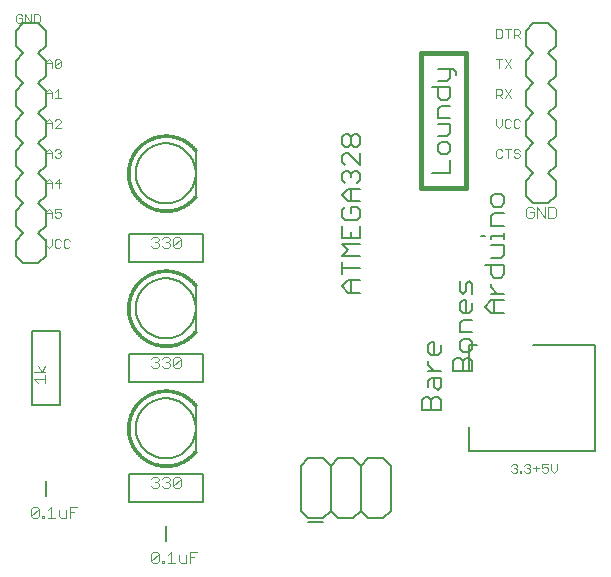
<source format=gto>
G75*
%MOIN*%
%OFA0B0*%
%FSLAX25Y25*%
%IPPOS*%
%LPD*%
%AMOC8*
5,1,8,0,0,1.08239X$1,22.5*
%
%ADD10C,0.00300*%
%ADD11C,0.00500*%
%ADD12C,0.00600*%
%ADD13C,0.01600*%
%ADD14C,0.00800*%
%ADD15C,0.00100*%
D10*
X0588483Y0022567D02*
X0589101Y0021950D01*
X0590335Y0021950D01*
X0590952Y0022567D01*
X0590952Y0025036D01*
X0588483Y0022567D01*
X0588483Y0025036D01*
X0589101Y0025653D01*
X0590335Y0025653D01*
X0590952Y0025036D01*
X0592166Y0022567D02*
X0592784Y0022567D01*
X0592784Y0021950D01*
X0592166Y0021950D01*
X0592166Y0022567D01*
X0594008Y0021950D02*
X0596477Y0021950D01*
X0595242Y0021950D02*
X0595242Y0025653D01*
X0594008Y0024419D01*
X0597691Y0024419D02*
X0597691Y0022567D01*
X0598308Y0021950D01*
X0600160Y0021950D01*
X0600160Y0024419D01*
X0601374Y0023802D02*
X0602609Y0023802D01*
X0603843Y0025653D02*
X0601374Y0025653D01*
X0601374Y0021950D01*
X0628483Y0032567D02*
X0629101Y0031950D01*
X0630335Y0031950D01*
X0630952Y0032567D01*
X0630952Y0033184D01*
X0630335Y0033802D01*
X0629718Y0033802D01*
X0630335Y0033802D02*
X0630952Y0034419D01*
X0630952Y0035036D01*
X0630335Y0035653D01*
X0629101Y0035653D01*
X0628483Y0035036D01*
X0632166Y0035036D02*
X0632784Y0035653D01*
X0634018Y0035653D01*
X0634635Y0035036D01*
X0634635Y0034419D01*
X0634018Y0033802D01*
X0634635Y0033184D01*
X0634635Y0032567D01*
X0634018Y0031950D01*
X0632784Y0031950D01*
X0632166Y0032567D01*
X0633401Y0033802D02*
X0634018Y0033802D01*
X0635850Y0035036D02*
X0635850Y0032567D01*
X0638318Y0035036D01*
X0638318Y0032567D01*
X0637701Y0031950D01*
X0636467Y0031950D01*
X0635850Y0032567D01*
X0635850Y0035036D02*
X0636467Y0035653D01*
X0637701Y0035653D01*
X0638318Y0035036D01*
X0641374Y0010653D02*
X0643843Y0010653D01*
X0642609Y0008802D02*
X0641374Y0008802D01*
X0640160Y0009419D02*
X0640160Y0006950D01*
X0638308Y0006950D01*
X0637691Y0007567D01*
X0637691Y0009419D01*
X0635242Y0010653D02*
X0635242Y0006950D01*
X0634008Y0006950D02*
X0636477Y0006950D01*
X0634008Y0009419D02*
X0635242Y0010653D01*
X0630952Y0010036D02*
X0628483Y0007567D01*
X0629101Y0006950D01*
X0630335Y0006950D01*
X0630952Y0007567D01*
X0630952Y0010036D01*
X0630335Y0010653D01*
X0629101Y0010653D01*
X0628483Y0010036D01*
X0628483Y0007567D01*
X0632166Y0007567D02*
X0632784Y0007567D01*
X0632784Y0006950D01*
X0632166Y0006950D01*
X0632166Y0007567D01*
X0641374Y0006950D02*
X0641374Y0010653D01*
X0748483Y0037434D02*
X0748967Y0036950D01*
X0749935Y0036950D01*
X0750418Y0037434D01*
X0750418Y0037917D01*
X0749935Y0038401D01*
X0749451Y0038401D01*
X0749935Y0038401D02*
X0750418Y0038885D01*
X0750418Y0039369D01*
X0749935Y0039852D01*
X0748967Y0039852D01*
X0748483Y0039369D01*
X0751430Y0037434D02*
X0751914Y0037434D01*
X0751914Y0036950D01*
X0751430Y0036950D01*
X0751430Y0037434D01*
X0752903Y0037434D02*
X0753387Y0036950D01*
X0754354Y0036950D01*
X0754838Y0037434D01*
X0754838Y0037917D01*
X0754354Y0038401D01*
X0753871Y0038401D01*
X0754354Y0038401D02*
X0754838Y0038885D01*
X0754838Y0039369D01*
X0754354Y0039852D01*
X0753387Y0039852D01*
X0752903Y0039369D01*
X0755850Y0038401D02*
X0757785Y0038401D01*
X0758796Y0038401D02*
X0759764Y0038885D01*
X0760247Y0038885D01*
X0760731Y0038401D01*
X0760731Y0037434D01*
X0760247Y0036950D01*
X0759280Y0036950D01*
X0758796Y0037434D01*
X0758796Y0038401D02*
X0758796Y0039852D01*
X0760731Y0039852D01*
X0761743Y0039852D02*
X0761743Y0037917D01*
X0762710Y0036950D01*
X0763678Y0037917D01*
X0763678Y0039852D01*
X0756817Y0039369D02*
X0756817Y0037434D01*
X0638318Y0072567D02*
X0637701Y0071950D01*
X0636467Y0071950D01*
X0635850Y0072567D01*
X0638318Y0075036D01*
X0638318Y0072567D01*
X0635850Y0072567D02*
X0635850Y0075036D01*
X0636467Y0075653D01*
X0637701Y0075653D01*
X0638318Y0075036D01*
X0634635Y0075036D02*
X0634018Y0075653D01*
X0632784Y0075653D01*
X0632166Y0075036D01*
X0630952Y0075036D02*
X0630952Y0074419D01*
X0630335Y0073802D01*
X0630952Y0073184D01*
X0630952Y0072567D01*
X0630335Y0071950D01*
X0629101Y0071950D01*
X0628483Y0072567D01*
X0629718Y0073802D02*
X0630335Y0073802D01*
X0630952Y0075036D02*
X0630335Y0075653D01*
X0629101Y0075653D01*
X0628483Y0075036D01*
X0632166Y0072567D02*
X0632784Y0071950D01*
X0634018Y0071950D01*
X0634635Y0072567D01*
X0634635Y0073184D01*
X0634018Y0073802D01*
X0633401Y0073802D01*
X0634018Y0073802D02*
X0634635Y0074419D01*
X0634635Y0075036D01*
X0593183Y0072485D02*
X0591949Y0070633D01*
X0590715Y0072485D01*
X0589480Y0070633D02*
X0593183Y0070633D01*
X0593183Y0069419D02*
X0593183Y0066950D01*
X0593183Y0068184D02*
X0589480Y0068184D01*
X0590715Y0066950D01*
X0594451Y0111950D02*
X0595418Y0112917D01*
X0595418Y0114852D01*
X0596430Y0114369D02*
X0596430Y0112434D01*
X0596914Y0111950D01*
X0597881Y0111950D01*
X0598365Y0112434D01*
X0599376Y0112434D02*
X0599860Y0111950D01*
X0600828Y0111950D01*
X0601311Y0112434D01*
X0599376Y0112434D02*
X0599376Y0114369D01*
X0599860Y0114852D01*
X0600828Y0114852D01*
X0601311Y0114369D01*
X0598365Y0114369D02*
X0597881Y0114852D01*
X0596914Y0114852D01*
X0596430Y0114369D01*
X0593483Y0114852D02*
X0593483Y0112917D01*
X0594451Y0111950D01*
X0595418Y0121950D02*
X0595418Y0123885D01*
X0594451Y0124852D01*
X0593483Y0123885D01*
X0593483Y0121950D01*
X0593483Y0123401D02*
X0595418Y0123401D01*
X0596430Y0123401D02*
X0597397Y0123885D01*
X0597881Y0123885D01*
X0598365Y0123401D01*
X0598365Y0122434D01*
X0597881Y0121950D01*
X0596914Y0121950D01*
X0596430Y0122434D01*
X0596430Y0123401D02*
X0596430Y0124852D01*
X0598365Y0124852D01*
X0597881Y0131950D02*
X0597881Y0134852D01*
X0596430Y0133401D01*
X0598365Y0133401D01*
X0595418Y0133401D02*
X0593483Y0133401D01*
X0593483Y0133885D02*
X0594451Y0134852D01*
X0595418Y0133885D01*
X0595418Y0131950D01*
X0593483Y0131950D02*
X0593483Y0133885D01*
X0593483Y0141950D02*
X0593483Y0143885D01*
X0594451Y0144852D01*
X0595418Y0143885D01*
X0595418Y0141950D01*
X0596430Y0142434D02*
X0596914Y0141950D01*
X0597881Y0141950D01*
X0598365Y0142434D01*
X0598365Y0142917D01*
X0597881Y0143401D01*
X0597397Y0143401D01*
X0597881Y0143401D02*
X0598365Y0143885D01*
X0598365Y0144369D01*
X0597881Y0144852D01*
X0596914Y0144852D01*
X0596430Y0144369D01*
X0595418Y0143401D02*
X0593483Y0143401D01*
X0593483Y0151950D02*
X0593483Y0153885D01*
X0594451Y0154852D01*
X0595418Y0153885D01*
X0595418Y0151950D01*
X0596430Y0151950D02*
X0598365Y0153885D01*
X0598365Y0154369D01*
X0597881Y0154852D01*
X0596914Y0154852D01*
X0596430Y0154369D01*
X0595418Y0153401D02*
X0593483Y0153401D01*
X0596430Y0151950D02*
X0598365Y0151950D01*
X0598365Y0161950D02*
X0596430Y0161950D01*
X0597397Y0161950D02*
X0597397Y0164852D01*
X0596430Y0163885D01*
X0595418Y0163885D02*
X0595418Y0161950D01*
X0595418Y0163401D02*
X0593483Y0163401D01*
X0593483Y0163885D02*
X0594451Y0164852D01*
X0595418Y0163885D01*
X0593483Y0163885D02*
X0593483Y0161950D01*
X0593483Y0171950D02*
X0593483Y0173885D01*
X0594451Y0174852D01*
X0595418Y0173885D01*
X0595418Y0171950D01*
X0596430Y0172434D02*
X0598365Y0174369D01*
X0598365Y0172434D01*
X0597881Y0171950D01*
X0596914Y0171950D01*
X0596430Y0172434D01*
X0596430Y0174369D01*
X0596914Y0174852D01*
X0597881Y0174852D01*
X0598365Y0174369D01*
X0595418Y0173401D02*
X0593483Y0173401D01*
X0590828Y0186950D02*
X0591311Y0187434D01*
X0591311Y0189369D01*
X0590828Y0189852D01*
X0589376Y0189852D01*
X0589376Y0186950D01*
X0590828Y0186950D01*
X0588365Y0186950D02*
X0588365Y0189852D01*
X0586430Y0189852D02*
X0588365Y0186950D01*
X0586430Y0186950D02*
X0586430Y0189852D01*
X0585418Y0189369D02*
X0584935Y0189852D01*
X0583967Y0189852D01*
X0583483Y0189369D01*
X0583483Y0187434D01*
X0583967Y0186950D01*
X0584935Y0186950D01*
X0585418Y0187434D01*
X0585418Y0188401D01*
X0584451Y0188401D01*
X0743483Y0184852D02*
X0743483Y0181950D01*
X0744935Y0181950D01*
X0745418Y0182434D01*
X0745418Y0184369D01*
X0744935Y0184852D01*
X0743483Y0184852D01*
X0746430Y0184852D02*
X0748365Y0184852D01*
X0747397Y0184852D02*
X0747397Y0181950D01*
X0749376Y0181950D02*
X0749376Y0184852D01*
X0750828Y0184852D01*
X0751311Y0184369D01*
X0751311Y0183401D01*
X0750828Y0182917D01*
X0749376Y0182917D01*
X0750344Y0182917D02*
X0751311Y0181950D01*
X0748365Y0174852D02*
X0746430Y0171950D01*
X0748365Y0171950D02*
X0746430Y0174852D01*
X0745418Y0174852D02*
X0743483Y0174852D01*
X0744451Y0174852D02*
X0744451Y0171950D01*
X0744935Y0164852D02*
X0745418Y0164369D01*
X0745418Y0163401D01*
X0744935Y0162917D01*
X0743483Y0162917D01*
X0743483Y0161950D02*
X0743483Y0164852D01*
X0744935Y0164852D01*
X0746430Y0164852D02*
X0748365Y0161950D01*
X0746430Y0161950D02*
X0748365Y0164852D01*
X0745418Y0161950D02*
X0744451Y0162917D01*
X0745418Y0154852D02*
X0745418Y0152917D01*
X0744451Y0151950D01*
X0743483Y0152917D01*
X0743483Y0154852D01*
X0746430Y0154369D02*
X0746430Y0152434D01*
X0746914Y0151950D01*
X0747881Y0151950D01*
X0748365Y0152434D01*
X0749376Y0152434D02*
X0749860Y0151950D01*
X0750828Y0151950D01*
X0751311Y0152434D01*
X0749376Y0152434D02*
X0749376Y0154369D01*
X0749860Y0154852D01*
X0750828Y0154852D01*
X0751311Y0154369D01*
X0748365Y0154369D02*
X0747881Y0154852D01*
X0746914Y0154852D01*
X0746430Y0154369D01*
X0746430Y0144852D02*
X0748365Y0144852D01*
X0747397Y0144852D02*
X0747397Y0141950D01*
X0745418Y0142434D02*
X0744935Y0141950D01*
X0743967Y0141950D01*
X0743483Y0142434D01*
X0743483Y0144369D01*
X0743967Y0144852D01*
X0744935Y0144852D01*
X0745418Y0144369D01*
X0749376Y0144369D02*
X0749860Y0144852D01*
X0750828Y0144852D01*
X0751311Y0144369D01*
X0750828Y0143401D02*
X0751311Y0142917D01*
X0751311Y0142434D01*
X0750828Y0141950D01*
X0749860Y0141950D01*
X0749376Y0142434D01*
X0749860Y0143401D02*
X0750828Y0143401D01*
X0749860Y0143401D02*
X0749376Y0143885D01*
X0749376Y0144369D01*
X0754101Y0125653D02*
X0753483Y0125036D01*
X0753483Y0122567D01*
X0754101Y0121950D01*
X0755335Y0121950D01*
X0755952Y0122567D01*
X0755952Y0123802D01*
X0754718Y0123802D01*
X0755952Y0125036D02*
X0755335Y0125653D01*
X0754101Y0125653D01*
X0757166Y0125653D02*
X0759635Y0121950D01*
X0759635Y0125653D01*
X0760850Y0125653D02*
X0762701Y0125653D01*
X0763318Y0125036D01*
X0763318Y0122567D01*
X0762701Y0121950D01*
X0760850Y0121950D01*
X0760850Y0125653D01*
X0757166Y0125653D02*
X0757166Y0121950D01*
X0638318Y0115036D02*
X0635850Y0112567D01*
X0636467Y0111950D01*
X0637701Y0111950D01*
X0638318Y0112567D01*
X0638318Y0115036D01*
X0637701Y0115653D01*
X0636467Y0115653D01*
X0635850Y0115036D01*
X0635850Y0112567D01*
X0634635Y0112567D02*
X0634018Y0111950D01*
X0632784Y0111950D01*
X0632166Y0112567D01*
X0630952Y0112567D02*
X0630335Y0111950D01*
X0629101Y0111950D01*
X0628483Y0112567D01*
X0629718Y0113802D02*
X0630335Y0113802D01*
X0630952Y0113184D01*
X0630952Y0112567D01*
X0630335Y0113802D02*
X0630952Y0114419D01*
X0630952Y0115036D01*
X0630335Y0115653D01*
X0629101Y0115653D01*
X0628483Y0115036D01*
X0632166Y0115036D02*
X0632784Y0115653D01*
X0634018Y0115653D01*
X0634635Y0115036D01*
X0634635Y0114419D01*
X0634018Y0113802D01*
X0634635Y0113184D01*
X0634635Y0112567D01*
X0634018Y0113802D02*
X0633401Y0113802D01*
D11*
X0691978Y0113275D02*
X0694013Y0111239D01*
X0691978Y0109204D01*
X0698083Y0109204D01*
X0691978Y0107197D02*
X0691978Y0103127D01*
X0691978Y0105162D02*
X0698083Y0105162D01*
X0698083Y0101120D02*
X0694013Y0101120D01*
X0691978Y0099085D01*
X0694013Y0097050D01*
X0698083Y0097050D01*
X0695031Y0097050D02*
X0695031Y0101120D01*
X0691978Y0113275D02*
X0698083Y0113275D01*
X0698083Y0115282D02*
X0698083Y0119352D01*
X0697066Y0121359D02*
X0698083Y0122376D01*
X0698083Y0124411D01*
X0697066Y0125429D01*
X0695031Y0125429D01*
X0695031Y0123394D01*
X0692996Y0121359D02*
X0697066Y0121359D01*
X0692996Y0121359D02*
X0691978Y0122376D01*
X0691978Y0124411D01*
X0692996Y0125429D01*
X0694013Y0127436D02*
X0691978Y0129471D01*
X0694013Y0131506D01*
X0698083Y0131506D01*
X0697066Y0133513D02*
X0698083Y0134531D01*
X0698083Y0136566D01*
X0697066Y0137583D01*
X0696048Y0137583D01*
X0695031Y0136566D01*
X0695031Y0135548D01*
X0695031Y0136566D02*
X0694013Y0137583D01*
X0692996Y0137583D01*
X0691978Y0136566D01*
X0691978Y0134531D01*
X0692996Y0133513D01*
X0695031Y0131506D02*
X0695031Y0127436D01*
X0694013Y0127436D02*
X0698083Y0127436D01*
X0691978Y0119352D02*
X0691978Y0115282D01*
X0698083Y0115282D01*
X0695031Y0115282D02*
X0695031Y0117317D01*
X0721978Y0137050D02*
X0728083Y0137050D01*
X0728083Y0141120D01*
X0727066Y0143127D02*
X0728083Y0144145D01*
X0728083Y0146180D01*
X0727066Y0147197D01*
X0725031Y0147197D01*
X0724013Y0146180D01*
X0724013Y0144145D01*
X0725031Y0143127D01*
X0727066Y0143127D01*
X0727066Y0149204D02*
X0728083Y0150222D01*
X0728083Y0153275D01*
X0724013Y0153275D01*
X0724013Y0155282D02*
X0724013Y0158334D01*
X0725031Y0159352D01*
X0728083Y0159352D01*
X0727066Y0161359D02*
X0725031Y0161359D01*
X0724013Y0162376D01*
X0724013Y0165429D01*
X0724013Y0167436D02*
X0727066Y0167436D01*
X0728083Y0168453D01*
X0728083Y0171506D01*
X0729101Y0171506D02*
X0730118Y0170489D01*
X0730118Y0169471D01*
X0729101Y0171506D02*
X0724013Y0171506D01*
X0721978Y0165429D02*
X0728083Y0165429D01*
X0728083Y0162376D01*
X0727066Y0161359D01*
X0728083Y0155282D02*
X0724013Y0155282D01*
X0724013Y0149204D02*
X0727066Y0149204D01*
X0698083Y0148720D02*
X0698083Y0146685D01*
X0697066Y0145668D01*
X0696048Y0145668D01*
X0695031Y0146685D01*
X0695031Y0148720D01*
X0696048Y0149738D01*
X0697066Y0149738D01*
X0698083Y0148720D01*
X0695031Y0148720D02*
X0694013Y0149738D01*
X0692996Y0149738D01*
X0691978Y0148720D01*
X0691978Y0146685D01*
X0692996Y0145668D01*
X0694013Y0145668D01*
X0695031Y0146685D01*
X0694013Y0143660D02*
X0692996Y0143660D01*
X0691978Y0142643D01*
X0691978Y0140608D01*
X0692996Y0139590D01*
X0694013Y0143660D02*
X0698083Y0139590D01*
X0698083Y0143660D01*
D12*
X0741763Y0128857D02*
X0741763Y0126722D01*
X0742831Y0125654D01*
X0744966Y0125654D01*
X0746033Y0126722D01*
X0746033Y0128857D01*
X0744966Y0129925D01*
X0742831Y0129925D01*
X0741763Y0128857D01*
X0742831Y0123479D02*
X0746033Y0123479D01*
X0742831Y0123479D02*
X0741763Y0122412D01*
X0741763Y0119209D01*
X0746033Y0119209D01*
X0746033Y0117047D02*
X0746033Y0114912D01*
X0746033Y0115979D02*
X0741763Y0115979D01*
X0741763Y0114912D01*
X0741763Y0112737D02*
X0746033Y0112737D01*
X0746033Y0109534D01*
X0744966Y0108466D01*
X0741763Y0108466D01*
X0741763Y0106291D02*
X0741763Y0103088D01*
X0742831Y0102021D01*
X0744966Y0102021D01*
X0746033Y0103088D01*
X0746033Y0106291D01*
X0739628Y0106291D01*
X0741763Y0099852D02*
X0741763Y0098785D01*
X0743898Y0096650D01*
X0746033Y0096650D02*
X0741763Y0096650D01*
X0741763Y0094474D02*
X0746033Y0094474D01*
X0742831Y0094474D02*
X0742831Y0090204D01*
X0741763Y0090204D02*
X0739628Y0092339D01*
X0741763Y0094474D01*
X0735533Y0093407D02*
X0735533Y0091272D01*
X0734466Y0090204D01*
X0732331Y0090204D01*
X0731263Y0091272D01*
X0731263Y0093407D01*
X0732331Y0094474D01*
X0733398Y0094474D01*
X0733398Y0090204D01*
X0732331Y0088029D02*
X0735533Y0088029D01*
X0732331Y0088029D02*
X0731263Y0086961D01*
X0731263Y0083759D01*
X0735533Y0083759D01*
X0734466Y0081583D02*
X0732331Y0081583D01*
X0731263Y0080516D01*
X0731263Y0078381D01*
X0732331Y0077313D01*
X0734466Y0077313D01*
X0735533Y0078381D01*
X0735533Y0080516D01*
X0734466Y0081583D01*
X0725033Y0079442D02*
X0725033Y0077306D01*
X0723966Y0076239D01*
X0721831Y0076239D01*
X0720763Y0077306D01*
X0720763Y0079442D01*
X0721831Y0080509D01*
X0722898Y0080509D01*
X0722898Y0076239D01*
X0720763Y0074070D02*
X0720763Y0073003D01*
X0722898Y0070868D01*
X0725033Y0070868D02*
X0720763Y0070868D01*
X0721831Y0068692D02*
X0725033Y0068692D01*
X0725033Y0065490D01*
X0723966Y0064422D01*
X0722898Y0065490D01*
X0722898Y0068692D01*
X0721831Y0068692D02*
X0720763Y0067625D01*
X0720763Y0065490D01*
X0720763Y0062247D02*
X0721831Y0061179D01*
X0721831Y0057977D01*
X0725033Y0057977D02*
X0718628Y0057977D01*
X0718628Y0061179D01*
X0719695Y0062247D01*
X0720763Y0062247D01*
X0721831Y0061179D02*
X0722898Y0062247D01*
X0723966Y0062247D01*
X0725033Y0061179D01*
X0725033Y0057977D01*
X0729128Y0070868D02*
X0729128Y0074070D01*
X0730195Y0075138D01*
X0731263Y0075138D01*
X0732331Y0074070D01*
X0732331Y0070868D01*
X0735533Y0070868D02*
X0735533Y0074070D01*
X0734466Y0075138D01*
X0733398Y0075138D01*
X0732331Y0074070D01*
X0735533Y0070868D02*
X0729128Y0070868D01*
X0741763Y0090204D02*
X0746033Y0090204D01*
X0735533Y0096650D02*
X0735533Y0099852D01*
X0734466Y0100920D01*
X0733398Y0099852D01*
X0733398Y0097717D01*
X0732331Y0096650D01*
X0731263Y0097717D01*
X0731263Y0100920D01*
X0738560Y0115979D02*
X0739628Y0115979D01*
X0623333Y0136800D02*
X0623336Y0137045D01*
X0623345Y0137291D01*
X0623360Y0137536D01*
X0623381Y0137780D01*
X0623408Y0138024D01*
X0623441Y0138267D01*
X0623480Y0138510D01*
X0623525Y0138751D01*
X0623576Y0138991D01*
X0623633Y0139230D01*
X0623695Y0139467D01*
X0623764Y0139703D01*
X0623838Y0139937D01*
X0623918Y0140169D01*
X0624003Y0140399D01*
X0624094Y0140627D01*
X0624191Y0140852D01*
X0624293Y0141076D01*
X0624401Y0141296D01*
X0624514Y0141514D01*
X0624632Y0141729D01*
X0624756Y0141941D01*
X0624884Y0142150D01*
X0625018Y0142356D01*
X0625157Y0142558D01*
X0625301Y0142757D01*
X0625450Y0142952D01*
X0625603Y0143144D01*
X0625761Y0143332D01*
X0625923Y0143516D01*
X0626091Y0143695D01*
X0626262Y0143871D01*
X0626438Y0144042D01*
X0626617Y0144210D01*
X0626801Y0144372D01*
X0626989Y0144530D01*
X0627181Y0144683D01*
X0627376Y0144832D01*
X0627575Y0144976D01*
X0627777Y0145115D01*
X0627983Y0145249D01*
X0628192Y0145377D01*
X0628404Y0145501D01*
X0628619Y0145619D01*
X0628837Y0145732D01*
X0629057Y0145840D01*
X0629281Y0145942D01*
X0629506Y0146039D01*
X0629734Y0146130D01*
X0629964Y0146215D01*
X0630196Y0146295D01*
X0630430Y0146369D01*
X0630666Y0146438D01*
X0630903Y0146500D01*
X0631142Y0146557D01*
X0631382Y0146608D01*
X0631623Y0146653D01*
X0631866Y0146692D01*
X0632109Y0146725D01*
X0632353Y0146752D01*
X0632597Y0146773D01*
X0632842Y0146788D01*
X0633088Y0146797D01*
X0633333Y0146800D01*
X0633578Y0146797D01*
X0633824Y0146788D01*
X0634069Y0146773D01*
X0634313Y0146752D01*
X0634557Y0146725D01*
X0634800Y0146692D01*
X0635043Y0146653D01*
X0635284Y0146608D01*
X0635524Y0146557D01*
X0635763Y0146500D01*
X0636000Y0146438D01*
X0636236Y0146369D01*
X0636470Y0146295D01*
X0636702Y0146215D01*
X0636932Y0146130D01*
X0637160Y0146039D01*
X0637385Y0145942D01*
X0637609Y0145840D01*
X0637829Y0145732D01*
X0638047Y0145619D01*
X0638262Y0145501D01*
X0638474Y0145377D01*
X0638683Y0145249D01*
X0638889Y0145115D01*
X0639091Y0144976D01*
X0639290Y0144832D01*
X0639485Y0144683D01*
X0639677Y0144530D01*
X0639865Y0144372D01*
X0640049Y0144210D01*
X0640228Y0144042D01*
X0640404Y0143871D01*
X0640575Y0143695D01*
X0640743Y0143516D01*
X0640905Y0143332D01*
X0641063Y0143144D01*
X0641216Y0142952D01*
X0641365Y0142757D01*
X0641509Y0142558D01*
X0641648Y0142356D01*
X0641782Y0142150D01*
X0641910Y0141941D01*
X0642034Y0141729D01*
X0642152Y0141514D01*
X0642265Y0141296D01*
X0642373Y0141076D01*
X0642475Y0140852D01*
X0642572Y0140627D01*
X0642663Y0140399D01*
X0642748Y0140169D01*
X0642828Y0139937D01*
X0642902Y0139703D01*
X0642971Y0139467D01*
X0643033Y0139230D01*
X0643090Y0138991D01*
X0643141Y0138751D01*
X0643186Y0138510D01*
X0643225Y0138267D01*
X0643258Y0138024D01*
X0643285Y0137780D01*
X0643306Y0137536D01*
X0643321Y0137291D01*
X0643330Y0137045D01*
X0643333Y0136800D01*
X0643330Y0136555D01*
X0643321Y0136309D01*
X0643306Y0136064D01*
X0643285Y0135820D01*
X0643258Y0135576D01*
X0643225Y0135333D01*
X0643186Y0135090D01*
X0643141Y0134849D01*
X0643090Y0134609D01*
X0643033Y0134370D01*
X0642971Y0134133D01*
X0642902Y0133897D01*
X0642828Y0133663D01*
X0642748Y0133431D01*
X0642663Y0133201D01*
X0642572Y0132973D01*
X0642475Y0132748D01*
X0642373Y0132524D01*
X0642265Y0132304D01*
X0642152Y0132086D01*
X0642034Y0131871D01*
X0641910Y0131659D01*
X0641782Y0131450D01*
X0641648Y0131244D01*
X0641509Y0131042D01*
X0641365Y0130843D01*
X0641216Y0130648D01*
X0641063Y0130456D01*
X0640905Y0130268D01*
X0640743Y0130084D01*
X0640575Y0129905D01*
X0640404Y0129729D01*
X0640228Y0129558D01*
X0640049Y0129390D01*
X0639865Y0129228D01*
X0639677Y0129070D01*
X0639485Y0128917D01*
X0639290Y0128768D01*
X0639091Y0128624D01*
X0638889Y0128485D01*
X0638683Y0128351D01*
X0638474Y0128223D01*
X0638262Y0128099D01*
X0638047Y0127981D01*
X0637829Y0127868D01*
X0637609Y0127760D01*
X0637385Y0127658D01*
X0637160Y0127561D01*
X0636932Y0127470D01*
X0636702Y0127385D01*
X0636470Y0127305D01*
X0636236Y0127231D01*
X0636000Y0127162D01*
X0635763Y0127100D01*
X0635524Y0127043D01*
X0635284Y0126992D01*
X0635043Y0126947D01*
X0634800Y0126908D01*
X0634557Y0126875D01*
X0634313Y0126848D01*
X0634069Y0126827D01*
X0633824Y0126812D01*
X0633578Y0126803D01*
X0633333Y0126800D01*
X0633088Y0126803D01*
X0632842Y0126812D01*
X0632597Y0126827D01*
X0632353Y0126848D01*
X0632109Y0126875D01*
X0631866Y0126908D01*
X0631623Y0126947D01*
X0631382Y0126992D01*
X0631142Y0127043D01*
X0630903Y0127100D01*
X0630666Y0127162D01*
X0630430Y0127231D01*
X0630196Y0127305D01*
X0629964Y0127385D01*
X0629734Y0127470D01*
X0629506Y0127561D01*
X0629281Y0127658D01*
X0629057Y0127760D01*
X0628837Y0127868D01*
X0628619Y0127981D01*
X0628404Y0128099D01*
X0628192Y0128223D01*
X0627983Y0128351D01*
X0627777Y0128485D01*
X0627575Y0128624D01*
X0627376Y0128768D01*
X0627181Y0128917D01*
X0626989Y0129070D01*
X0626801Y0129228D01*
X0626617Y0129390D01*
X0626438Y0129558D01*
X0626262Y0129729D01*
X0626091Y0129905D01*
X0625923Y0130084D01*
X0625761Y0130268D01*
X0625603Y0130456D01*
X0625450Y0130648D01*
X0625301Y0130843D01*
X0625157Y0131042D01*
X0625018Y0131244D01*
X0624884Y0131450D01*
X0624756Y0131659D01*
X0624632Y0131871D01*
X0624514Y0132086D01*
X0624401Y0132304D01*
X0624293Y0132524D01*
X0624191Y0132748D01*
X0624094Y0132973D01*
X0624003Y0133201D01*
X0623918Y0133431D01*
X0623838Y0133663D01*
X0623764Y0133897D01*
X0623695Y0134133D01*
X0623633Y0134370D01*
X0623576Y0134609D01*
X0623525Y0134849D01*
X0623480Y0135090D01*
X0623441Y0135333D01*
X0623408Y0135576D01*
X0623381Y0135820D01*
X0623360Y0136064D01*
X0623345Y0136309D01*
X0623336Y0136555D01*
X0623333Y0136800D01*
X0623333Y0091800D02*
X0623336Y0092045D01*
X0623345Y0092291D01*
X0623360Y0092536D01*
X0623381Y0092780D01*
X0623408Y0093024D01*
X0623441Y0093267D01*
X0623480Y0093510D01*
X0623525Y0093751D01*
X0623576Y0093991D01*
X0623633Y0094230D01*
X0623695Y0094467D01*
X0623764Y0094703D01*
X0623838Y0094937D01*
X0623918Y0095169D01*
X0624003Y0095399D01*
X0624094Y0095627D01*
X0624191Y0095852D01*
X0624293Y0096076D01*
X0624401Y0096296D01*
X0624514Y0096514D01*
X0624632Y0096729D01*
X0624756Y0096941D01*
X0624884Y0097150D01*
X0625018Y0097356D01*
X0625157Y0097558D01*
X0625301Y0097757D01*
X0625450Y0097952D01*
X0625603Y0098144D01*
X0625761Y0098332D01*
X0625923Y0098516D01*
X0626091Y0098695D01*
X0626262Y0098871D01*
X0626438Y0099042D01*
X0626617Y0099210D01*
X0626801Y0099372D01*
X0626989Y0099530D01*
X0627181Y0099683D01*
X0627376Y0099832D01*
X0627575Y0099976D01*
X0627777Y0100115D01*
X0627983Y0100249D01*
X0628192Y0100377D01*
X0628404Y0100501D01*
X0628619Y0100619D01*
X0628837Y0100732D01*
X0629057Y0100840D01*
X0629281Y0100942D01*
X0629506Y0101039D01*
X0629734Y0101130D01*
X0629964Y0101215D01*
X0630196Y0101295D01*
X0630430Y0101369D01*
X0630666Y0101438D01*
X0630903Y0101500D01*
X0631142Y0101557D01*
X0631382Y0101608D01*
X0631623Y0101653D01*
X0631866Y0101692D01*
X0632109Y0101725D01*
X0632353Y0101752D01*
X0632597Y0101773D01*
X0632842Y0101788D01*
X0633088Y0101797D01*
X0633333Y0101800D01*
X0633578Y0101797D01*
X0633824Y0101788D01*
X0634069Y0101773D01*
X0634313Y0101752D01*
X0634557Y0101725D01*
X0634800Y0101692D01*
X0635043Y0101653D01*
X0635284Y0101608D01*
X0635524Y0101557D01*
X0635763Y0101500D01*
X0636000Y0101438D01*
X0636236Y0101369D01*
X0636470Y0101295D01*
X0636702Y0101215D01*
X0636932Y0101130D01*
X0637160Y0101039D01*
X0637385Y0100942D01*
X0637609Y0100840D01*
X0637829Y0100732D01*
X0638047Y0100619D01*
X0638262Y0100501D01*
X0638474Y0100377D01*
X0638683Y0100249D01*
X0638889Y0100115D01*
X0639091Y0099976D01*
X0639290Y0099832D01*
X0639485Y0099683D01*
X0639677Y0099530D01*
X0639865Y0099372D01*
X0640049Y0099210D01*
X0640228Y0099042D01*
X0640404Y0098871D01*
X0640575Y0098695D01*
X0640743Y0098516D01*
X0640905Y0098332D01*
X0641063Y0098144D01*
X0641216Y0097952D01*
X0641365Y0097757D01*
X0641509Y0097558D01*
X0641648Y0097356D01*
X0641782Y0097150D01*
X0641910Y0096941D01*
X0642034Y0096729D01*
X0642152Y0096514D01*
X0642265Y0096296D01*
X0642373Y0096076D01*
X0642475Y0095852D01*
X0642572Y0095627D01*
X0642663Y0095399D01*
X0642748Y0095169D01*
X0642828Y0094937D01*
X0642902Y0094703D01*
X0642971Y0094467D01*
X0643033Y0094230D01*
X0643090Y0093991D01*
X0643141Y0093751D01*
X0643186Y0093510D01*
X0643225Y0093267D01*
X0643258Y0093024D01*
X0643285Y0092780D01*
X0643306Y0092536D01*
X0643321Y0092291D01*
X0643330Y0092045D01*
X0643333Y0091800D01*
X0643330Y0091555D01*
X0643321Y0091309D01*
X0643306Y0091064D01*
X0643285Y0090820D01*
X0643258Y0090576D01*
X0643225Y0090333D01*
X0643186Y0090090D01*
X0643141Y0089849D01*
X0643090Y0089609D01*
X0643033Y0089370D01*
X0642971Y0089133D01*
X0642902Y0088897D01*
X0642828Y0088663D01*
X0642748Y0088431D01*
X0642663Y0088201D01*
X0642572Y0087973D01*
X0642475Y0087748D01*
X0642373Y0087524D01*
X0642265Y0087304D01*
X0642152Y0087086D01*
X0642034Y0086871D01*
X0641910Y0086659D01*
X0641782Y0086450D01*
X0641648Y0086244D01*
X0641509Y0086042D01*
X0641365Y0085843D01*
X0641216Y0085648D01*
X0641063Y0085456D01*
X0640905Y0085268D01*
X0640743Y0085084D01*
X0640575Y0084905D01*
X0640404Y0084729D01*
X0640228Y0084558D01*
X0640049Y0084390D01*
X0639865Y0084228D01*
X0639677Y0084070D01*
X0639485Y0083917D01*
X0639290Y0083768D01*
X0639091Y0083624D01*
X0638889Y0083485D01*
X0638683Y0083351D01*
X0638474Y0083223D01*
X0638262Y0083099D01*
X0638047Y0082981D01*
X0637829Y0082868D01*
X0637609Y0082760D01*
X0637385Y0082658D01*
X0637160Y0082561D01*
X0636932Y0082470D01*
X0636702Y0082385D01*
X0636470Y0082305D01*
X0636236Y0082231D01*
X0636000Y0082162D01*
X0635763Y0082100D01*
X0635524Y0082043D01*
X0635284Y0081992D01*
X0635043Y0081947D01*
X0634800Y0081908D01*
X0634557Y0081875D01*
X0634313Y0081848D01*
X0634069Y0081827D01*
X0633824Y0081812D01*
X0633578Y0081803D01*
X0633333Y0081800D01*
X0633088Y0081803D01*
X0632842Y0081812D01*
X0632597Y0081827D01*
X0632353Y0081848D01*
X0632109Y0081875D01*
X0631866Y0081908D01*
X0631623Y0081947D01*
X0631382Y0081992D01*
X0631142Y0082043D01*
X0630903Y0082100D01*
X0630666Y0082162D01*
X0630430Y0082231D01*
X0630196Y0082305D01*
X0629964Y0082385D01*
X0629734Y0082470D01*
X0629506Y0082561D01*
X0629281Y0082658D01*
X0629057Y0082760D01*
X0628837Y0082868D01*
X0628619Y0082981D01*
X0628404Y0083099D01*
X0628192Y0083223D01*
X0627983Y0083351D01*
X0627777Y0083485D01*
X0627575Y0083624D01*
X0627376Y0083768D01*
X0627181Y0083917D01*
X0626989Y0084070D01*
X0626801Y0084228D01*
X0626617Y0084390D01*
X0626438Y0084558D01*
X0626262Y0084729D01*
X0626091Y0084905D01*
X0625923Y0085084D01*
X0625761Y0085268D01*
X0625603Y0085456D01*
X0625450Y0085648D01*
X0625301Y0085843D01*
X0625157Y0086042D01*
X0625018Y0086244D01*
X0624884Y0086450D01*
X0624756Y0086659D01*
X0624632Y0086871D01*
X0624514Y0087086D01*
X0624401Y0087304D01*
X0624293Y0087524D01*
X0624191Y0087748D01*
X0624094Y0087973D01*
X0624003Y0088201D01*
X0623918Y0088431D01*
X0623838Y0088663D01*
X0623764Y0088897D01*
X0623695Y0089133D01*
X0623633Y0089370D01*
X0623576Y0089609D01*
X0623525Y0089849D01*
X0623480Y0090090D01*
X0623441Y0090333D01*
X0623408Y0090576D01*
X0623381Y0090820D01*
X0623360Y0091064D01*
X0623345Y0091309D01*
X0623336Y0091555D01*
X0623333Y0091800D01*
X0623333Y0051800D02*
X0623336Y0052045D01*
X0623345Y0052291D01*
X0623360Y0052536D01*
X0623381Y0052780D01*
X0623408Y0053024D01*
X0623441Y0053267D01*
X0623480Y0053510D01*
X0623525Y0053751D01*
X0623576Y0053991D01*
X0623633Y0054230D01*
X0623695Y0054467D01*
X0623764Y0054703D01*
X0623838Y0054937D01*
X0623918Y0055169D01*
X0624003Y0055399D01*
X0624094Y0055627D01*
X0624191Y0055852D01*
X0624293Y0056076D01*
X0624401Y0056296D01*
X0624514Y0056514D01*
X0624632Y0056729D01*
X0624756Y0056941D01*
X0624884Y0057150D01*
X0625018Y0057356D01*
X0625157Y0057558D01*
X0625301Y0057757D01*
X0625450Y0057952D01*
X0625603Y0058144D01*
X0625761Y0058332D01*
X0625923Y0058516D01*
X0626091Y0058695D01*
X0626262Y0058871D01*
X0626438Y0059042D01*
X0626617Y0059210D01*
X0626801Y0059372D01*
X0626989Y0059530D01*
X0627181Y0059683D01*
X0627376Y0059832D01*
X0627575Y0059976D01*
X0627777Y0060115D01*
X0627983Y0060249D01*
X0628192Y0060377D01*
X0628404Y0060501D01*
X0628619Y0060619D01*
X0628837Y0060732D01*
X0629057Y0060840D01*
X0629281Y0060942D01*
X0629506Y0061039D01*
X0629734Y0061130D01*
X0629964Y0061215D01*
X0630196Y0061295D01*
X0630430Y0061369D01*
X0630666Y0061438D01*
X0630903Y0061500D01*
X0631142Y0061557D01*
X0631382Y0061608D01*
X0631623Y0061653D01*
X0631866Y0061692D01*
X0632109Y0061725D01*
X0632353Y0061752D01*
X0632597Y0061773D01*
X0632842Y0061788D01*
X0633088Y0061797D01*
X0633333Y0061800D01*
X0633578Y0061797D01*
X0633824Y0061788D01*
X0634069Y0061773D01*
X0634313Y0061752D01*
X0634557Y0061725D01*
X0634800Y0061692D01*
X0635043Y0061653D01*
X0635284Y0061608D01*
X0635524Y0061557D01*
X0635763Y0061500D01*
X0636000Y0061438D01*
X0636236Y0061369D01*
X0636470Y0061295D01*
X0636702Y0061215D01*
X0636932Y0061130D01*
X0637160Y0061039D01*
X0637385Y0060942D01*
X0637609Y0060840D01*
X0637829Y0060732D01*
X0638047Y0060619D01*
X0638262Y0060501D01*
X0638474Y0060377D01*
X0638683Y0060249D01*
X0638889Y0060115D01*
X0639091Y0059976D01*
X0639290Y0059832D01*
X0639485Y0059683D01*
X0639677Y0059530D01*
X0639865Y0059372D01*
X0640049Y0059210D01*
X0640228Y0059042D01*
X0640404Y0058871D01*
X0640575Y0058695D01*
X0640743Y0058516D01*
X0640905Y0058332D01*
X0641063Y0058144D01*
X0641216Y0057952D01*
X0641365Y0057757D01*
X0641509Y0057558D01*
X0641648Y0057356D01*
X0641782Y0057150D01*
X0641910Y0056941D01*
X0642034Y0056729D01*
X0642152Y0056514D01*
X0642265Y0056296D01*
X0642373Y0056076D01*
X0642475Y0055852D01*
X0642572Y0055627D01*
X0642663Y0055399D01*
X0642748Y0055169D01*
X0642828Y0054937D01*
X0642902Y0054703D01*
X0642971Y0054467D01*
X0643033Y0054230D01*
X0643090Y0053991D01*
X0643141Y0053751D01*
X0643186Y0053510D01*
X0643225Y0053267D01*
X0643258Y0053024D01*
X0643285Y0052780D01*
X0643306Y0052536D01*
X0643321Y0052291D01*
X0643330Y0052045D01*
X0643333Y0051800D01*
X0643330Y0051555D01*
X0643321Y0051309D01*
X0643306Y0051064D01*
X0643285Y0050820D01*
X0643258Y0050576D01*
X0643225Y0050333D01*
X0643186Y0050090D01*
X0643141Y0049849D01*
X0643090Y0049609D01*
X0643033Y0049370D01*
X0642971Y0049133D01*
X0642902Y0048897D01*
X0642828Y0048663D01*
X0642748Y0048431D01*
X0642663Y0048201D01*
X0642572Y0047973D01*
X0642475Y0047748D01*
X0642373Y0047524D01*
X0642265Y0047304D01*
X0642152Y0047086D01*
X0642034Y0046871D01*
X0641910Y0046659D01*
X0641782Y0046450D01*
X0641648Y0046244D01*
X0641509Y0046042D01*
X0641365Y0045843D01*
X0641216Y0045648D01*
X0641063Y0045456D01*
X0640905Y0045268D01*
X0640743Y0045084D01*
X0640575Y0044905D01*
X0640404Y0044729D01*
X0640228Y0044558D01*
X0640049Y0044390D01*
X0639865Y0044228D01*
X0639677Y0044070D01*
X0639485Y0043917D01*
X0639290Y0043768D01*
X0639091Y0043624D01*
X0638889Y0043485D01*
X0638683Y0043351D01*
X0638474Y0043223D01*
X0638262Y0043099D01*
X0638047Y0042981D01*
X0637829Y0042868D01*
X0637609Y0042760D01*
X0637385Y0042658D01*
X0637160Y0042561D01*
X0636932Y0042470D01*
X0636702Y0042385D01*
X0636470Y0042305D01*
X0636236Y0042231D01*
X0636000Y0042162D01*
X0635763Y0042100D01*
X0635524Y0042043D01*
X0635284Y0041992D01*
X0635043Y0041947D01*
X0634800Y0041908D01*
X0634557Y0041875D01*
X0634313Y0041848D01*
X0634069Y0041827D01*
X0633824Y0041812D01*
X0633578Y0041803D01*
X0633333Y0041800D01*
X0633088Y0041803D01*
X0632842Y0041812D01*
X0632597Y0041827D01*
X0632353Y0041848D01*
X0632109Y0041875D01*
X0631866Y0041908D01*
X0631623Y0041947D01*
X0631382Y0041992D01*
X0631142Y0042043D01*
X0630903Y0042100D01*
X0630666Y0042162D01*
X0630430Y0042231D01*
X0630196Y0042305D01*
X0629964Y0042385D01*
X0629734Y0042470D01*
X0629506Y0042561D01*
X0629281Y0042658D01*
X0629057Y0042760D01*
X0628837Y0042868D01*
X0628619Y0042981D01*
X0628404Y0043099D01*
X0628192Y0043223D01*
X0627983Y0043351D01*
X0627777Y0043485D01*
X0627575Y0043624D01*
X0627376Y0043768D01*
X0627181Y0043917D01*
X0626989Y0044070D01*
X0626801Y0044228D01*
X0626617Y0044390D01*
X0626438Y0044558D01*
X0626262Y0044729D01*
X0626091Y0044905D01*
X0625923Y0045084D01*
X0625761Y0045268D01*
X0625603Y0045456D01*
X0625450Y0045648D01*
X0625301Y0045843D01*
X0625157Y0046042D01*
X0625018Y0046244D01*
X0624884Y0046450D01*
X0624756Y0046659D01*
X0624632Y0046871D01*
X0624514Y0047086D01*
X0624401Y0047304D01*
X0624293Y0047524D01*
X0624191Y0047748D01*
X0624094Y0047973D01*
X0624003Y0048201D01*
X0623918Y0048431D01*
X0623838Y0048663D01*
X0623764Y0048897D01*
X0623695Y0049133D01*
X0623633Y0049370D01*
X0623576Y0049609D01*
X0623525Y0049849D01*
X0623480Y0050090D01*
X0623441Y0050333D01*
X0623408Y0050576D01*
X0623381Y0050820D01*
X0623360Y0051064D01*
X0623345Y0051309D01*
X0623336Y0051555D01*
X0623333Y0051800D01*
D13*
X0718333Y0131800D02*
X0718333Y0176800D01*
X0733333Y0176800D01*
X0733333Y0131800D01*
X0718333Y0131800D01*
D14*
X0585833Y0106800D02*
X0583333Y0109300D01*
X0583333Y0114300D01*
X0585833Y0116800D01*
X0583333Y0119300D01*
X0583333Y0124300D01*
X0585833Y0126800D01*
X0583333Y0129300D01*
X0583333Y0134300D01*
X0585833Y0136800D01*
X0583333Y0139300D01*
X0583333Y0144300D01*
X0585833Y0146800D01*
X0583333Y0149300D01*
X0583333Y0154300D01*
X0585833Y0156800D01*
X0583333Y0159300D01*
X0583333Y0164300D01*
X0585833Y0166800D01*
X0583333Y0169300D01*
X0583333Y0174300D01*
X0585833Y0176800D01*
X0583333Y0179300D01*
X0583333Y0184300D01*
X0585833Y0186800D01*
X0590833Y0186800D01*
X0593333Y0184300D01*
X0593333Y0179300D01*
X0590833Y0176800D01*
X0593333Y0174300D01*
X0593333Y0169300D01*
X0590833Y0166800D01*
X0593333Y0164300D01*
X0593333Y0159300D01*
X0590833Y0156800D01*
X0593333Y0154300D01*
X0593333Y0149300D01*
X0590833Y0146800D01*
X0593333Y0144300D01*
X0593333Y0139300D01*
X0590833Y0136800D01*
X0593333Y0134300D01*
X0593333Y0129300D01*
X0590833Y0126800D01*
X0593333Y0124300D01*
X0593333Y0119300D01*
X0590833Y0116800D01*
X0593333Y0114300D01*
X0593333Y0109300D01*
X0590833Y0106800D01*
X0585833Y0106800D01*
X0620932Y0107076D02*
X0620932Y0116524D01*
X0645735Y0116524D01*
X0645735Y0107076D01*
X0620932Y0107076D01*
X0643333Y0099300D02*
X0643333Y0084300D01*
X0645735Y0076524D02*
X0620932Y0076524D01*
X0620932Y0067076D01*
X0645735Y0067076D01*
X0645735Y0076524D01*
X0598058Y0084202D02*
X0598058Y0059398D01*
X0588609Y0059398D01*
X0588609Y0084202D01*
X0598058Y0084202D01*
X0643333Y0059300D02*
X0643333Y0044300D01*
X0645735Y0036524D02*
X0620932Y0036524D01*
X0620932Y0027076D01*
X0645735Y0027076D01*
X0645735Y0036524D01*
X0678333Y0039300D02*
X0680833Y0041800D01*
X0685833Y0041800D01*
X0688333Y0039300D01*
X0688333Y0024300D01*
X0690833Y0021800D01*
X0695833Y0021800D01*
X0698333Y0024300D01*
X0698333Y0039300D01*
X0700833Y0041800D01*
X0705833Y0041800D01*
X0708333Y0039300D01*
X0708333Y0024300D01*
X0705833Y0021800D01*
X0700833Y0021800D01*
X0698333Y0024300D01*
X0688333Y0024300D02*
X0685833Y0021800D01*
X0680833Y0021800D01*
X0678333Y0024300D01*
X0678333Y0039300D01*
X0688333Y0039300D02*
X0690833Y0041800D01*
X0695833Y0041800D01*
X0698333Y0039300D01*
X0734396Y0044083D02*
X0734396Y0052351D01*
X0734396Y0044083D02*
X0776522Y0044083D01*
X0776522Y0079517D01*
X0755656Y0079517D01*
X0737152Y0079517D02*
X0734396Y0079517D01*
X0734396Y0071249D01*
X0593333Y0034300D02*
X0593333Y0029300D01*
X0633333Y0019300D02*
X0633333Y0014300D01*
X0680833Y0020481D02*
X0685833Y0020481D01*
X0755833Y0126800D02*
X0760833Y0126800D01*
X0763333Y0129300D01*
X0763333Y0134300D01*
X0760833Y0136800D01*
X0763333Y0139300D01*
X0763333Y0144300D01*
X0760833Y0146800D01*
X0763333Y0149300D01*
X0763333Y0154300D01*
X0760833Y0156800D01*
X0763333Y0159300D01*
X0763333Y0164300D01*
X0760833Y0166800D01*
X0763333Y0169300D01*
X0763333Y0174300D01*
X0760833Y0176800D01*
X0763333Y0179300D01*
X0763333Y0184300D01*
X0760833Y0186800D01*
X0755833Y0186800D01*
X0753333Y0184300D01*
X0753333Y0179300D01*
X0755833Y0176800D01*
X0753333Y0174300D01*
X0753333Y0169300D01*
X0755833Y0166800D01*
X0753333Y0164300D01*
X0753333Y0159300D01*
X0755833Y0156800D01*
X0753333Y0154300D01*
X0753333Y0149300D01*
X0755833Y0146800D01*
X0753333Y0144300D01*
X0753333Y0139300D01*
X0755833Y0136800D01*
X0753333Y0134300D01*
X0753333Y0129300D01*
X0755833Y0126800D01*
X0643333Y0129300D02*
X0643333Y0144300D01*
D15*
X0643662Y0144609D02*
X0642942Y0144069D01*
X0642943Y0144070D02*
X0642762Y0144303D01*
X0642576Y0144531D01*
X0642384Y0144755D01*
X0642187Y0144974D01*
X0641985Y0145188D01*
X0641777Y0145397D01*
X0641564Y0145600D01*
X0641347Y0145799D01*
X0641124Y0145992D01*
X0640897Y0146180D01*
X0640666Y0146362D01*
X0640430Y0146539D01*
X0640189Y0146709D01*
X0639945Y0146874D01*
X0639697Y0147032D01*
X0639445Y0147185D01*
X0639189Y0147331D01*
X0638930Y0147471D01*
X0638667Y0147605D01*
X0638402Y0147732D01*
X0638133Y0147853D01*
X0637861Y0147967D01*
X0637587Y0148074D01*
X0637310Y0148175D01*
X0637031Y0148269D01*
X0636749Y0148356D01*
X0636466Y0148436D01*
X0636180Y0148509D01*
X0635893Y0148575D01*
X0635604Y0148634D01*
X0635314Y0148686D01*
X0635023Y0148731D01*
X0634731Y0148769D01*
X0634438Y0148799D01*
X0634144Y0148823D01*
X0633850Y0148839D01*
X0633556Y0148848D01*
X0633261Y0148850D01*
X0632966Y0148844D01*
X0632672Y0148832D01*
X0632378Y0148812D01*
X0632085Y0148785D01*
X0631792Y0148751D01*
X0631500Y0148710D01*
X0631210Y0148661D01*
X0630920Y0148606D01*
X0630633Y0148544D01*
X0630346Y0148474D01*
X0630062Y0148397D01*
X0629779Y0148314D01*
X0629499Y0148224D01*
X0629221Y0148127D01*
X0628945Y0148023D01*
X0628672Y0147912D01*
X0628402Y0147795D01*
X0628134Y0147671D01*
X0627870Y0147541D01*
X0627609Y0147404D01*
X0627352Y0147261D01*
X0627098Y0147111D01*
X0626847Y0146956D01*
X0626601Y0146794D01*
X0626359Y0146627D01*
X0626121Y0146453D01*
X0625887Y0146274D01*
X0625657Y0146089D01*
X0625433Y0145899D01*
X0625212Y0145703D01*
X0624997Y0145502D01*
X0624787Y0145295D01*
X0624582Y0145084D01*
X0624382Y0144867D01*
X0624187Y0144646D01*
X0623998Y0144420D01*
X0623815Y0144190D01*
X0623637Y0143955D01*
X0623465Y0143715D01*
X0623299Y0143472D01*
X0623139Y0143225D01*
X0622985Y0142974D01*
X0622837Y0142719D01*
X0622695Y0142460D01*
X0622560Y0142199D01*
X0622431Y0141934D01*
X0622309Y0141666D01*
X0622193Y0141395D01*
X0622084Y0141121D01*
X0621982Y0140845D01*
X0621887Y0140566D01*
X0621798Y0140285D01*
X0621716Y0140002D01*
X0621641Y0139717D01*
X0621574Y0139430D01*
X0621513Y0139142D01*
X0621459Y0138852D01*
X0621412Y0138561D01*
X0621373Y0138269D01*
X0621341Y0137977D01*
X0621315Y0137683D01*
X0621297Y0137389D01*
X0621287Y0137095D01*
X0621283Y0136800D01*
X0621287Y0136505D01*
X0621297Y0136211D01*
X0621315Y0135917D01*
X0621341Y0135623D01*
X0621373Y0135331D01*
X0621412Y0135039D01*
X0621459Y0134748D01*
X0621513Y0134458D01*
X0621574Y0134170D01*
X0621641Y0133883D01*
X0621716Y0133598D01*
X0621798Y0133315D01*
X0621887Y0133034D01*
X0621982Y0132755D01*
X0622084Y0132479D01*
X0622193Y0132205D01*
X0622309Y0131934D01*
X0622431Y0131666D01*
X0622560Y0131401D01*
X0622695Y0131140D01*
X0622837Y0130881D01*
X0622985Y0130626D01*
X0623139Y0130375D01*
X0623299Y0130128D01*
X0623465Y0129885D01*
X0623637Y0129645D01*
X0623815Y0129410D01*
X0623998Y0129180D01*
X0624187Y0128954D01*
X0624382Y0128733D01*
X0624582Y0128516D01*
X0624787Y0128305D01*
X0624997Y0128098D01*
X0625212Y0127897D01*
X0625433Y0127701D01*
X0625657Y0127511D01*
X0625887Y0127326D01*
X0626121Y0127147D01*
X0626359Y0126973D01*
X0626601Y0126806D01*
X0626847Y0126644D01*
X0627098Y0126489D01*
X0627352Y0126339D01*
X0627609Y0126196D01*
X0627870Y0126059D01*
X0628134Y0125929D01*
X0628402Y0125805D01*
X0628672Y0125688D01*
X0628945Y0125577D01*
X0629221Y0125473D01*
X0629499Y0125376D01*
X0629779Y0125286D01*
X0630062Y0125203D01*
X0630346Y0125126D01*
X0630633Y0125056D01*
X0630920Y0124994D01*
X0631210Y0124939D01*
X0631500Y0124890D01*
X0631792Y0124849D01*
X0632085Y0124815D01*
X0632378Y0124788D01*
X0632672Y0124768D01*
X0632966Y0124756D01*
X0633261Y0124750D01*
X0633556Y0124752D01*
X0633850Y0124761D01*
X0634144Y0124777D01*
X0634438Y0124801D01*
X0634731Y0124831D01*
X0635023Y0124869D01*
X0635314Y0124914D01*
X0635604Y0124966D01*
X0635893Y0125025D01*
X0636180Y0125091D01*
X0636466Y0125164D01*
X0636749Y0125244D01*
X0637031Y0125331D01*
X0637310Y0125425D01*
X0637587Y0125526D01*
X0637861Y0125633D01*
X0638133Y0125747D01*
X0638402Y0125868D01*
X0638667Y0125995D01*
X0638930Y0126129D01*
X0639189Y0126269D01*
X0639445Y0126415D01*
X0639697Y0126568D01*
X0639945Y0126726D01*
X0640189Y0126891D01*
X0640430Y0127061D01*
X0640666Y0127238D01*
X0640897Y0127420D01*
X0641124Y0127608D01*
X0641347Y0127801D01*
X0641564Y0128000D01*
X0641777Y0128203D01*
X0641985Y0128412D01*
X0642187Y0128626D01*
X0642384Y0128845D01*
X0642576Y0129069D01*
X0642762Y0129297D01*
X0642943Y0129530D01*
X0643662Y0128991D01*
X0643663Y0128990D01*
X0643469Y0128740D01*
X0643269Y0128494D01*
X0643063Y0128254D01*
X0642851Y0128019D01*
X0642633Y0127789D01*
X0642410Y0127564D01*
X0642182Y0127345D01*
X0641948Y0127131D01*
X0641709Y0126923D01*
X0641465Y0126721D01*
X0641216Y0126526D01*
X0640962Y0126336D01*
X0640704Y0126153D01*
X0640442Y0125976D01*
X0640175Y0125805D01*
X0639904Y0125641D01*
X0639629Y0125484D01*
X0639351Y0125333D01*
X0639068Y0125189D01*
X0638783Y0125053D01*
X0638494Y0124923D01*
X0638202Y0124800D01*
X0637907Y0124685D01*
X0637610Y0124577D01*
X0637309Y0124476D01*
X0637007Y0124382D01*
X0636702Y0124296D01*
X0636395Y0124217D01*
X0636087Y0124146D01*
X0635777Y0124083D01*
X0635465Y0124027D01*
X0635152Y0123978D01*
X0634838Y0123938D01*
X0634523Y0123905D01*
X0634207Y0123880D01*
X0633891Y0123862D01*
X0633575Y0123852D01*
X0633258Y0123850D01*
X0632941Y0123856D01*
X0632625Y0123869D01*
X0632309Y0123891D01*
X0631994Y0123919D01*
X0631679Y0123956D01*
X0631366Y0124000D01*
X0631053Y0124052D01*
X0630742Y0124112D01*
X0630433Y0124179D01*
X0630125Y0124254D01*
X0629819Y0124336D01*
X0629516Y0124425D01*
X0629214Y0124522D01*
X0628915Y0124627D01*
X0628619Y0124739D01*
X0628325Y0124857D01*
X0628035Y0124983D01*
X0627748Y0125116D01*
X0627463Y0125257D01*
X0627183Y0125404D01*
X0626906Y0125557D01*
X0626633Y0125718D01*
X0626364Y0125885D01*
X0626099Y0126059D01*
X0625839Y0126239D01*
X0625583Y0126425D01*
X0625332Y0126618D01*
X0625085Y0126816D01*
X0624843Y0127021D01*
X0624607Y0127231D01*
X0624375Y0127448D01*
X0624150Y0127670D01*
X0623929Y0127897D01*
X0623714Y0128129D01*
X0623505Y0128367D01*
X0623302Y0128610D01*
X0623104Y0128858D01*
X0622913Y0129110D01*
X0622728Y0129367D01*
X0622550Y0129629D01*
X0622378Y0129895D01*
X0622212Y0130164D01*
X0622053Y0130438D01*
X0621901Y0130716D01*
X0621756Y0130997D01*
X0621617Y0131282D01*
X0621486Y0131570D01*
X0621362Y0131862D01*
X0621244Y0132156D01*
X0621134Y0132453D01*
X0621032Y0132752D01*
X0620937Y0133054D01*
X0620849Y0133358D01*
X0620768Y0133665D01*
X0620695Y0133973D01*
X0620630Y0134283D01*
X0620572Y0134594D01*
X0620522Y0134907D01*
X0620480Y0135221D01*
X0620445Y0135535D01*
X0620418Y0135851D01*
X0620398Y0136167D01*
X0620387Y0136483D01*
X0620383Y0136800D01*
X0620387Y0137117D01*
X0620398Y0137433D01*
X0620418Y0137749D01*
X0620445Y0138065D01*
X0620480Y0138379D01*
X0620522Y0138693D01*
X0620572Y0139006D01*
X0620630Y0139317D01*
X0620695Y0139627D01*
X0620768Y0139935D01*
X0620849Y0140242D01*
X0620937Y0140546D01*
X0621032Y0140848D01*
X0621134Y0141147D01*
X0621244Y0141444D01*
X0621362Y0141738D01*
X0621486Y0142030D01*
X0621617Y0142318D01*
X0621756Y0142603D01*
X0621901Y0142884D01*
X0622053Y0143162D01*
X0622212Y0143436D01*
X0622378Y0143705D01*
X0622550Y0143971D01*
X0622728Y0144233D01*
X0622913Y0144490D01*
X0623104Y0144742D01*
X0623302Y0144990D01*
X0623505Y0145233D01*
X0623714Y0145471D01*
X0623929Y0145703D01*
X0624150Y0145930D01*
X0624375Y0146152D01*
X0624607Y0146369D01*
X0624843Y0146579D01*
X0625085Y0146784D01*
X0625332Y0146982D01*
X0625583Y0147175D01*
X0625839Y0147361D01*
X0626099Y0147541D01*
X0626364Y0147715D01*
X0626633Y0147882D01*
X0626906Y0148043D01*
X0627183Y0148196D01*
X0627463Y0148343D01*
X0627748Y0148484D01*
X0628035Y0148617D01*
X0628325Y0148743D01*
X0628619Y0148861D01*
X0628915Y0148973D01*
X0629214Y0149078D01*
X0629516Y0149175D01*
X0629819Y0149264D01*
X0630125Y0149346D01*
X0630433Y0149421D01*
X0630742Y0149488D01*
X0631053Y0149548D01*
X0631366Y0149600D01*
X0631679Y0149644D01*
X0631994Y0149681D01*
X0632309Y0149709D01*
X0632625Y0149731D01*
X0632941Y0149744D01*
X0633258Y0149750D01*
X0633575Y0149748D01*
X0633891Y0149738D01*
X0634207Y0149720D01*
X0634523Y0149695D01*
X0634838Y0149662D01*
X0635152Y0149622D01*
X0635465Y0149573D01*
X0635777Y0149517D01*
X0636087Y0149454D01*
X0636395Y0149383D01*
X0636702Y0149304D01*
X0637007Y0149218D01*
X0637309Y0149124D01*
X0637610Y0149023D01*
X0637907Y0148915D01*
X0638202Y0148800D01*
X0638494Y0148677D01*
X0638783Y0148547D01*
X0639068Y0148411D01*
X0639351Y0148267D01*
X0639629Y0148116D01*
X0639904Y0147959D01*
X0640175Y0147795D01*
X0640442Y0147624D01*
X0640704Y0147447D01*
X0640962Y0147264D01*
X0641216Y0147074D01*
X0641465Y0146879D01*
X0641709Y0146677D01*
X0641948Y0146469D01*
X0642182Y0146255D01*
X0642410Y0146036D01*
X0642633Y0145811D01*
X0642851Y0145581D01*
X0643063Y0145346D01*
X0643269Y0145106D01*
X0643469Y0144860D01*
X0643663Y0144610D01*
X0643588Y0144554D01*
X0643395Y0144802D01*
X0643196Y0145046D01*
X0642992Y0145284D01*
X0642782Y0145518D01*
X0642566Y0145746D01*
X0642344Y0145969D01*
X0642117Y0146187D01*
X0641885Y0146399D01*
X0641648Y0146605D01*
X0641406Y0146806D01*
X0641158Y0147000D01*
X0640907Y0147188D01*
X0640650Y0147370D01*
X0640390Y0147546D01*
X0640125Y0147715D01*
X0639856Y0147878D01*
X0639583Y0148034D01*
X0639307Y0148184D01*
X0639027Y0148326D01*
X0638743Y0148462D01*
X0638456Y0148591D01*
X0638166Y0148713D01*
X0637874Y0148827D01*
X0637578Y0148935D01*
X0637280Y0149035D01*
X0636980Y0149128D01*
X0636677Y0149213D01*
X0636373Y0149291D01*
X0636067Y0149362D01*
X0635759Y0149425D01*
X0635449Y0149481D01*
X0635139Y0149529D01*
X0634827Y0149569D01*
X0634514Y0149602D01*
X0634201Y0149627D01*
X0633887Y0149644D01*
X0633573Y0149654D01*
X0633258Y0149656D01*
X0632944Y0149650D01*
X0632630Y0149637D01*
X0632316Y0149616D01*
X0632003Y0149587D01*
X0631691Y0149551D01*
X0631380Y0149507D01*
X0631070Y0149455D01*
X0630761Y0149396D01*
X0630454Y0149329D01*
X0630148Y0149255D01*
X0629845Y0149174D01*
X0629543Y0149085D01*
X0629244Y0148988D01*
X0628947Y0148885D01*
X0628653Y0148774D01*
X0628362Y0148656D01*
X0628073Y0148531D01*
X0627788Y0148399D01*
X0627506Y0148260D01*
X0627228Y0148114D01*
X0626953Y0147961D01*
X0626682Y0147802D01*
X0626415Y0147636D01*
X0626152Y0147463D01*
X0625893Y0147285D01*
X0625639Y0147100D01*
X0625390Y0146908D01*
X0625145Y0146711D01*
X0624905Y0146508D01*
X0624670Y0146299D01*
X0624440Y0146084D01*
X0624216Y0145864D01*
X0623997Y0145639D01*
X0623784Y0145408D01*
X0623576Y0145172D01*
X0623374Y0144930D01*
X0623179Y0144685D01*
X0622989Y0144434D01*
X0622805Y0144179D01*
X0622628Y0143919D01*
X0622457Y0143655D01*
X0622293Y0143387D01*
X0622135Y0143115D01*
X0621984Y0142840D01*
X0621840Y0142560D01*
X0621702Y0142278D01*
X0621572Y0141992D01*
X0621448Y0141703D01*
X0621332Y0141410D01*
X0621223Y0141116D01*
X0621121Y0140818D01*
X0621027Y0140519D01*
X0620939Y0140216D01*
X0620859Y0139912D01*
X0620787Y0139607D01*
X0620722Y0139299D01*
X0620665Y0138990D01*
X0620615Y0138679D01*
X0620573Y0138368D01*
X0620538Y0138055D01*
X0620512Y0137742D01*
X0620492Y0137428D01*
X0620481Y0137114D01*
X0620477Y0136800D01*
X0620481Y0136486D01*
X0620492Y0136172D01*
X0620512Y0135858D01*
X0620538Y0135545D01*
X0620573Y0135232D01*
X0620615Y0134921D01*
X0620665Y0134610D01*
X0620722Y0134301D01*
X0620787Y0133993D01*
X0620859Y0133688D01*
X0620939Y0133384D01*
X0621027Y0133081D01*
X0621121Y0132782D01*
X0621223Y0132484D01*
X0621332Y0132190D01*
X0621448Y0131897D01*
X0621572Y0131608D01*
X0621702Y0131322D01*
X0621840Y0131040D01*
X0621984Y0130760D01*
X0622135Y0130485D01*
X0622293Y0130213D01*
X0622457Y0129945D01*
X0622628Y0129681D01*
X0622805Y0129421D01*
X0622989Y0129166D01*
X0623179Y0128915D01*
X0623374Y0128670D01*
X0623576Y0128428D01*
X0623784Y0128192D01*
X0623997Y0127961D01*
X0624216Y0127736D01*
X0624440Y0127516D01*
X0624670Y0127301D01*
X0624905Y0127092D01*
X0625145Y0126889D01*
X0625390Y0126692D01*
X0625639Y0126500D01*
X0625893Y0126315D01*
X0626152Y0126137D01*
X0626415Y0125964D01*
X0626682Y0125798D01*
X0626953Y0125639D01*
X0627228Y0125486D01*
X0627506Y0125340D01*
X0627788Y0125201D01*
X0628073Y0125069D01*
X0628362Y0124944D01*
X0628653Y0124826D01*
X0628947Y0124715D01*
X0629244Y0124612D01*
X0629543Y0124515D01*
X0629845Y0124426D01*
X0630148Y0124345D01*
X0630454Y0124271D01*
X0630761Y0124204D01*
X0631070Y0124145D01*
X0631380Y0124093D01*
X0631691Y0124049D01*
X0632003Y0124013D01*
X0632316Y0123984D01*
X0632630Y0123963D01*
X0632944Y0123950D01*
X0633258Y0123944D01*
X0633573Y0123946D01*
X0633887Y0123956D01*
X0634201Y0123973D01*
X0634514Y0123998D01*
X0634827Y0124031D01*
X0635139Y0124071D01*
X0635449Y0124119D01*
X0635759Y0124175D01*
X0636067Y0124238D01*
X0636373Y0124309D01*
X0636677Y0124387D01*
X0636980Y0124472D01*
X0637280Y0124565D01*
X0637578Y0124665D01*
X0637874Y0124773D01*
X0638166Y0124887D01*
X0638456Y0125009D01*
X0638743Y0125138D01*
X0639027Y0125274D01*
X0639307Y0125416D01*
X0639583Y0125566D01*
X0639856Y0125722D01*
X0640125Y0125885D01*
X0640390Y0126054D01*
X0640650Y0126230D01*
X0640907Y0126412D01*
X0641158Y0126600D01*
X0641406Y0126794D01*
X0641648Y0126995D01*
X0641885Y0127201D01*
X0642117Y0127413D01*
X0642344Y0127631D01*
X0642566Y0127854D01*
X0642782Y0128082D01*
X0642992Y0128316D01*
X0643196Y0128554D01*
X0643395Y0128798D01*
X0643588Y0129046D01*
X0643513Y0129103D01*
X0643321Y0128856D01*
X0643124Y0128614D01*
X0642921Y0128377D01*
X0642712Y0128146D01*
X0642498Y0127919D01*
X0642278Y0127697D01*
X0642053Y0127481D01*
X0641822Y0127271D01*
X0641587Y0127066D01*
X0641346Y0126867D01*
X0641101Y0126674D01*
X0640851Y0126488D01*
X0640597Y0126307D01*
X0640338Y0126132D01*
X0640075Y0125964D01*
X0639808Y0125803D01*
X0639537Y0125648D01*
X0639263Y0125499D01*
X0638985Y0125358D01*
X0638703Y0125223D01*
X0638419Y0125095D01*
X0638131Y0124974D01*
X0637840Y0124860D01*
X0637547Y0124754D01*
X0637251Y0124654D01*
X0636953Y0124562D01*
X0636653Y0124477D01*
X0636350Y0124400D01*
X0636046Y0124330D01*
X0635741Y0124267D01*
X0635434Y0124212D01*
X0635125Y0124164D01*
X0634816Y0124124D01*
X0634505Y0124092D01*
X0634194Y0124067D01*
X0633883Y0124050D01*
X0633571Y0124040D01*
X0633259Y0124038D01*
X0632947Y0124044D01*
X0632635Y0124057D01*
X0632324Y0124078D01*
X0632013Y0124106D01*
X0631703Y0124143D01*
X0631394Y0124186D01*
X0631086Y0124237D01*
X0630779Y0124296D01*
X0630475Y0124362D01*
X0630171Y0124436D01*
X0629870Y0124517D01*
X0629571Y0124605D01*
X0629274Y0124701D01*
X0628979Y0124804D01*
X0628687Y0124914D01*
X0628398Y0125031D01*
X0628111Y0125155D01*
X0627828Y0125286D01*
X0627548Y0125424D01*
X0627272Y0125569D01*
X0626999Y0125721D01*
X0626730Y0125879D01*
X0626465Y0126044D01*
X0626204Y0126215D01*
X0625948Y0126392D01*
X0625695Y0126576D01*
X0625448Y0126766D01*
X0625205Y0126961D01*
X0624966Y0127163D01*
X0624733Y0127371D01*
X0624505Y0127584D01*
X0624283Y0127802D01*
X0624065Y0128026D01*
X0623854Y0128255D01*
X0623648Y0128490D01*
X0623447Y0128729D01*
X0623253Y0128973D01*
X0623065Y0129222D01*
X0622882Y0129475D01*
X0622706Y0129733D01*
X0622537Y0129995D01*
X0622374Y0130261D01*
X0622217Y0130531D01*
X0622067Y0130805D01*
X0621924Y0131082D01*
X0621787Y0131362D01*
X0621658Y0131646D01*
X0621535Y0131933D01*
X0621420Y0132223D01*
X0621312Y0132516D01*
X0621210Y0132811D01*
X0621116Y0133109D01*
X0621030Y0133409D01*
X0620951Y0133710D01*
X0620879Y0134014D01*
X0620814Y0134319D01*
X0620757Y0134626D01*
X0620708Y0134934D01*
X0620666Y0135244D01*
X0620632Y0135554D01*
X0620605Y0135865D01*
X0620586Y0136176D01*
X0620575Y0136488D01*
X0620571Y0136800D01*
X0620575Y0137112D01*
X0620586Y0137424D01*
X0620605Y0137735D01*
X0620632Y0138046D01*
X0620666Y0138356D01*
X0620708Y0138666D01*
X0620757Y0138974D01*
X0620814Y0139281D01*
X0620879Y0139586D01*
X0620951Y0139890D01*
X0621030Y0140191D01*
X0621116Y0140491D01*
X0621210Y0140789D01*
X0621312Y0141084D01*
X0621420Y0141377D01*
X0621535Y0141667D01*
X0621658Y0141954D01*
X0621787Y0142238D01*
X0621924Y0142518D01*
X0622067Y0142795D01*
X0622217Y0143069D01*
X0622374Y0143339D01*
X0622537Y0143605D01*
X0622706Y0143867D01*
X0622882Y0144125D01*
X0623065Y0144378D01*
X0623253Y0144627D01*
X0623447Y0144871D01*
X0623648Y0145110D01*
X0623854Y0145345D01*
X0624065Y0145574D01*
X0624283Y0145798D01*
X0624505Y0146016D01*
X0624733Y0146229D01*
X0624966Y0146437D01*
X0625205Y0146639D01*
X0625448Y0146834D01*
X0625695Y0147024D01*
X0625948Y0147208D01*
X0626204Y0147385D01*
X0626465Y0147556D01*
X0626730Y0147721D01*
X0626999Y0147879D01*
X0627272Y0148031D01*
X0627548Y0148176D01*
X0627828Y0148314D01*
X0628111Y0148445D01*
X0628398Y0148569D01*
X0628687Y0148686D01*
X0628979Y0148796D01*
X0629274Y0148899D01*
X0629571Y0148995D01*
X0629870Y0149083D01*
X0630171Y0149164D01*
X0630475Y0149238D01*
X0630779Y0149304D01*
X0631086Y0149363D01*
X0631394Y0149414D01*
X0631703Y0149457D01*
X0632013Y0149494D01*
X0632324Y0149522D01*
X0632635Y0149543D01*
X0632947Y0149556D01*
X0633259Y0149562D01*
X0633571Y0149560D01*
X0633883Y0149550D01*
X0634194Y0149533D01*
X0634505Y0149508D01*
X0634816Y0149476D01*
X0635125Y0149436D01*
X0635434Y0149388D01*
X0635741Y0149333D01*
X0636046Y0149270D01*
X0636350Y0149200D01*
X0636653Y0149123D01*
X0636953Y0149038D01*
X0637251Y0148946D01*
X0637547Y0148846D01*
X0637840Y0148740D01*
X0638131Y0148626D01*
X0638419Y0148505D01*
X0638703Y0148377D01*
X0638985Y0148242D01*
X0639263Y0148101D01*
X0639537Y0147952D01*
X0639808Y0147797D01*
X0640075Y0147636D01*
X0640338Y0147468D01*
X0640597Y0147293D01*
X0640851Y0147112D01*
X0641101Y0146926D01*
X0641346Y0146733D01*
X0641587Y0146534D01*
X0641822Y0146329D01*
X0642053Y0146119D01*
X0642278Y0145903D01*
X0642498Y0145681D01*
X0642712Y0145454D01*
X0642921Y0145223D01*
X0643124Y0144986D01*
X0643321Y0144744D01*
X0643513Y0144497D01*
X0643437Y0144441D01*
X0643247Y0144686D01*
X0643052Y0144926D01*
X0642850Y0145161D01*
X0642643Y0145391D01*
X0642430Y0145616D01*
X0642212Y0145836D01*
X0641988Y0146050D01*
X0641759Y0146259D01*
X0641526Y0146462D01*
X0641287Y0146660D01*
X0641044Y0146851D01*
X0640795Y0147037D01*
X0640543Y0147216D01*
X0640286Y0147389D01*
X0640025Y0147556D01*
X0639760Y0147717D01*
X0639491Y0147870D01*
X0639219Y0148018D01*
X0638943Y0148158D01*
X0638663Y0148292D01*
X0638381Y0148419D01*
X0638095Y0148539D01*
X0637807Y0148652D01*
X0637516Y0148758D01*
X0637222Y0148856D01*
X0636926Y0148948D01*
X0636628Y0149032D01*
X0636328Y0149109D01*
X0636026Y0149178D01*
X0635723Y0149241D01*
X0635418Y0149295D01*
X0635112Y0149343D01*
X0634804Y0149382D01*
X0634496Y0149414D01*
X0634188Y0149439D01*
X0633878Y0149456D01*
X0633569Y0149466D01*
X0633259Y0149468D01*
X0632949Y0149462D01*
X0632640Y0149449D01*
X0632331Y0149428D01*
X0632022Y0149400D01*
X0631715Y0149364D01*
X0631408Y0149321D01*
X0631102Y0149270D01*
X0630798Y0149212D01*
X0630495Y0149146D01*
X0630194Y0149073D01*
X0629895Y0148993D01*
X0629598Y0148905D01*
X0629303Y0148810D01*
X0629011Y0148708D01*
X0628721Y0148599D01*
X0628434Y0148482D01*
X0628150Y0148359D01*
X0627869Y0148229D01*
X0627591Y0148092D01*
X0627317Y0147948D01*
X0627046Y0147798D01*
X0626779Y0147641D01*
X0626516Y0147477D01*
X0626257Y0147307D01*
X0626002Y0147131D01*
X0625751Y0146949D01*
X0625506Y0146760D01*
X0625264Y0146566D01*
X0625028Y0146366D01*
X0624797Y0146160D01*
X0624570Y0145948D01*
X0624349Y0145731D01*
X0624134Y0145509D01*
X0623923Y0145282D01*
X0623719Y0145049D01*
X0623520Y0144811D01*
X0623327Y0144569D01*
X0623140Y0144322D01*
X0622959Y0144071D01*
X0622785Y0143815D01*
X0622616Y0143555D01*
X0622454Y0143291D01*
X0622299Y0143023D01*
X0622150Y0142751D01*
X0622008Y0142476D01*
X0621872Y0142197D01*
X0621744Y0141916D01*
X0621622Y0141631D01*
X0621508Y0141343D01*
X0621400Y0141052D01*
X0621300Y0140759D01*
X0621206Y0140464D01*
X0621120Y0140166D01*
X0621042Y0139867D01*
X0620971Y0139565D01*
X0620907Y0139262D01*
X0620850Y0138958D01*
X0620801Y0138652D01*
X0620760Y0138345D01*
X0620726Y0138037D01*
X0620699Y0137728D01*
X0620680Y0137419D01*
X0620669Y0137110D01*
X0620665Y0136800D01*
X0620669Y0136490D01*
X0620680Y0136181D01*
X0620699Y0135872D01*
X0620726Y0135563D01*
X0620760Y0135255D01*
X0620801Y0134948D01*
X0620850Y0134642D01*
X0620907Y0134338D01*
X0620971Y0134035D01*
X0621042Y0133733D01*
X0621120Y0133434D01*
X0621206Y0133136D01*
X0621300Y0132841D01*
X0621400Y0132548D01*
X0621508Y0132257D01*
X0621622Y0131969D01*
X0621744Y0131684D01*
X0621872Y0131403D01*
X0622008Y0131124D01*
X0622150Y0130849D01*
X0622299Y0130577D01*
X0622454Y0130309D01*
X0622616Y0130045D01*
X0622785Y0129785D01*
X0622959Y0129529D01*
X0623140Y0129278D01*
X0623327Y0129031D01*
X0623520Y0128789D01*
X0623719Y0128551D01*
X0623923Y0128318D01*
X0624134Y0128091D01*
X0624349Y0127869D01*
X0624570Y0127652D01*
X0624797Y0127440D01*
X0625028Y0127234D01*
X0625264Y0127034D01*
X0625506Y0126840D01*
X0625751Y0126651D01*
X0626002Y0126469D01*
X0626257Y0126293D01*
X0626516Y0126123D01*
X0626779Y0125959D01*
X0627046Y0125802D01*
X0627317Y0125652D01*
X0627591Y0125508D01*
X0627869Y0125371D01*
X0628150Y0125241D01*
X0628434Y0125118D01*
X0628721Y0125001D01*
X0629011Y0124892D01*
X0629303Y0124790D01*
X0629598Y0124695D01*
X0629895Y0124607D01*
X0630194Y0124527D01*
X0630495Y0124454D01*
X0630798Y0124388D01*
X0631102Y0124330D01*
X0631408Y0124279D01*
X0631715Y0124236D01*
X0632022Y0124200D01*
X0632331Y0124172D01*
X0632640Y0124151D01*
X0632949Y0124138D01*
X0633259Y0124132D01*
X0633569Y0124134D01*
X0633878Y0124144D01*
X0634188Y0124161D01*
X0634496Y0124186D01*
X0634804Y0124218D01*
X0635112Y0124257D01*
X0635418Y0124305D01*
X0635723Y0124359D01*
X0636026Y0124422D01*
X0636328Y0124491D01*
X0636628Y0124568D01*
X0636926Y0124652D01*
X0637222Y0124744D01*
X0637516Y0124842D01*
X0637807Y0124948D01*
X0638095Y0125061D01*
X0638381Y0125181D01*
X0638663Y0125308D01*
X0638943Y0125442D01*
X0639219Y0125582D01*
X0639491Y0125730D01*
X0639760Y0125883D01*
X0640025Y0126044D01*
X0640286Y0126211D01*
X0640543Y0126384D01*
X0640795Y0126563D01*
X0641044Y0126749D01*
X0641287Y0126940D01*
X0641526Y0127138D01*
X0641759Y0127341D01*
X0641988Y0127550D01*
X0642212Y0127764D01*
X0642430Y0127984D01*
X0642643Y0128209D01*
X0642850Y0128439D01*
X0643052Y0128674D01*
X0643247Y0128914D01*
X0643437Y0129159D01*
X0643362Y0129216D01*
X0643174Y0128973D01*
X0642979Y0128734D01*
X0642779Y0128501D01*
X0642574Y0128273D01*
X0642362Y0128049D01*
X0642146Y0127831D01*
X0641924Y0127618D01*
X0641697Y0127411D01*
X0641465Y0127209D01*
X0641228Y0127013D01*
X0640986Y0126823D01*
X0640740Y0126639D01*
X0640489Y0126461D01*
X0640234Y0126289D01*
X0639975Y0126124D01*
X0639712Y0125964D01*
X0639445Y0125812D01*
X0639175Y0125665D01*
X0638901Y0125526D01*
X0638624Y0125393D01*
X0638343Y0125267D01*
X0638060Y0125148D01*
X0637773Y0125036D01*
X0637484Y0124931D01*
X0637193Y0124833D01*
X0636899Y0124742D01*
X0636603Y0124659D01*
X0636306Y0124582D01*
X0636006Y0124513D01*
X0635705Y0124452D01*
X0635402Y0124397D01*
X0635098Y0124351D01*
X0634793Y0124311D01*
X0634488Y0124279D01*
X0634181Y0124255D01*
X0633874Y0124238D01*
X0633567Y0124228D01*
X0633259Y0124226D01*
X0632952Y0124232D01*
X0632645Y0124245D01*
X0632338Y0124265D01*
X0632032Y0124294D01*
X0631726Y0124329D01*
X0631422Y0124372D01*
X0631119Y0124423D01*
X0630817Y0124480D01*
X0630516Y0124546D01*
X0630217Y0124618D01*
X0629921Y0124698D01*
X0629626Y0124785D01*
X0629333Y0124879D01*
X0629043Y0124981D01*
X0628755Y0125089D01*
X0628470Y0125204D01*
X0628188Y0125327D01*
X0627909Y0125456D01*
X0627633Y0125592D01*
X0627361Y0125735D01*
X0627092Y0125884D01*
X0626827Y0126040D01*
X0626566Y0126202D01*
X0626309Y0126371D01*
X0626056Y0126546D01*
X0625808Y0126727D01*
X0625564Y0126914D01*
X0625324Y0127107D01*
X0625090Y0127305D01*
X0624860Y0127510D01*
X0624635Y0127720D01*
X0624416Y0127935D01*
X0624202Y0128156D01*
X0623993Y0128381D01*
X0623790Y0128612D01*
X0623593Y0128848D01*
X0623401Y0129089D01*
X0623216Y0129334D01*
X0623036Y0129583D01*
X0622863Y0129837D01*
X0622696Y0130095D01*
X0622535Y0130357D01*
X0622381Y0130623D01*
X0622233Y0130893D01*
X0622092Y0131166D01*
X0621957Y0131443D01*
X0621830Y0131722D01*
X0621709Y0132005D01*
X0621595Y0132291D01*
X0621489Y0132579D01*
X0621389Y0132870D01*
X0621296Y0133163D01*
X0621211Y0133459D01*
X0621133Y0133756D01*
X0621062Y0134055D01*
X0620999Y0134356D01*
X0620943Y0134658D01*
X0620894Y0134962D01*
X0620853Y0135267D01*
X0620819Y0135572D01*
X0620793Y0135878D01*
X0620774Y0136185D01*
X0620763Y0136493D01*
X0620759Y0136800D01*
X0620763Y0137107D01*
X0620774Y0137415D01*
X0620793Y0137722D01*
X0620819Y0138028D01*
X0620853Y0138333D01*
X0620894Y0138638D01*
X0620943Y0138942D01*
X0620999Y0139244D01*
X0621062Y0139545D01*
X0621133Y0139844D01*
X0621211Y0140141D01*
X0621296Y0140437D01*
X0621389Y0140730D01*
X0621489Y0141021D01*
X0621595Y0141309D01*
X0621709Y0141595D01*
X0621830Y0141878D01*
X0621957Y0142157D01*
X0622092Y0142434D01*
X0622233Y0142707D01*
X0622381Y0142977D01*
X0622535Y0143243D01*
X0622696Y0143505D01*
X0622863Y0143763D01*
X0623036Y0144017D01*
X0623216Y0144266D01*
X0623401Y0144511D01*
X0623593Y0144752D01*
X0623790Y0144988D01*
X0623993Y0145219D01*
X0624202Y0145444D01*
X0624416Y0145665D01*
X0624635Y0145880D01*
X0624860Y0146090D01*
X0625090Y0146295D01*
X0625324Y0146493D01*
X0625564Y0146686D01*
X0625808Y0146873D01*
X0626056Y0147054D01*
X0626309Y0147229D01*
X0626566Y0147398D01*
X0626827Y0147560D01*
X0627092Y0147716D01*
X0627361Y0147865D01*
X0627633Y0148008D01*
X0627909Y0148144D01*
X0628188Y0148273D01*
X0628470Y0148396D01*
X0628755Y0148511D01*
X0629043Y0148619D01*
X0629333Y0148721D01*
X0629626Y0148815D01*
X0629921Y0148902D01*
X0630217Y0148982D01*
X0630516Y0149054D01*
X0630817Y0149120D01*
X0631119Y0149177D01*
X0631422Y0149228D01*
X0631726Y0149271D01*
X0632032Y0149306D01*
X0632338Y0149335D01*
X0632645Y0149355D01*
X0632952Y0149368D01*
X0633259Y0149374D01*
X0633567Y0149372D01*
X0633874Y0149362D01*
X0634181Y0149345D01*
X0634488Y0149321D01*
X0634793Y0149289D01*
X0635098Y0149249D01*
X0635402Y0149203D01*
X0635705Y0149148D01*
X0636006Y0149087D01*
X0636306Y0149018D01*
X0636603Y0148941D01*
X0636899Y0148858D01*
X0637193Y0148767D01*
X0637484Y0148669D01*
X0637773Y0148564D01*
X0638060Y0148452D01*
X0638343Y0148333D01*
X0638624Y0148207D01*
X0638901Y0148074D01*
X0639175Y0147935D01*
X0639445Y0147788D01*
X0639712Y0147636D01*
X0639975Y0147476D01*
X0640234Y0147311D01*
X0640489Y0147139D01*
X0640740Y0146961D01*
X0640986Y0146777D01*
X0641228Y0146587D01*
X0641465Y0146391D01*
X0641697Y0146189D01*
X0641924Y0145982D01*
X0642146Y0145769D01*
X0642362Y0145551D01*
X0642574Y0145327D01*
X0642779Y0145099D01*
X0642979Y0144866D01*
X0643174Y0144627D01*
X0643362Y0144384D01*
X0643287Y0144328D01*
X0643100Y0144569D01*
X0642907Y0144806D01*
X0642708Y0145037D01*
X0642504Y0145264D01*
X0642295Y0145486D01*
X0642080Y0145702D01*
X0641859Y0145913D01*
X0641634Y0146119D01*
X0641404Y0146319D01*
X0641168Y0146514D01*
X0640929Y0146702D01*
X0640684Y0146885D01*
X0640435Y0147062D01*
X0640182Y0147232D01*
X0639925Y0147397D01*
X0639664Y0147555D01*
X0639399Y0147706D01*
X0639131Y0147851D01*
X0638859Y0147990D01*
X0638584Y0148122D01*
X0638305Y0148247D01*
X0638024Y0148365D01*
X0637740Y0148476D01*
X0637453Y0148580D01*
X0637164Y0148678D01*
X0636872Y0148768D01*
X0636579Y0148851D01*
X0636283Y0148926D01*
X0635986Y0148995D01*
X0635687Y0149056D01*
X0635386Y0149110D01*
X0635085Y0149156D01*
X0634782Y0149196D01*
X0634479Y0149227D01*
X0634174Y0149252D01*
X0633870Y0149268D01*
X0633565Y0149278D01*
X0633260Y0149280D01*
X0632955Y0149274D01*
X0632650Y0149261D01*
X0632345Y0149241D01*
X0632041Y0149213D01*
X0631738Y0149178D01*
X0631436Y0149135D01*
X0631135Y0149085D01*
X0630835Y0149028D01*
X0630537Y0148963D01*
X0630241Y0148891D01*
X0629946Y0148812D01*
X0629653Y0148725D01*
X0629363Y0148632D01*
X0629075Y0148531D01*
X0628789Y0148423D01*
X0628506Y0148309D01*
X0628226Y0148187D01*
X0627949Y0148059D01*
X0627676Y0147924D01*
X0627406Y0147783D01*
X0627139Y0147634D01*
X0626876Y0147480D01*
X0626617Y0147319D01*
X0626361Y0147151D01*
X0626110Y0146978D01*
X0625864Y0146798D01*
X0625622Y0146612D01*
X0625384Y0146421D01*
X0625151Y0146224D01*
X0624923Y0146021D01*
X0624700Y0145812D01*
X0624482Y0145599D01*
X0624270Y0145380D01*
X0624063Y0145156D01*
X0623861Y0144926D01*
X0623665Y0144692D01*
X0623475Y0144454D01*
X0623291Y0144210D01*
X0623113Y0143963D01*
X0622941Y0143711D01*
X0622775Y0143454D01*
X0622616Y0143194D01*
X0622462Y0142930D01*
X0622316Y0142663D01*
X0622176Y0142392D01*
X0622042Y0142117D01*
X0621916Y0141840D01*
X0621796Y0141559D01*
X0621683Y0141275D01*
X0621577Y0140989D01*
X0621478Y0140701D01*
X0621386Y0140410D01*
X0621302Y0140116D01*
X0621224Y0139821D01*
X0621154Y0139524D01*
X0621091Y0139226D01*
X0621035Y0138926D01*
X0620987Y0138624D01*
X0620946Y0138322D01*
X0620913Y0138019D01*
X0620887Y0137715D01*
X0620868Y0137410D01*
X0620857Y0137105D01*
X0620853Y0136800D01*
X0620857Y0136495D01*
X0620868Y0136190D01*
X0620887Y0135885D01*
X0620913Y0135581D01*
X0620946Y0135278D01*
X0620987Y0134976D01*
X0621035Y0134674D01*
X0621091Y0134374D01*
X0621154Y0134076D01*
X0621224Y0133779D01*
X0621302Y0133484D01*
X0621386Y0133190D01*
X0621478Y0132899D01*
X0621577Y0132611D01*
X0621683Y0132325D01*
X0621796Y0132041D01*
X0621916Y0131760D01*
X0622042Y0131483D01*
X0622176Y0131208D01*
X0622316Y0130937D01*
X0622462Y0130670D01*
X0622616Y0130406D01*
X0622775Y0130146D01*
X0622941Y0129889D01*
X0623113Y0129637D01*
X0623291Y0129390D01*
X0623475Y0129146D01*
X0623665Y0128908D01*
X0623861Y0128674D01*
X0624063Y0128444D01*
X0624270Y0128220D01*
X0624482Y0128001D01*
X0624700Y0127788D01*
X0624923Y0127579D01*
X0625151Y0127376D01*
X0625384Y0127179D01*
X0625622Y0126988D01*
X0625864Y0126802D01*
X0626110Y0126622D01*
X0626361Y0126449D01*
X0626617Y0126281D01*
X0626876Y0126120D01*
X0627139Y0125966D01*
X0627406Y0125817D01*
X0627676Y0125676D01*
X0627949Y0125541D01*
X0628226Y0125413D01*
X0628506Y0125291D01*
X0628789Y0125177D01*
X0629075Y0125069D01*
X0629363Y0124968D01*
X0629653Y0124875D01*
X0629946Y0124788D01*
X0630241Y0124709D01*
X0630537Y0124637D01*
X0630835Y0124572D01*
X0631135Y0124515D01*
X0631436Y0124465D01*
X0631738Y0124422D01*
X0632041Y0124387D01*
X0632345Y0124359D01*
X0632650Y0124339D01*
X0632955Y0124326D01*
X0633260Y0124320D01*
X0633565Y0124322D01*
X0633870Y0124332D01*
X0634174Y0124348D01*
X0634479Y0124373D01*
X0634782Y0124404D01*
X0635085Y0124444D01*
X0635386Y0124490D01*
X0635687Y0124544D01*
X0635986Y0124605D01*
X0636283Y0124674D01*
X0636579Y0124749D01*
X0636872Y0124832D01*
X0637164Y0124922D01*
X0637453Y0125020D01*
X0637740Y0125124D01*
X0638024Y0125235D01*
X0638305Y0125353D01*
X0638584Y0125478D01*
X0638859Y0125610D01*
X0639131Y0125749D01*
X0639399Y0125894D01*
X0639664Y0126045D01*
X0639925Y0126203D01*
X0640182Y0126368D01*
X0640435Y0126538D01*
X0640684Y0126715D01*
X0640929Y0126898D01*
X0641168Y0127086D01*
X0641404Y0127281D01*
X0641634Y0127481D01*
X0641859Y0127687D01*
X0642080Y0127898D01*
X0642295Y0128114D01*
X0642504Y0128336D01*
X0642708Y0128563D01*
X0642907Y0128794D01*
X0643100Y0129031D01*
X0643287Y0129272D01*
X0643212Y0129328D01*
X0643026Y0129089D01*
X0642835Y0128854D01*
X0642638Y0128625D01*
X0642435Y0128400D01*
X0642227Y0128179D01*
X0642013Y0127965D01*
X0641795Y0127755D01*
X0641571Y0127551D01*
X0641343Y0127352D01*
X0641109Y0127159D01*
X0640871Y0126972D01*
X0640629Y0126791D01*
X0640382Y0126615D01*
X0640131Y0126446D01*
X0639875Y0126283D01*
X0639616Y0126126D01*
X0639353Y0125976D01*
X0639087Y0125832D01*
X0638817Y0125694D01*
X0638544Y0125563D01*
X0638268Y0125439D01*
X0637988Y0125322D01*
X0637706Y0125212D01*
X0637422Y0125108D01*
X0637135Y0125012D01*
X0636845Y0124922D01*
X0636554Y0124840D01*
X0636261Y0124765D01*
X0635965Y0124697D01*
X0635669Y0124636D01*
X0635371Y0124583D01*
X0635071Y0124537D01*
X0634771Y0124498D01*
X0634470Y0124466D01*
X0634168Y0124442D01*
X0633865Y0124425D01*
X0633563Y0124416D01*
X0633260Y0124414D01*
X0632957Y0124420D01*
X0632655Y0124433D01*
X0632352Y0124453D01*
X0632051Y0124481D01*
X0631750Y0124516D01*
X0631450Y0124558D01*
X0631151Y0124608D01*
X0630854Y0124665D01*
X0630558Y0124729D01*
X0630264Y0124800D01*
X0629971Y0124879D01*
X0629681Y0124965D01*
X0629392Y0125058D01*
X0629107Y0125157D01*
X0628823Y0125264D01*
X0628543Y0125378D01*
X0628265Y0125498D01*
X0627990Y0125626D01*
X0627718Y0125760D01*
X0627450Y0125900D01*
X0627185Y0126047D01*
X0626924Y0126201D01*
X0626667Y0126361D01*
X0626414Y0126527D01*
X0626165Y0126699D01*
X0625920Y0126877D01*
X0625679Y0127062D01*
X0625444Y0127252D01*
X0625213Y0127447D01*
X0624986Y0127649D01*
X0624765Y0127855D01*
X0624549Y0128068D01*
X0624338Y0128285D01*
X0624133Y0128507D01*
X0623933Y0128735D01*
X0623738Y0128967D01*
X0623550Y0129204D01*
X0623367Y0129446D01*
X0623190Y0129691D01*
X0623019Y0129942D01*
X0622855Y0130196D01*
X0622696Y0130454D01*
X0622544Y0130716D01*
X0622399Y0130981D01*
X0622260Y0131250D01*
X0622127Y0131523D01*
X0622002Y0131798D01*
X0621883Y0132077D01*
X0621771Y0132358D01*
X0621666Y0132642D01*
X0621567Y0132929D01*
X0621476Y0133218D01*
X0621392Y0133509D01*
X0621315Y0133802D01*
X0621246Y0134096D01*
X0621183Y0134393D01*
X0621128Y0134690D01*
X0621080Y0134989D01*
X0621039Y0135289D01*
X0621006Y0135591D01*
X0620980Y0135892D01*
X0620962Y0136195D01*
X0620951Y0136497D01*
X0620947Y0136800D01*
X0620951Y0137103D01*
X0620962Y0137405D01*
X0620980Y0137708D01*
X0621006Y0138009D01*
X0621039Y0138311D01*
X0621080Y0138611D01*
X0621128Y0138910D01*
X0621183Y0139207D01*
X0621246Y0139504D01*
X0621315Y0139798D01*
X0621392Y0140091D01*
X0621476Y0140382D01*
X0621567Y0140671D01*
X0621666Y0140958D01*
X0621771Y0141242D01*
X0621883Y0141523D01*
X0622002Y0141802D01*
X0622127Y0142077D01*
X0622260Y0142350D01*
X0622399Y0142619D01*
X0622544Y0142884D01*
X0622696Y0143146D01*
X0622855Y0143404D01*
X0623019Y0143658D01*
X0623190Y0143909D01*
X0623367Y0144154D01*
X0623550Y0144396D01*
X0623738Y0144633D01*
X0623933Y0144865D01*
X0624133Y0145093D01*
X0624338Y0145315D01*
X0624549Y0145532D01*
X0624765Y0145745D01*
X0624986Y0145951D01*
X0625213Y0146153D01*
X0625444Y0146348D01*
X0625679Y0146538D01*
X0625920Y0146723D01*
X0626165Y0146901D01*
X0626414Y0147073D01*
X0626667Y0147239D01*
X0626924Y0147399D01*
X0627185Y0147553D01*
X0627450Y0147700D01*
X0627718Y0147840D01*
X0627990Y0147974D01*
X0628265Y0148102D01*
X0628543Y0148222D01*
X0628823Y0148336D01*
X0629107Y0148443D01*
X0629392Y0148542D01*
X0629681Y0148635D01*
X0629971Y0148721D01*
X0630264Y0148800D01*
X0630558Y0148871D01*
X0630854Y0148935D01*
X0631151Y0148992D01*
X0631450Y0149042D01*
X0631750Y0149084D01*
X0632051Y0149119D01*
X0632352Y0149147D01*
X0632655Y0149167D01*
X0632957Y0149180D01*
X0633260Y0149186D01*
X0633563Y0149184D01*
X0633865Y0149175D01*
X0634168Y0149158D01*
X0634470Y0149134D01*
X0634771Y0149102D01*
X0635071Y0149063D01*
X0635371Y0149017D01*
X0635669Y0148964D01*
X0635965Y0148903D01*
X0636261Y0148835D01*
X0636554Y0148760D01*
X0636845Y0148678D01*
X0637135Y0148588D01*
X0637422Y0148492D01*
X0637706Y0148388D01*
X0637988Y0148278D01*
X0638268Y0148161D01*
X0638544Y0148037D01*
X0638817Y0147906D01*
X0639087Y0147768D01*
X0639353Y0147624D01*
X0639616Y0147474D01*
X0639875Y0147317D01*
X0640131Y0147154D01*
X0640382Y0146985D01*
X0640629Y0146809D01*
X0640871Y0146628D01*
X0641109Y0146441D01*
X0641343Y0146248D01*
X0641571Y0146049D01*
X0641795Y0145845D01*
X0642013Y0145635D01*
X0642227Y0145421D01*
X0642435Y0145200D01*
X0642638Y0144975D01*
X0642835Y0144746D01*
X0643026Y0144511D01*
X0643212Y0144272D01*
X0643137Y0144215D01*
X0642952Y0144453D01*
X0642762Y0144685D01*
X0642567Y0144914D01*
X0642366Y0145137D01*
X0642159Y0145355D01*
X0641947Y0145569D01*
X0641730Y0145777D01*
X0641508Y0145979D01*
X0641281Y0146176D01*
X0641050Y0146368D01*
X0640814Y0146554D01*
X0640573Y0146734D01*
X0640328Y0146908D01*
X0640079Y0147076D01*
X0639825Y0147238D01*
X0639568Y0147393D01*
X0639307Y0147542D01*
X0639043Y0147685D01*
X0638775Y0147822D01*
X0638504Y0147951D01*
X0638230Y0148074D01*
X0637953Y0148191D01*
X0637673Y0148300D01*
X0637390Y0148403D01*
X0637106Y0148499D01*
X0636818Y0148587D01*
X0636529Y0148669D01*
X0636238Y0148744D01*
X0635945Y0148811D01*
X0635651Y0148872D01*
X0635355Y0148925D01*
X0635058Y0148970D01*
X0634760Y0149009D01*
X0634461Y0149040D01*
X0634161Y0149064D01*
X0633861Y0149081D01*
X0633561Y0149090D01*
X0633260Y0149092D01*
X0632960Y0149086D01*
X0632659Y0149074D01*
X0632360Y0149053D01*
X0632060Y0149026D01*
X0631762Y0148991D01*
X0631464Y0148949D01*
X0631168Y0148900D01*
X0630873Y0148843D01*
X0630579Y0148779D01*
X0630287Y0148709D01*
X0629997Y0148631D01*
X0629708Y0148545D01*
X0629422Y0148453D01*
X0629138Y0148354D01*
X0628857Y0148248D01*
X0628579Y0148135D01*
X0628303Y0148016D01*
X0628030Y0147889D01*
X0627761Y0147756D01*
X0627495Y0147617D01*
X0627232Y0147471D01*
X0626973Y0147319D01*
X0626717Y0147160D01*
X0626466Y0146995D01*
X0626219Y0146824D01*
X0625976Y0146647D01*
X0625737Y0146464D01*
X0625503Y0146276D01*
X0625274Y0146082D01*
X0625050Y0145882D01*
X0624830Y0145677D01*
X0624616Y0145466D01*
X0624406Y0145250D01*
X0624202Y0145030D01*
X0624004Y0144804D01*
X0623811Y0144573D01*
X0623624Y0144338D01*
X0623442Y0144099D01*
X0623267Y0143855D01*
X0623097Y0143606D01*
X0622934Y0143354D01*
X0622777Y0143098D01*
X0622626Y0142838D01*
X0622482Y0142574D01*
X0622344Y0142307D01*
X0622212Y0142037D01*
X0622088Y0141764D01*
X0621970Y0141487D01*
X0621859Y0141208D01*
X0621754Y0140926D01*
X0621657Y0140642D01*
X0621566Y0140355D01*
X0621483Y0140066D01*
X0621407Y0139776D01*
X0621337Y0139483D01*
X0621275Y0139189D01*
X0621221Y0138894D01*
X0621173Y0138597D01*
X0621133Y0138299D01*
X0621100Y0138000D01*
X0621074Y0137701D01*
X0621056Y0137401D01*
X0621045Y0137101D01*
X0621041Y0136800D01*
X0621045Y0136499D01*
X0621056Y0136199D01*
X0621074Y0135899D01*
X0621100Y0135600D01*
X0621133Y0135301D01*
X0621173Y0135003D01*
X0621221Y0134706D01*
X0621275Y0134411D01*
X0621337Y0134117D01*
X0621407Y0133824D01*
X0621483Y0133534D01*
X0621566Y0133245D01*
X0621657Y0132958D01*
X0621754Y0132674D01*
X0621859Y0132392D01*
X0621970Y0132113D01*
X0622088Y0131836D01*
X0622212Y0131563D01*
X0622344Y0131293D01*
X0622482Y0131026D01*
X0622626Y0130762D01*
X0622777Y0130502D01*
X0622934Y0130246D01*
X0623097Y0129994D01*
X0623267Y0129745D01*
X0623442Y0129501D01*
X0623624Y0129262D01*
X0623811Y0129027D01*
X0624004Y0128796D01*
X0624202Y0128570D01*
X0624406Y0128350D01*
X0624616Y0128134D01*
X0624830Y0127923D01*
X0625050Y0127718D01*
X0625274Y0127518D01*
X0625503Y0127324D01*
X0625737Y0127136D01*
X0625976Y0126953D01*
X0626219Y0126776D01*
X0626466Y0126605D01*
X0626717Y0126440D01*
X0626973Y0126281D01*
X0627232Y0126129D01*
X0627495Y0125983D01*
X0627761Y0125844D01*
X0628030Y0125711D01*
X0628303Y0125584D01*
X0628579Y0125465D01*
X0628857Y0125352D01*
X0629138Y0125246D01*
X0629422Y0125147D01*
X0629708Y0125055D01*
X0629997Y0124969D01*
X0630287Y0124891D01*
X0630579Y0124821D01*
X0630873Y0124757D01*
X0631168Y0124700D01*
X0631464Y0124651D01*
X0631762Y0124609D01*
X0632060Y0124574D01*
X0632360Y0124547D01*
X0632659Y0124526D01*
X0632960Y0124514D01*
X0633260Y0124508D01*
X0633561Y0124510D01*
X0633861Y0124519D01*
X0634161Y0124536D01*
X0634461Y0124560D01*
X0634760Y0124591D01*
X0635058Y0124630D01*
X0635355Y0124675D01*
X0635651Y0124728D01*
X0635945Y0124789D01*
X0636238Y0124856D01*
X0636529Y0124931D01*
X0636818Y0125013D01*
X0637106Y0125101D01*
X0637390Y0125197D01*
X0637673Y0125300D01*
X0637953Y0125409D01*
X0638230Y0125526D01*
X0638504Y0125649D01*
X0638775Y0125778D01*
X0639043Y0125915D01*
X0639307Y0126058D01*
X0639568Y0126207D01*
X0639825Y0126362D01*
X0640079Y0126524D01*
X0640328Y0126692D01*
X0640573Y0126866D01*
X0640814Y0127046D01*
X0641050Y0127232D01*
X0641281Y0127424D01*
X0641508Y0127621D01*
X0641730Y0127823D01*
X0641947Y0128031D01*
X0642159Y0128245D01*
X0642366Y0128463D01*
X0642567Y0128686D01*
X0642762Y0128915D01*
X0642952Y0129147D01*
X0643137Y0129385D01*
X0643061Y0129441D01*
X0642879Y0129206D01*
X0642690Y0128975D01*
X0642496Y0128748D01*
X0642296Y0128526D01*
X0642091Y0128310D01*
X0641881Y0128098D01*
X0641666Y0127892D01*
X0641446Y0127691D01*
X0641220Y0127495D01*
X0640991Y0127305D01*
X0640756Y0127121D01*
X0640517Y0126942D01*
X0640274Y0126769D01*
X0640027Y0126603D01*
X0639775Y0126442D01*
X0639520Y0126288D01*
X0639261Y0126140D01*
X0638999Y0125998D01*
X0638733Y0125863D01*
X0638464Y0125734D01*
X0638192Y0125612D01*
X0637917Y0125496D01*
X0637639Y0125387D01*
X0637359Y0125286D01*
X0637076Y0125191D01*
X0636791Y0125103D01*
X0636504Y0125022D01*
X0636216Y0124947D01*
X0635925Y0124881D01*
X0635633Y0124821D01*
X0635339Y0124768D01*
X0635044Y0124723D01*
X0634749Y0124684D01*
X0634452Y0124653D01*
X0634155Y0124630D01*
X0633857Y0124613D01*
X0633559Y0124604D01*
X0633261Y0124602D01*
X0632962Y0124608D01*
X0632664Y0124620D01*
X0632367Y0124640D01*
X0632070Y0124668D01*
X0631774Y0124702D01*
X0631478Y0124744D01*
X0631184Y0124793D01*
X0630891Y0124849D01*
X0630600Y0124912D01*
X0630310Y0124983D01*
X0630022Y0125060D01*
X0629736Y0125144D01*
X0629452Y0125236D01*
X0629170Y0125334D01*
X0628891Y0125439D01*
X0628615Y0125551D01*
X0628341Y0125670D01*
X0628071Y0125795D01*
X0627803Y0125927D01*
X0627539Y0126066D01*
X0627278Y0126211D01*
X0627021Y0126362D01*
X0626768Y0126519D01*
X0626519Y0126683D01*
X0626273Y0126853D01*
X0626032Y0127028D01*
X0625795Y0127210D01*
X0625563Y0127397D01*
X0625336Y0127589D01*
X0625113Y0127788D01*
X0624895Y0127991D01*
X0624682Y0128200D01*
X0624474Y0128414D01*
X0624272Y0128634D01*
X0624075Y0128857D01*
X0623884Y0129086D01*
X0623698Y0129320D01*
X0623518Y0129557D01*
X0623344Y0129799D01*
X0623176Y0130046D01*
X0623014Y0130296D01*
X0622858Y0130550D01*
X0622708Y0130808D01*
X0622565Y0131070D01*
X0622428Y0131335D01*
X0622297Y0131603D01*
X0622174Y0131874D01*
X0622057Y0132149D01*
X0621946Y0132426D01*
X0621843Y0132706D01*
X0621746Y0132988D01*
X0621656Y0133272D01*
X0621574Y0133559D01*
X0621498Y0133847D01*
X0621429Y0134137D01*
X0621368Y0134429D01*
X0621313Y0134722D01*
X0621266Y0135017D01*
X0621226Y0135312D01*
X0621193Y0135609D01*
X0621168Y0135906D01*
X0621150Y0136204D01*
X0621139Y0136502D01*
X0621135Y0136800D01*
X0621139Y0137098D01*
X0621150Y0137396D01*
X0621168Y0137694D01*
X0621193Y0137991D01*
X0621226Y0138288D01*
X0621266Y0138583D01*
X0621313Y0138878D01*
X0621368Y0139171D01*
X0621429Y0139463D01*
X0621498Y0139753D01*
X0621574Y0140041D01*
X0621656Y0140328D01*
X0621746Y0140612D01*
X0621843Y0140894D01*
X0621946Y0141174D01*
X0622057Y0141451D01*
X0622174Y0141726D01*
X0622297Y0141997D01*
X0622428Y0142265D01*
X0622565Y0142530D01*
X0622708Y0142792D01*
X0622858Y0143050D01*
X0623014Y0143304D01*
X0623176Y0143554D01*
X0623344Y0143801D01*
X0623518Y0144043D01*
X0623698Y0144280D01*
X0623884Y0144514D01*
X0624075Y0144743D01*
X0624272Y0144966D01*
X0624474Y0145186D01*
X0624682Y0145400D01*
X0624895Y0145609D01*
X0625113Y0145812D01*
X0625336Y0146011D01*
X0625563Y0146203D01*
X0625795Y0146390D01*
X0626032Y0146572D01*
X0626273Y0146747D01*
X0626519Y0146917D01*
X0626768Y0147081D01*
X0627021Y0147238D01*
X0627278Y0147389D01*
X0627539Y0147534D01*
X0627803Y0147673D01*
X0628071Y0147805D01*
X0628341Y0147930D01*
X0628615Y0148049D01*
X0628891Y0148161D01*
X0629170Y0148266D01*
X0629452Y0148364D01*
X0629736Y0148456D01*
X0630022Y0148540D01*
X0630310Y0148617D01*
X0630600Y0148688D01*
X0630891Y0148751D01*
X0631184Y0148807D01*
X0631478Y0148856D01*
X0631774Y0148898D01*
X0632070Y0148932D01*
X0632367Y0148960D01*
X0632664Y0148980D01*
X0632962Y0148992D01*
X0633261Y0148998D01*
X0633559Y0148996D01*
X0633857Y0148987D01*
X0634155Y0148970D01*
X0634452Y0148947D01*
X0634749Y0148916D01*
X0635044Y0148877D01*
X0635339Y0148832D01*
X0635633Y0148779D01*
X0635925Y0148719D01*
X0636216Y0148653D01*
X0636504Y0148578D01*
X0636791Y0148497D01*
X0637076Y0148409D01*
X0637359Y0148314D01*
X0637639Y0148213D01*
X0637917Y0148104D01*
X0638192Y0147988D01*
X0638464Y0147866D01*
X0638733Y0147737D01*
X0638999Y0147602D01*
X0639261Y0147460D01*
X0639520Y0147312D01*
X0639775Y0147158D01*
X0640027Y0146997D01*
X0640274Y0146831D01*
X0640517Y0146658D01*
X0640756Y0146479D01*
X0640991Y0146295D01*
X0641220Y0146105D01*
X0641446Y0145909D01*
X0641666Y0145708D01*
X0641881Y0145502D01*
X0642091Y0145290D01*
X0642296Y0145074D01*
X0642496Y0144852D01*
X0642690Y0144625D01*
X0642879Y0144394D01*
X0643061Y0144159D01*
X0642986Y0144102D01*
X0642805Y0144336D01*
X0642618Y0144565D01*
X0642425Y0144790D01*
X0642227Y0145010D01*
X0642024Y0145225D01*
X0641815Y0145435D01*
X0641601Y0145640D01*
X0641383Y0145839D01*
X0641159Y0146033D01*
X0640931Y0146222D01*
X0640699Y0146405D01*
X0640462Y0146582D01*
X0640220Y0146753D01*
X0639975Y0146919D01*
X0639726Y0147078D01*
X0639472Y0147231D01*
X0639216Y0147378D01*
X0638955Y0147519D01*
X0638691Y0147653D01*
X0638424Y0147781D01*
X0638154Y0147902D01*
X0637882Y0148017D01*
X0637606Y0148125D01*
X0637328Y0148226D01*
X0637047Y0148320D01*
X0636765Y0148407D01*
X0636480Y0148488D01*
X0636193Y0148561D01*
X0635905Y0148628D01*
X0635615Y0148687D01*
X0635323Y0148739D01*
X0635031Y0148784D01*
X0634737Y0148822D01*
X0634443Y0148853D01*
X0634148Y0148877D01*
X0633853Y0148893D01*
X0633557Y0148902D01*
X0633261Y0148904D01*
X0632965Y0148898D01*
X0632669Y0148886D01*
X0632374Y0148866D01*
X0632079Y0148839D01*
X0631785Y0148805D01*
X0631492Y0148763D01*
X0631200Y0148715D01*
X0630910Y0148659D01*
X0630621Y0148596D01*
X0630333Y0148526D01*
X0630047Y0148449D01*
X0629763Y0148366D01*
X0629482Y0148275D01*
X0629202Y0148177D01*
X0628925Y0148073D01*
X0628651Y0147962D01*
X0628380Y0147844D01*
X0628111Y0147720D01*
X0627846Y0147589D01*
X0627584Y0147451D01*
X0627325Y0147308D01*
X0627070Y0147158D01*
X0626818Y0147001D01*
X0626571Y0146839D01*
X0626328Y0146671D01*
X0626088Y0146496D01*
X0625853Y0146316D01*
X0625623Y0146131D01*
X0625397Y0145939D01*
X0625176Y0145743D01*
X0624960Y0145541D01*
X0624749Y0145333D01*
X0624543Y0145121D01*
X0624342Y0144903D01*
X0624146Y0144681D01*
X0623956Y0144454D01*
X0623772Y0144223D01*
X0623594Y0143987D01*
X0623421Y0143747D01*
X0623254Y0143502D01*
X0623093Y0143254D01*
X0622938Y0143001D01*
X0622790Y0142745D01*
X0622648Y0142486D01*
X0622512Y0142223D01*
X0622382Y0141957D01*
X0622260Y0141688D01*
X0622143Y0141415D01*
X0622034Y0141140D01*
X0621931Y0140863D01*
X0621835Y0140583D01*
X0621746Y0140301D01*
X0621664Y0140016D01*
X0621589Y0139730D01*
X0621521Y0139442D01*
X0621460Y0139153D01*
X0621406Y0138862D01*
X0621359Y0138569D01*
X0621319Y0138276D01*
X0621287Y0137982D01*
X0621262Y0137687D01*
X0621243Y0137392D01*
X0621233Y0137096D01*
X0621229Y0136800D01*
X0621233Y0136504D01*
X0621243Y0136208D01*
X0621262Y0135913D01*
X0621287Y0135618D01*
X0621319Y0135324D01*
X0621359Y0135031D01*
X0621406Y0134738D01*
X0621460Y0134447D01*
X0621521Y0134158D01*
X0621589Y0133870D01*
X0621664Y0133584D01*
X0621746Y0133299D01*
X0621835Y0133017D01*
X0621931Y0132737D01*
X0622034Y0132460D01*
X0622143Y0132185D01*
X0622260Y0131912D01*
X0622382Y0131643D01*
X0622512Y0131377D01*
X0622648Y0131114D01*
X0622790Y0130855D01*
X0622938Y0130599D01*
X0623093Y0130346D01*
X0623254Y0130098D01*
X0623421Y0129853D01*
X0623594Y0129613D01*
X0623772Y0129377D01*
X0623956Y0129146D01*
X0624146Y0128919D01*
X0624342Y0128697D01*
X0624543Y0128479D01*
X0624749Y0128267D01*
X0624960Y0128059D01*
X0625176Y0127857D01*
X0625397Y0127661D01*
X0625623Y0127469D01*
X0625853Y0127284D01*
X0626088Y0127104D01*
X0626328Y0126929D01*
X0626571Y0126761D01*
X0626818Y0126599D01*
X0627070Y0126442D01*
X0627325Y0126292D01*
X0627584Y0126149D01*
X0627846Y0126011D01*
X0628111Y0125880D01*
X0628380Y0125756D01*
X0628651Y0125638D01*
X0628925Y0125527D01*
X0629202Y0125423D01*
X0629482Y0125325D01*
X0629763Y0125234D01*
X0630047Y0125151D01*
X0630333Y0125074D01*
X0630621Y0125004D01*
X0630910Y0124941D01*
X0631200Y0124885D01*
X0631492Y0124837D01*
X0631785Y0124795D01*
X0632079Y0124761D01*
X0632374Y0124734D01*
X0632669Y0124714D01*
X0632965Y0124702D01*
X0633261Y0124696D01*
X0633557Y0124698D01*
X0633853Y0124707D01*
X0634148Y0124723D01*
X0634443Y0124747D01*
X0634737Y0124778D01*
X0635031Y0124816D01*
X0635323Y0124861D01*
X0635615Y0124913D01*
X0635905Y0124972D01*
X0636193Y0125039D01*
X0636480Y0125112D01*
X0636765Y0125193D01*
X0637047Y0125280D01*
X0637328Y0125374D01*
X0637606Y0125475D01*
X0637882Y0125583D01*
X0638154Y0125698D01*
X0638424Y0125819D01*
X0638691Y0125947D01*
X0638955Y0126081D01*
X0639216Y0126222D01*
X0639472Y0126369D01*
X0639726Y0126522D01*
X0639975Y0126681D01*
X0640220Y0126847D01*
X0640462Y0127018D01*
X0640699Y0127195D01*
X0640931Y0127378D01*
X0641159Y0127567D01*
X0641383Y0127761D01*
X0641601Y0127960D01*
X0641815Y0128165D01*
X0642024Y0128375D01*
X0642227Y0128590D01*
X0642425Y0128810D01*
X0642618Y0129035D01*
X0642805Y0129264D01*
X0642986Y0129498D01*
X0643662Y0099609D02*
X0642942Y0099069D01*
X0642943Y0099070D02*
X0642762Y0099303D01*
X0642576Y0099531D01*
X0642384Y0099755D01*
X0642187Y0099974D01*
X0641985Y0100188D01*
X0641777Y0100397D01*
X0641564Y0100600D01*
X0641347Y0100799D01*
X0641124Y0100992D01*
X0640897Y0101180D01*
X0640666Y0101362D01*
X0640430Y0101539D01*
X0640189Y0101709D01*
X0639945Y0101874D01*
X0639697Y0102032D01*
X0639445Y0102185D01*
X0639189Y0102331D01*
X0638930Y0102471D01*
X0638667Y0102605D01*
X0638402Y0102732D01*
X0638133Y0102853D01*
X0637861Y0102967D01*
X0637587Y0103074D01*
X0637310Y0103175D01*
X0637031Y0103269D01*
X0636749Y0103356D01*
X0636466Y0103436D01*
X0636180Y0103509D01*
X0635893Y0103575D01*
X0635604Y0103634D01*
X0635314Y0103686D01*
X0635023Y0103731D01*
X0634731Y0103769D01*
X0634438Y0103799D01*
X0634144Y0103823D01*
X0633850Y0103839D01*
X0633556Y0103848D01*
X0633261Y0103850D01*
X0632966Y0103844D01*
X0632672Y0103832D01*
X0632378Y0103812D01*
X0632085Y0103785D01*
X0631792Y0103751D01*
X0631500Y0103710D01*
X0631210Y0103661D01*
X0630920Y0103606D01*
X0630633Y0103544D01*
X0630346Y0103474D01*
X0630062Y0103397D01*
X0629779Y0103314D01*
X0629499Y0103224D01*
X0629221Y0103127D01*
X0628945Y0103023D01*
X0628672Y0102912D01*
X0628402Y0102795D01*
X0628134Y0102671D01*
X0627870Y0102541D01*
X0627609Y0102404D01*
X0627352Y0102261D01*
X0627098Y0102111D01*
X0626847Y0101956D01*
X0626601Y0101794D01*
X0626359Y0101627D01*
X0626121Y0101453D01*
X0625887Y0101274D01*
X0625657Y0101089D01*
X0625433Y0100899D01*
X0625212Y0100703D01*
X0624997Y0100502D01*
X0624787Y0100295D01*
X0624582Y0100084D01*
X0624382Y0099867D01*
X0624187Y0099646D01*
X0623998Y0099420D01*
X0623815Y0099190D01*
X0623637Y0098955D01*
X0623465Y0098715D01*
X0623299Y0098472D01*
X0623139Y0098225D01*
X0622985Y0097974D01*
X0622837Y0097719D01*
X0622695Y0097460D01*
X0622560Y0097199D01*
X0622431Y0096934D01*
X0622309Y0096666D01*
X0622193Y0096395D01*
X0622084Y0096121D01*
X0621982Y0095845D01*
X0621887Y0095566D01*
X0621798Y0095285D01*
X0621716Y0095002D01*
X0621641Y0094717D01*
X0621574Y0094430D01*
X0621513Y0094142D01*
X0621459Y0093852D01*
X0621412Y0093561D01*
X0621373Y0093269D01*
X0621341Y0092977D01*
X0621315Y0092683D01*
X0621297Y0092389D01*
X0621287Y0092095D01*
X0621283Y0091800D01*
X0621287Y0091505D01*
X0621297Y0091211D01*
X0621315Y0090917D01*
X0621341Y0090623D01*
X0621373Y0090331D01*
X0621412Y0090039D01*
X0621459Y0089748D01*
X0621513Y0089458D01*
X0621574Y0089170D01*
X0621641Y0088883D01*
X0621716Y0088598D01*
X0621798Y0088315D01*
X0621887Y0088034D01*
X0621982Y0087755D01*
X0622084Y0087479D01*
X0622193Y0087205D01*
X0622309Y0086934D01*
X0622431Y0086666D01*
X0622560Y0086401D01*
X0622695Y0086140D01*
X0622837Y0085881D01*
X0622985Y0085626D01*
X0623139Y0085375D01*
X0623299Y0085128D01*
X0623465Y0084885D01*
X0623637Y0084645D01*
X0623815Y0084410D01*
X0623998Y0084180D01*
X0624187Y0083954D01*
X0624382Y0083733D01*
X0624582Y0083516D01*
X0624787Y0083305D01*
X0624997Y0083098D01*
X0625212Y0082897D01*
X0625433Y0082701D01*
X0625657Y0082511D01*
X0625887Y0082326D01*
X0626121Y0082147D01*
X0626359Y0081973D01*
X0626601Y0081806D01*
X0626847Y0081644D01*
X0627098Y0081489D01*
X0627352Y0081339D01*
X0627609Y0081196D01*
X0627870Y0081059D01*
X0628134Y0080929D01*
X0628402Y0080805D01*
X0628672Y0080688D01*
X0628945Y0080577D01*
X0629221Y0080473D01*
X0629499Y0080376D01*
X0629779Y0080286D01*
X0630062Y0080203D01*
X0630346Y0080126D01*
X0630633Y0080056D01*
X0630920Y0079994D01*
X0631210Y0079939D01*
X0631500Y0079890D01*
X0631792Y0079849D01*
X0632085Y0079815D01*
X0632378Y0079788D01*
X0632672Y0079768D01*
X0632966Y0079756D01*
X0633261Y0079750D01*
X0633556Y0079752D01*
X0633850Y0079761D01*
X0634144Y0079777D01*
X0634438Y0079801D01*
X0634731Y0079831D01*
X0635023Y0079869D01*
X0635314Y0079914D01*
X0635604Y0079966D01*
X0635893Y0080025D01*
X0636180Y0080091D01*
X0636466Y0080164D01*
X0636749Y0080244D01*
X0637031Y0080331D01*
X0637310Y0080425D01*
X0637587Y0080526D01*
X0637861Y0080633D01*
X0638133Y0080747D01*
X0638402Y0080868D01*
X0638667Y0080995D01*
X0638930Y0081129D01*
X0639189Y0081269D01*
X0639445Y0081415D01*
X0639697Y0081568D01*
X0639945Y0081726D01*
X0640189Y0081891D01*
X0640430Y0082061D01*
X0640666Y0082238D01*
X0640897Y0082420D01*
X0641124Y0082608D01*
X0641347Y0082801D01*
X0641564Y0083000D01*
X0641777Y0083203D01*
X0641985Y0083412D01*
X0642187Y0083626D01*
X0642384Y0083845D01*
X0642576Y0084069D01*
X0642762Y0084297D01*
X0642943Y0084530D01*
X0643662Y0083991D01*
X0643663Y0083990D01*
X0643469Y0083740D01*
X0643269Y0083494D01*
X0643063Y0083254D01*
X0642851Y0083019D01*
X0642633Y0082789D01*
X0642410Y0082564D01*
X0642182Y0082345D01*
X0641948Y0082131D01*
X0641709Y0081923D01*
X0641465Y0081721D01*
X0641216Y0081526D01*
X0640962Y0081336D01*
X0640704Y0081153D01*
X0640442Y0080976D01*
X0640175Y0080805D01*
X0639904Y0080641D01*
X0639629Y0080484D01*
X0639351Y0080333D01*
X0639068Y0080189D01*
X0638783Y0080053D01*
X0638494Y0079923D01*
X0638202Y0079800D01*
X0637907Y0079685D01*
X0637610Y0079577D01*
X0637309Y0079476D01*
X0637007Y0079382D01*
X0636702Y0079296D01*
X0636395Y0079217D01*
X0636087Y0079146D01*
X0635777Y0079083D01*
X0635465Y0079027D01*
X0635152Y0078978D01*
X0634838Y0078938D01*
X0634523Y0078905D01*
X0634207Y0078880D01*
X0633891Y0078862D01*
X0633575Y0078852D01*
X0633258Y0078850D01*
X0632941Y0078856D01*
X0632625Y0078869D01*
X0632309Y0078891D01*
X0631994Y0078919D01*
X0631679Y0078956D01*
X0631366Y0079000D01*
X0631053Y0079052D01*
X0630742Y0079112D01*
X0630433Y0079179D01*
X0630125Y0079254D01*
X0629819Y0079336D01*
X0629516Y0079425D01*
X0629214Y0079522D01*
X0628915Y0079627D01*
X0628619Y0079739D01*
X0628325Y0079857D01*
X0628035Y0079983D01*
X0627748Y0080116D01*
X0627463Y0080257D01*
X0627183Y0080404D01*
X0626906Y0080557D01*
X0626633Y0080718D01*
X0626364Y0080885D01*
X0626099Y0081059D01*
X0625839Y0081239D01*
X0625583Y0081425D01*
X0625332Y0081618D01*
X0625085Y0081816D01*
X0624843Y0082021D01*
X0624607Y0082231D01*
X0624375Y0082448D01*
X0624150Y0082670D01*
X0623929Y0082897D01*
X0623714Y0083129D01*
X0623505Y0083367D01*
X0623302Y0083610D01*
X0623104Y0083858D01*
X0622913Y0084110D01*
X0622728Y0084367D01*
X0622550Y0084629D01*
X0622378Y0084895D01*
X0622212Y0085164D01*
X0622053Y0085438D01*
X0621901Y0085716D01*
X0621756Y0085997D01*
X0621617Y0086282D01*
X0621486Y0086570D01*
X0621362Y0086862D01*
X0621244Y0087156D01*
X0621134Y0087453D01*
X0621032Y0087752D01*
X0620937Y0088054D01*
X0620849Y0088358D01*
X0620768Y0088665D01*
X0620695Y0088973D01*
X0620630Y0089283D01*
X0620572Y0089594D01*
X0620522Y0089907D01*
X0620480Y0090221D01*
X0620445Y0090535D01*
X0620418Y0090851D01*
X0620398Y0091167D01*
X0620387Y0091483D01*
X0620383Y0091800D01*
X0620387Y0092117D01*
X0620398Y0092433D01*
X0620418Y0092749D01*
X0620445Y0093065D01*
X0620480Y0093379D01*
X0620522Y0093693D01*
X0620572Y0094006D01*
X0620630Y0094317D01*
X0620695Y0094627D01*
X0620768Y0094935D01*
X0620849Y0095242D01*
X0620937Y0095546D01*
X0621032Y0095848D01*
X0621134Y0096147D01*
X0621244Y0096444D01*
X0621362Y0096738D01*
X0621486Y0097030D01*
X0621617Y0097318D01*
X0621756Y0097603D01*
X0621901Y0097884D01*
X0622053Y0098162D01*
X0622212Y0098436D01*
X0622378Y0098705D01*
X0622550Y0098971D01*
X0622728Y0099233D01*
X0622913Y0099490D01*
X0623104Y0099742D01*
X0623302Y0099990D01*
X0623505Y0100233D01*
X0623714Y0100471D01*
X0623929Y0100703D01*
X0624150Y0100930D01*
X0624375Y0101152D01*
X0624607Y0101369D01*
X0624843Y0101579D01*
X0625085Y0101784D01*
X0625332Y0101982D01*
X0625583Y0102175D01*
X0625839Y0102361D01*
X0626099Y0102541D01*
X0626364Y0102715D01*
X0626633Y0102882D01*
X0626906Y0103043D01*
X0627183Y0103196D01*
X0627463Y0103343D01*
X0627748Y0103484D01*
X0628035Y0103617D01*
X0628325Y0103743D01*
X0628619Y0103861D01*
X0628915Y0103973D01*
X0629214Y0104078D01*
X0629516Y0104175D01*
X0629819Y0104264D01*
X0630125Y0104346D01*
X0630433Y0104421D01*
X0630742Y0104488D01*
X0631053Y0104548D01*
X0631366Y0104600D01*
X0631679Y0104644D01*
X0631994Y0104681D01*
X0632309Y0104709D01*
X0632625Y0104731D01*
X0632941Y0104744D01*
X0633258Y0104750D01*
X0633575Y0104748D01*
X0633891Y0104738D01*
X0634207Y0104720D01*
X0634523Y0104695D01*
X0634838Y0104662D01*
X0635152Y0104622D01*
X0635465Y0104573D01*
X0635777Y0104517D01*
X0636087Y0104454D01*
X0636395Y0104383D01*
X0636702Y0104304D01*
X0637007Y0104218D01*
X0637309Y0104124D01*
X0637610Y0104023D01*
X0637907Y0103915D01*
X0638202Y0103800D01*
X0638494Y0103677D01*
X0638783Y0103547D01*
X0639068Y0103411D01*
X0639351Y0103267D01*
X0639629Y0103116D01*
X0639904Y0102959D01*
X0640175Y0102795D01*
X0640442Y0102624D01*
X0640704Y0102447D01*
X0640962Y0102264D01*
X0641216Y0102074D01*
X0641465Y0101879D01*
X0641709Y0101677D01*
X0641948Y0101469D01*
X0642182Y0101255D01*
X0642410Y0101036D01*
X0642633Y0100811D01*
X0642851Y0100581D01*
X0643063Y0100346D01*
X0643269Y0100106D01*
X0643469Y0099860D01*
X0643663Y0099610D01*
X0643588Y0099554D01*
X0643395Y0099802D01*
X0643196Y0100046D01*
X0642992Y0100284D01*
X0642782Y0100518D01*
X0642566Y0100746D01*
X0642344Y0100969D01*
X0642117Y0101187D01*
X0641885Y0101399D01*
X0641648Y0101605D01*
X0641406Y0101806D01*
X0641158Y0102000D01*
X0640907Y0102188D01*
X0640650Y0102370D01*
X0640390Y0102546D01*
X0640125Y0102715D01*
X0639856Y0102878D01*
X0639583Y0103034D01*
X0639307Y0103184D01*
X0639027Y0103326D01*
X0638743Y0103462D01*
X0638456Y0103591D01*
X0638166Y0103713D01*
X0637874Y0103827D01*
X0637578Y0103935D01*
X0637280Y0104035D01*
X0636980Y0104128D01*
X0636677Y0104213D01*
X0636373Y0104291D01*
X0636067Y0104362D01*
X0635759Y0104425D01*
X0635449Y0104481D01*
X0635139Y0104529D01*
X0634827Y0104569D01*
X0634514Y0104602D01*
X0634201Y0104627D01*
X0633887Y0104644D01*
X0633573Y0104654D01*
X0633258Y0104656D01*
X0632944Y0104650D01*
X0632630Y0104637D01*
X0632316Y0104616D01*
X0632003Y0104587D01*
X0631691Y0104551D01*
X0631380Y0104507D01*
X0631070Y0104455D01*
X0630761Y0104396D01*
X0630454Y0104329D01*
X0630148Y0104255D01*
X0629845Y0104174D01*
X0629543Y0104085D01*
X0629244Y0103988D01*
X0628947Y0103885D01*
X0628653Y0103774D01*
X0628362Y0103656D01*
X0628073Y0103531D01*
X0627788Y0103399D01*
X0627506Y0103260D01*
X0627228Y0103114D01*
X0626953Y0102961D01*
X0626682Y0102802D01*
X0626415Y0102636D01*
X0626152Y0102463D01*
X0625893Y0102285D01*
X0625639Y0102100D01*
X0625390Y0101908D01*
X0625145Y0101711D01*
X0624905Y0101508D01*
X0624670Y0101299D01*
X0624440Y0101084D01*
X0624216Y0100864D01*
X0623997Y0100639D01*
X0623784Y0100408D01*
X0623576Y0100172D01*
X0623374Y0099930D01*
X0623179Y0099685D01*
X0622989Y0099434D01*
X0622805Y0099179D01*
X0622628Y0098919D01*
X0622457Y0098655D01*
X0622293Y0098387D01*
X0622135Y0098115D01*
X0621984Y0097840D01*
X0621840Y0097560D01*
X0621702Y0097278D01*
X0621572Y0096992D01*
X0621448Y0096703D01*
X0621332Y0096410D01*
X0621223Y0096116D01*
X0621121Y0095818D01*
X0621027Y0095519D01*
X0620939Y0095216D01*
X0620859Y0094912D01*
X0620787Y0094607D01*
X0620722Y0094299D01*
X0620665Y0093990D01*
X0620615Y0093679D01*
X0620573Y0093368D01*
X0620538Y0093055D01*
X0620512Y0092742D01*
X0620492Y0092428D01*
X0620481Y0092114D01*
X0620477Y0091800D01*
X0620481Y0091486D01*
X0620492Y0091172D01*
X0620512Y0090858D01*
X0620538Y0090545D01*
X0620573Y0090232D01*
X0620615Y0089921D01*
X0620665Y0089610D01*
X0620722Y0089301D01*
X0620787Y0088993D01*
X0620859Y0088688D01*
X0620939Y0088384D01*
X0621027Y0088081D01*
X0621121Y0087782D01*
X0621223Y0087484D01*
X0621332Y0087190D01*
X0621448Y0086897D01*
X0621572Y0086608D01*
X0621702Y0086322D01*
X0621840Y0086040D01*
X0621984Y0085760D01*
X0622135Y0085485D01*
X0622293Y0085213D01*
X0622457Y0084945D01*
X0622628Y0084681D01*
X0622805Y0084421D01*
X0622989Y0084166D01*
X0623179Y0083915D01*
X0623374Y0083670D01*
X0623576Y0083428D01*
X0623784Y0083192D01*
X0623997Y0082961D01*
X0624216Y0082736D01*
X0624440Y0082516D01*
X0624670Y0082301D01*
X0624905Y0082092D01*
X0625145Y0081889D01*
X0625390Y0081692D01*
X0625639Y0081500D01*
X0625893Y0081315D01*
X0626152Y0081137D01*
X0626415Y0080964D01*
X0626682Y0080798D01*
X0626953Y0080639D01*
X0627228Y0080486D01*
X0627506Y0080340D01*
X0627788Y0080201D01*
X0628073Y0080069D01*
X0628362Y0079944D01*
X0628653Y0079826D01*
X0628947Y0079715D01*
X0629244Y0079612D01*
X0629543Y0079515D01*
X0629845Y0079426D01*
X0630148Y0079345D01*
X0630454Y0079271D01*
X0630761Y0079204D01*
X0631070Y0079145D01*
X0631380Y0079093D01*
X0631691Y0079049D01*
X0632003Y0079013D01*
X0632316Y0078984D01*
X0632630Y0078963D01*
X0632944Y0078950D01*
X0633258Y0078944D01*
X0633573Y0078946D01*
X0633887Y0078956D01*
X0634201Y0078973D01*
X0634514Y0078998D01*
X0634827Y0079031D01*
X0635139Y0079071D01*
X0635449Y0079119D01*
X0635759Y0079175D01*
X0636067Y0079238D01*
X0636373Y0079309D01*
X0636677Y0079387D01*
X0636980Y0079472D01*
X0637280Y0079565D01*
X0637578Y0079665D01*
X0637874Y0079773D01*
X0638166Y0079887D01*
X0638456Y0080009D01*
X0638743Y0080138D01*
X0639027Y0080274D01*
X0639307Y0080416D01*
X0639583Y0080566D01*
X0639856Y0080722D01*
X0640125Y0080885D01*
X0640390Y0081054D01*
X0640650Y0081230D01*
X0640907Y0081412D01*
X0641158Y0081600D01*
X0641406Y0081794D01*
X0641648Y0081995D01*
X0641885Y0082201D01*
X0642117Y0082413D01*
X0642344Y0082631D01*
X0642566Y0082854D01*
X0642782Y0083082D01*
X0642992Y0083316D01*
X0643196Y0083554D01*
X0643395Y0083798D01*
X0643588Y0084046D01*
X0643513Y0084103D01*
X0643321Y0083856D01*
X0643124Y0083614D01*
X0642921Y0083377D01*
X0642712Y0083146D01*
X0642498Y0082919D01*
X0642278Y0082697D01*
X0642053Y0082481D01*
X0641822Y0082271D01*
X0641587Y0082066D01*
X0641346Y0081867D01*
X0641101Y0081674D01*
X0640851Y0081488D01*
X0640597Y0081307D01*
X0640338Y0081132D01*
X0640075Y0080964D01*
X0639808Y0080803D01*
X0639537Y0080648D01*
X0639263Y0080499D01*
X0638985Y0080358D01*
X0638703Y0080223D01*
X0638419Y0080095D01*
X0638131Y0079974D01*
X0637840Y0079860D01*
X0637547Y0079754D01*
X0637251Y0079654D01*
X0636953Y0079562D01*
X0636653Y0079477D01*
X0636350Y0079400D01*
X0636046Y0079330D01*
X0635741Y0079267D01*
X0635434Y0079212D01*
X0635125Y0079164D01*
X0634816Y0079124D01*
X0634505Y0079092D01*
X0634194Y0079067D01*
X0633883Y0079050D01*
X0633571Y0079040D01*
X0633259Y0079038D01*
X0632947Y0079044D01*
X0632635Y0079057D01*
X0632324Y0079078D01*
X0632013Y0079106D01*
X0631703Y0079143D01*
X0631394Y0079186D01*
X0631086Y0079237D01*
X0630779Y0079296D01*
X0630475Y0079362D01*
X0630171Y0079436D01*
X0629870Y0079517D01*
X0629571Y0079605D01*
X0629274Y0079701D01*
X0628979Y0079804D01*
X0628687Y0079914D01*
X0628398Y0080031D01*
X0628111Y0080155D01*
X0627828Y0080286D01*
X0627548Y0080424D01*
X0627272Y0080569D01*
X0626999Y0080721D01*
X0626730Y0080879D01*
X0626465Y0081044D01*
X0626204Y0081215D01*
X0625948Y0081392D01*
X0625695Y0081576D01*
X0625448Y0081766D01*
X0625205Y0081961D01*
X0624966Y0082163D01*
X0624733Y0082371D01*
X0624505Y0082584D01*
X0624283Y0082802D01*
X0624065Y0083026D01*
X0623854Y0083255D01*
X0623648Y0083490D01*
X0623447Y0083729D01*
X0623253Y0083973D01*
X0623065Y0084222D01*
X0622882Y0084475D01*
X0622706Y0084733D01*
X0622537Y0084995D01*
X0622374Y0085261D01*
X0622217Y0085531D01*
X0622067Y0085805D01*
X0621924Y0086082D01*
X0621787Y0086362D01*
X0621658Y0086646D01*
X0621535Y0086933D01*
X0621420Y0087223D01*
X0621312Y0087516D01*
X0621210Y0087811D01*
X0621116Y0088109D01*
X0621030Y0088409D01*
X0620951Y0088710D01*
X0620879Y0089014D01*
X0620814Y0089319D01*
X0620757Y0089626D01*
X0620708Y0089934D01*
X0620666Y0090244D01*
X0620632Y0090554D01*
X0620605Y0090865D01*
X0620586Y0091176D01*
X0620575Y0091488D01*
X0620571Y0091800D01*
X0620575Y0092112D01*
X0620586Y0092424D01*
X0620605Y0092735D01*
X0620632Y0093046D01*
X0620666Y0093356D01*
X0620708Y0093666D01*
X0620757Y0093974D01*
X0620814Y0094281D01*
X0620879Y0094586D01*
X0620951Y0094890D01*
X0621030Y0095191D01*
X0621116Y0095491D01*
X0621210Y0095789D01*
X0621312Y0096084D01*
X0621420Y0096377D01*
X0621535Y0096667D01*
X0621658Y0096954D01*
X0621787Y0097238D01*
X0621924Y0097518D01*
X0622067Y0097795D01*
X0622217Y0098069D01*
X0622374Y0098339D01*
X0622537Y0098605D01*
X0622706Y0098867D01*
X0622882Y0099125D01*
X0623065Y0099378D01*
X0623253Y0099627D01*
X0623447Y0099871D01*
X0623648Y0100110D01*
X0623854Y0100345D01*
X0624065Y0100574D01*
X0624283Y0100798D01*
X0624505Y0101016D01*
X0624733Y0101229D01*
X0624966Y0101437D01*
X0625205Y0101639D01*
X0625448Y0101834D01*
X0625695Y0102024D01*
X0625948Y0102208D01*
X0626204Y0102385D01*
X0626465Y0102556D01*
X0626730Y0102721D01*
X0626999Y0102879D01*
X0627272Y0103031D01*
X0627548Y0103176D01*
X0627828Y0103314D01*
X0628111Y0103445D01*
X0628398Y0103569D01*
X0628687Y0103686D01*
X0628979Y0103796D01*
X0629274Y0103899D01*
X0629571Y0103995D01*
X0629870Y0104083D01*
X0630171Y0104164D01*
X0630475Y0104238D01*
X0630779Y0104304D01*
X0631086Y0104363D01*
X0631394Y0104414D01*
X0631703Y0104457D01*
X0632013Y0104494D01*
X0632324Y0104522D01*
X0632635Y0104543D01*
X0632947Y0104556D01*
X0633259Y0104562D01*
X0633571Y0104560D01*
X0633883Y0104550D01*
X0634194Y0104533D01*
X0634505Y0104508D01*
X0634816Y0104476D01*
X0635125Y0104436D01*
X0635434Y0104388D01*
X0635741Y0104333D01*
X0636046Y0104270D01*
X0636350Y0104200D01*
X0636653Y0104123D01*
X0636953Y0104038D01*
X0637251Y0103946D01*
X0637547Y0103846D01*
X0637840Y0103740D01*
X0638131Y0103626D01*
X0638419Y0103505D01*
X0638703Y0103377D01*
X0638985Y0103242D01*
X0639263Y0103101D01*
X0639537Y0102952D01*
X0639808Y0102797D01*
X0640075Y0102636D01*
X0640338Y0102468D01*
X0640597Y0102293D01*
X0640851Y0102112D01*
X0641101Y0101926D01*
X0641346Y0101733D01*
X0641587Y0101534D01*
X0641822Y0101329D01*
X0642053Y0101119D01*
X0642278Y0100903D01*
X0642498Y0100681D01*
X0642712Y0100454D01*
X0642921Y0100223D01*
X0643124Y0099986D01*
X0643321Y0099744D01*
X0643513Y0099497D01*
X0643437Y0099441D01*
X0643247Y0099686D01*
X0643052Y0099926D01*
X0642850Y0100161D01*
X0642643Y0100391D01*
X0642430Y0100616D01*
X0642212Y0100836D01*
X0641988Y0101050D01*
X0641759Y0101259D01*
X0641526Y0101462D01*
X0641287Y0101660D01*
X0641044Y0101851D01*
X0640795Y0102037D01*
X0640543Y0102216D01*
X0640286Y0102389D01*
X0640025Y0102556D01*
X0639760Y0102717D01*
X0639491Y0102870D01*
X0639219Y0103018D01*
X0638943Y0103158D01*
X0638663Y0103292D01*
X0638381Y0103419D01*
X0638095Y0103539D01*
X0637807Y0103652D01*
X0637516Y0103758D01*
X0637222Y0103856D01*
X0636926Y0103948D01*
X0636628Y0104032D01*
X0636328Y0104109D01*
X0636026Y0104178D01*
X0635723Y0104241D01*
X0635418Y0104295D01*
X0635112Y0104343D01*
X0634804Y0104382D01*
X0634496Y0104414D01*
X0634188Y0104439D01*
X0633878Y0104456D01*
X0633569Y0104466D01*
X0633259Y0104468D01*
X0632949Y0104462D01*
X0632640Y0104449D01*
X0632331Y0104428D01*
X0632022Y0104400D01*
X0631715Y0104364D01*
X0631408Y0104321D01*
X0631102Y0104270D01*
X0630798Y0104212D01*
X0630495Y0104146D01*
X0630194Y0104073D01*
X0629895Y0103993D01*
X0629598Y0103905D01*
X0629303Y0103810D01*
X0629011Y0103708D01*
X0628721Y0103599D01*
X0628434Y0103482D01*
X0628150Y0103359D01*
X0627869Y0103229D01*
X0627591Y0103092D01*
X0627317Y0102948D01*
X0627046Y0102798D01*
X0626779Y0102641D01*
X0626516Y0102477D01*
X0626257Y0102307D01*
X0626002Y0102131D01*
X0625751Y0101949D01*
X0625506Y0101760D01*
X0625264Y0101566D01*
X0625028Y0101366D01*
X0624797Y0101160D01*
X0624570Y0100948D01*
X0624349Y0100731D01*
X0624134Y0100509D01*
X0623923Y0100282D01*
X0623719Y0100049D01*
X0623520Y0099811D01*
X0623327Y0099569D01*
X0623140Y0099322D01*
X0622959Y0099071D01*
X0622785Y0098815D01*
X0622616Y0098555D01*
X0622454Y0098291D01*
X0622299Y0098023D01*
X0622150Y0097751D01*
X0622008Y0097476D01*
X0621872Y0097197D01*
X0621744Y0096916D01*
X0621622Y0096631D01*
X0621508Y0096343D01*
X0621400Y0096052D01*
X0621300Y0095759D01*
X0621206Y0095464D01*
X0621120Y0095166D01*
X0621042Y0094867D01*
X0620971Y0094565D01*
X0620907Y0094262D01*
X0620850Y0093958D01*
X0620801Y0093652D01*
X0620760Y0093345D01*
X0620726Y0093037D01*
X0620699Y0092728D01*
X0620680Y0092419D01*
X0620669Y0092110D01*
X0620665Y0091800D01*
X0620669Y0091490D01*
X0620680Y0091181D01*
X0620699Y0090872D01*
X0620726Y0090563D01*
X0620760Y0090255D01*
X0620801Y0089948D01*
X0620850Y0089642D01*
X0620907Y0089338D01*
X0620971Y0089035D01*
X0621042Y0088733D01*
X0621120Y0088434D01*
X0621206Y0088136D01*
X0621300Y0087841D01*
X0621400Y0087548D01*
X0621508Y0087257D01*
X0621622Y0086969D01*
X0621744Y0086684D01*
X0621872Y0086403D01*
X0622008Y0086124D01*
X0622150Y0085849D01*
X0622299Y0085577D01*
X0622454Y0085309D01*
X0622616Y0085045D01*
X0622785Y0084785D01*
X0622959Y0084529D01*
X0623140Y0084278D01*
X0623327Y0084031D01*
X0623520Y0083789D01*
X0623719Y0083551D01*
X0623923Y0083318D01*
X0624134Y0083091D01*
X0624349Y0082869D01*
X0624570Y0082652D01*
X0624797Y0082440D01*
X0625028Y0082234D01*
X0625264Y0082034D01*
X0625506Y0081840D01*
X0625751Y0081651D01*
X0626002Y0081469D01*
X0626257Y0081293D01*
X0626516Y0081123D01*
X0626779Y0080959D01*
X0627046Y0080802D01*
X0627317Y0080652D01*
X0627591Y0080508D01*
X0627869Y0080371D01*
X0628150Y0080241D01*
X0628434Y0080118D01*
X0628721Y0080001D01*
X0629011Y0079892D01*
X0629303Y0079790D01*
X0629598Y0079695D01*
X0629895Y0079607D01*
X0630194Y0079527D01*
X0630495Y0079454D01*
X0630798Y0079388D01*
X0631102Y0079330D01*
X0631408Y0079279D01*
X0631715Y0079236D01*
X0632022Y0079200D01*
X0632331Y0079172D01*
X0632640Y0079151D01*
X0632949Y0079138D01*
X0633259Y0079132D01*
X0633569Y0079134D01*
X0633878Y0079144D01*
X0634188Y0079161D01*
X0634496Y0079186D01*
X0634804Y0079218D01*
X0635112Y0079257D01*
X0635418Y0079305D01*
X0635723Y0079359D01*
X0636026Y0079422D01*
X0636328Y0079491D01*
X0636628Y0079568D01*
X0636926Y0079652D01*
X0637222Y0079744D01*
X0637516Y0079842D01*
X0637807Y0079948D01*
X0638095Y0080061D01*
X0638381Y0080181D01*
X0638663Y0080308D01*
X0638943Y0080442D01*
X0639219Y0080582D01*
X0639491Y0080730D01*
X0639760Y0080883D01*
X0640025Y0081044D01*
X0640286Y0081211D01*
X0640543Y0081384D01*
X0640795Y0081563D01*
X0641044Y0081749D01*
X0641287Y0081940D01*
X0641526Y0082138D01*
X0641759Y0082341D01*
X0641988Y0082550D01*
X0642212Y0082764D01*
X0642430Y0082984D01*
X0642643Y0083209D01*
X0642850Y0083439D01*
X0643052Y0083674D01*
X0643247Y0083914D01*
X0643437Y0084159D01*
X0643362Y0084216D01*
X0643174Y0083973D01*
X0642979Y0083734D01*
X0642779Y0083501D01*
X0642574Y0083273D01*
X0642362Y0083049D01*
X0642146Y0082831D01*
X0641924Y0082618D01*
X0641697Y0082411D01*
X0641465Y0082209D01*
X0641228Y0082013D01*
X0640986Y0081823D01*
X0640740Y0081639D01*
X0640489Y0081461D01*
X0640234Y0081289D01*
X0639975Y0081124D01*
X0639712Y0080964D01*
X0639445Y0080812D01*
X0639175Y0080665D01*
X0638901Y0080526D01*
X0638624Y0080393D01*
X0638343Y0080267D01*
X0638060Y0080148D01*
X0637773Y0080036D01*
X0637484Y0079931D01*
X0637193Y0079833D01*
X0636899Y0079742D01*
X0636603Y0079659D01*
X0636306Y0079582D01*
X0636006Y0079513D01*
X0635705Y0079452D01*
X0635402Y0079397D01*
X0635098Y0079351D01*
X0634793Y0079311D01*
X0634488Y0079279D01*
X0634181Y0079255D01*
X0633874Y0079238D01*
X0633567Y0079228D01*
X0633259Y0079226D01*
X0632952Y0079232D01*
X0632645Y0079245D01*
X0632338Y0079265D01*
X0632032Y0079294D01*
X0631726Y0079329D01*
X0631422Y0079372D01*
X0631119Y0079423D01*
X0630817Y0079480D01*
X0630516Y0079546D01*
X0630217Y0079618D01*
X0629921Y0079698D01*
X0629626Y0079785D01*
X0629333Y0079879D01*
X0629043Y0079981D01*
X0628755Y0080089D01*
X0628470Y0080204D01*
X0628188Y0080327D01*
X0627909Y0080456D01*
X0627633Y0080592D01*
X0627361Y0080735D01*
X0627092Y0080884D01*
X0626827Y0081040D01*
X0626566Y0081202D01*
X0626309Y0081371D01*
X0626056Y0081546D01*
X0625808Y0081727D01*
X0625564Y0081914D01*
X0625324Y0082107D01*
X0625090Y0082305D01*
X0624860Y0082510D01*
X0624635Y0082720D01*
X0624416Y0082935D01*
X0624202Y0083156D01*
X0623993Y0083381D01*
X0623790Y0083612D01*
X0623593Y0083848D01*
X0623401Y0084089D01*
X0623216Y0084334D01*
X0623036Y0084583D01*
X0622863Y0084837D01*
X0622696Y0085095D01*
X0622535Y0085357D01*
X0622381Y0085623D01*
X0622233Y0085893D01*
X0622092Y0086166D01*
X0621957Y0086443D01*
X0621830Y0086722D01*
X0621709Y0087005D01*
X0621595Y0087291D01*
X0621489Y0087579D01*
X0621389Y0087870D01*
X0621296Y0088163D01*
X0621211Y0088459D01*
X0621133Y0088756D01*
X0621062Y0089055D01*
X0620999Y0089356D01*
X0620943Y0089658D01*
X0620894Y0089962D01*
X0620853Y0090267D01*
X0620819Y0090572D01*
X0620793Y0090878D01*
X0620774Y0091185D01*
X0620763Y0091493D01*
X0620759Y0091800D01*
X0620763Y0092107D01*
X0620774Y0092415D01*
X0620793Y0092722D01*
X0620819Y0093028D01*
X0620853Y0093333D01*
X0620894Y0093638D01*
X0620943Y0093942D01*
X0620999Y0094244D01*
X0621062Y0094545D01*
X0621133Y0094844D01*
X0621211Y0095141D01*
X0621296Y0095437D01*
X0621389Y0095730D01*
X0621489Y0096021D01*
X0621595Y0096309D01*
X0621709Y0096595D01*
X0621830Y0096878D01*
X0621957Y0097157D01*
X0622092Y0097434D01*
X0622233Y0097707D01*
X0622381Y0097977D01*
X0622535Y0098243D01*
X0622696Y0098505D01*
X0622863Y0098763D01*
X0623036Y0099017D01*
X0623216Y0099266D01*
X0623401Y0099511D01*
X0623593Y0099752D01*
X0623790Y0099988D01*
X0623993Y0100219D01*
X0624202Y0100444D01*
X0624416Y0100665D01*
X0624635Y0100880D01*
X0624860Y0101090D01*
X0625090Y0101295D01*
X0625324Y0101493D01*
X0625564Y0101686D01*
X0625808Y0101873D01*
X0626056Y0102054D01*
X0626309Y0102229D01*
X0626566Y0102398D01*
X0626827Y0102560D01*
X0627092Y0102716D01*
X0627361Y0102865D01*
X0627633Y0103008D01*
X0627909Y0103144D01*
X0628188Y0103273D01*
X0628470Y0103396D01*
X0628755Y0103511D01*
X0629043Y0103619D01*
X0629333Y0103721D01*
X0629626Y0103815D01*
X0629921Y0103902D01*
X0630217Y0103982D01*
X0630516Y0104054D01*
X0630817Y0104120D01*
X0631119Y0104177D01*
X0631422Y0104228D01*
X0631726Y0104271D01*
X0632032Y0104306D01*
X0632338Y0104335D01*
X0632645Y0104355D01*
X0632952Y0104368D01*
X0633259Y0104374D01*
X0633567Y0104372D01*
X0633874Y0104362D01*
X0634181Y0104345D01*
X0634488Y0104321D01*
X0634793Y0104289D01*
X0635098Y0104249D01*
X0635402Y0104203D01*
X0635705Y0104148D01*
X0636006Y0104087D01*
X0636306Y0104018D01*
X0636603Y0103941D01*
X0636899Y0103858D01*
X0637193Y0103767D01*
X0637484Y0103669D01*
X0637773Y0103564D01*
X0638060Y0103452D01*
X0638343Y0103333D01*
X0638624Y0103207D01*
X0638901Y0103074D01*
X0639175Y0102935D01*
X0639445Y0102788D01*
X0639712Y0102636D01*
X0639975Y0102476D01*
X0640234Y0102311D01*
X0640489Y0102139D01*
X0640740Y0101961D01*
X0640986Y0101777D01*
X0641228Y0101587D01*
X0641465Y0101391D01*
X0641697Y0101189D01*
X0641924Y0100982D01*
X0642146Y0100769D01*
X0642362Y0100551D01*
X0642574Y0100327D01*
X0642779Y0100099D01*
X0642979Y0099866D01*
X0643174Y0099627D01*
X0643362Y0099384D01*
X0643287Y0099328D01*
X0643100Y0099569D01*
X0642907Y0099806D01*
X0642708Y0100037D01*
X0642504Y0100264D01*
X0642295Y0100486D01*
X0642080Y0100702D01*
X0641859Y0100913D01*
X0641634Y0101119D01*
X0641404Y0101319D01*
X0641168Y0101514D01*
X0640929Y0101702D01*
X0640684Y0101885D01*
X0640435Y0102062D01*
X0640182Y0102232D01*
X0639925Y0102397D01*
X0639664Y0102555D01*
X0639399Y0102706D01*
X0639131Y0102851D01*
X0638859Y0102990D01*
X0638584Y0103122D01*
X0638305Y0103247D01*
X0638024Y0103365D01*
X0637740Y0103476D01*
X0637453Y0103580D01*
X0637164Y0103678D01*
X0636872Y0103768D01*
X0636579Y0103851D01*
X0636283Y0103926D01*
X0635986Y0103995D01*
X0635687Y0104056D01*
X0635386Y0104110D01*
X0635085Y0104156D01*
X0634782Y0104196D01*
X0634479Y0104227D01*
X0634174Y0104252D01*
X0633870Y0104268D01*
X0633565Y0104278D01*
X0633260Y0104280D01*
X0632955Y0104274D01*
X0632650Y0104261D01*
X0632345Y0104241D01*
X0632041Y0104213D01*
X0631738Y0104178D01*
X0631436Y0104135D01*
X0631135Y0104085D01*
X0630835Y0104028D01*
X0630537Y0103963D01*
X0630241Y0103891D01*
X0629946Y0103812D01*
X0629653Y0103725D01*
X0629363Y0103632D01*
X0629075Y0103531D01*
X0628789Y0103423D01*
X0628506Y0103309D01*
X0628226Y0103187D01*
X0627949Y0103059D01*
X0627676Y0102924D01*
X0627406Y0102783D01*
X0627139Y0102634D01*
X0626876Y0102480D01*
X0626617Y0102319D01*
X0626361Y0102151D01*
X0626110Y0101978D01*
X0625864Y0101798D01*
X0625622Y0101612D01*
X0625384Y0101421D01*
X0625151Y0101224D01*
X0624923Y0101021D01*
X0624700Y0100812D01*
X0624482Y0100599D01*
X0624270Y0100380D01*
X0624063Y0100156D01*
X0623861Y0099926D01*
X0623665Y0099692D01*
X0623475Y0099454D01*
X0623291Y0099210D01*
X0623113Y0098963D01*
X0622941Y0098711D01*
X0622775Y0098454D01*
X0622616Y0098194D01*
X0622462Y0097930D01*
X0622316Y0097663D01*
X0622176Y0097392D01*
X0622042Y0097117D01*
X0621916Y0096840D01*
X0621796Y0096559D01*
X0621683Y0096275D01*
X0621577Y0095989D01*
X0621478Y0095701D01*
X0621386Y0095410D01*
X0621302Y0095116D01*
X0621224Y0094821D01*
X0621154Y0094524D01*
X0621091Y0094226D01*
X0621035Y0093926D01*
X0620987Y0093624D01*
X0620946Y0093322D01*
X0620913Y0093019D01*
X0620887Y0092715D01*
X0620868Y0092410D01*
X0620857Y0092105D01*
X0620853Y0091800D01*
X0620857Y0091495D01*
X0620868Y0091190D01*
X0620887Y0090885D01*
X0620913Y0090581D01*
X0620946Y0090278D01*
X0620987Y0089976D01*
X0621035Y0089674D01*
X0621091Y0089374D01*
X0621154Y0089076D01*
X0621224Y0088779D01*
X0621302Y0088484D01*
X0621386Y0088190D01*
X0621478Y0087899D01*
X0621577Y0087611D01*
X0621683Y0087325D01*
X0621796Y0087041D01*
X0621916Y0086760D01*
X0622042Y0086483D01*
X0622176Y0086208D01*
X0622316Y0085937D01*
X0622462Y0085670D01*
X0622616Y0085406D01*
X0622775Y0085146D01*
X0622941Y0084889D01*
X0623113Y0084637D01*
X0623291Y0084390D01*
X0623475Y0084146D01*
X0623665Y0083908D01*
X0623861Y0083674D01*
X0624063Y0083444D01*
X0624270Y0083220D01*
X0624482Y0083001D01*
X0624700Y0082788D01*
X0624923Y0082579D01*
X0625151Y0082376D01*
X0625384Y0082179D01*
X0625622Y0081988D01*
X0625864Y0081802D01*
X0626110Y0081622D01*
X0626361Y0081449D01*
X0626617Y0081281D01*
X0626876Y0081120D01*
X0627139Y0080966D01*
X0627406Y0080817D01*
X0627676Y0080676D01*
X0627949Y0080541D01*
X0628226Y0080413D01*
X0628506Y0080291D01*
X0628789Y0080177D01*
X0629075Y0080069D01*
X0629363Y0079968D01*
X0629653Y0079875D01*
X0629946Y0079788D01*
X0630241Y0079709D01*
X0630537Y0079637D01*
X0630835Y0079572D01*
X0631135Y0079515D01*
X0631436Y0079465D01*
X0631738Y0079422D01*
X0632041Y0079387D01*
X0632345Y0079359D01*
X0632650Y0079339D01*
X0632955Y0079326D01*
X0633260Y0079320D01*
X0633565Y0079322D01*
X0633870Y0079332D01*
X0634174Y0079348D01*
X0634479Y0079373D01*
X0634782Y0079404D01*
X0635085Y0079444D01*
X0635386Y0079490D01*
X0635687Y0079544D01*
X0635986Y0079605D01*
X0636283Y0079674D01*
X0636579Y0079749D01*
X0636872Y0079832D01*
X0637164Y0079922D01*
X0637453Y0080020D01*
X0637740Y0080124D01*
X0638024Y0080235D01*
X0638305Y0080353D01*
X0638584Y0080478D01*
X0638859Y0080610D01*
X0639131Y0080749D01*
X0639399Y0080894D01*
X0639664Y0081045D01*
X0639925Y0081203D01*
X0640182Y0081368D01*
X0640435Y0081538D01*
X0640684Y0081715D01*
X0640929Y0081898D01*
X0641168Y0082086D01*
X0641404Y0082281D01*
X0641634Y0082481D01*
X0641859Y0082687D01*
X0642080Y0082898D01*
X0642295Y0083114D01*
X0642504Y0083336D01*
X0642708Y0083563D01*
X0642907Y0083794D01*
X0643100Y0084031D01*
X0643287Y0084272D01*
X0643212Y0084328D01*
X0643026Y0084089D01*
X0642835Y0083854D01*
X0642638Y0083625D01*
X0642435Y0083400D01*
X0642227Y0083179D01*
X0642013Y0082965D01*
X0641795Y0082755D01*
X0641571Y0082551D01*
X0641343Y0082352D01*
X0641109Y0082159D01*
X0640871Y0081972D01*
X0640629Y0081791D01*
X0640382Y0081615D01*
X0640131Y0081446D01*
X0639875Y0081283D01*
X0639616Y0081126D01*
X0639353Y0080976D01*
X0639087Y0080832D01*
X0638817Y0080694D01*
X0638544Y0080563D01*
X0638268Y0080439D01*
X0637988Y0080322D01*
X0637706Y0080212D01*
X0637422Y0080108D01*
X0637135Y0080012D01*
X0636845Y0079922D01*
X0636554Y0079840D01*
X0636261Y0079765D01*
X0635965Y0079697D01*
X0635669Y0079636D01*
X0635371Y0079583D01*
X0635071Y0079537D01*
X0634771Y0079498D01*
X0634470Y0079466D01*
X0634168Y0079442D01*
X0633865Y0079425D01*
X0633563Y0079416D01*
X0633260Y0079414D01*
X0632957Y0079420D01*
X0632655Y0079433D01*
X0632352Y0079453D01*
X0632051Y0079481D01*
X0631750Y0079516D01*
X0631450Y0079558D01*
X0631151Y0079608D01*
X0630854Y0079665D01*
X0630558Y0079729D01*
X0630264Y0079800D01*
X0629971Y0079879D01*
X0629681Y0079965D01*
X0629392Y0080058D01*
X0629107Y0080157D01*
X0628823Y0080264D01*
X0628543Y0080378D01*
X0628265Y0080498D01*
X0627990Y0080626D01*
X0627718Y0080760D01*
X0627450Y0080900D01*
X0627185Y0081047D01*
X0626924Y0081201D01*
X0626667Y0081361D01*
X0626414Y0081527D01*
X0626165Y0081699D01*
X0625920Y0081877D01*
X0625679Y0082062D01*
X0625444Y0082252D01*
X0625213Y0082447D01*
X0624986Y0082649D01*
X0624765Y0082855D01*
X0624549Y0083068D01*
X0624338Y0083285D01*
X0624133Y0083507D01*
X0623933Y0083735D01*
X0623738Y0083967D01*
X0623550Y0084204D01*
X0623367Y0084446D01*
X0623190Y0084691D01*
X0623019Y0084942D01*
X0622855Y0085196D01*
X0622696Y0085454D01*
X0622544Y0085716D01*
X0622399Y0085981D01*
X0622260Y0086250D01*
X0622127Y0086523D01*
X0622002Y0086798D01*
X0621883Y0087077D01*
X0621771Y0087358D01*
X0621666Y0087642D01*
X0621567Y0087929D01*
X0621476Y0088218D01*
X0621392Y0088509D01*
X0621315Y0088802D01*
X0621246Y0089096D01*
X0621183Y0089393D01*
X0621128Y0089690D01*
X0621080Y0089989D01*
X0621039Y0090289D01*
X0621006Y0090591D01*
X0620980Y0090892D01*
X0620962Y0091195D01*
X0620951Y0091497D01*
X0620947Y0091800D01*
X0620951Y0092103D01*
X0620962Y0092405D01*
X0620980Y0092708D01*
X0621006Y0093009D01*
X0621039Y0093311D01*
X0621080Y0093611D01*
X0621128Y0093910D01*
X0621183Y0094207D01*
X0621246Y0094504D01*
X0621315Y0094798D01*
X0621392Y0095091D01*
X0621476Y0095382D01*
X0621567Y0095671D01*
X0621666Y0095958D01*
X0621771Y0096242D01*
X0621883Y0096523D01*
X0622002Y0096802D01*
X0622127Y0097077D01*
X0622260Y0097350D01*
X0622399Y0097619D01*
X0622544Y0097884D01*
X0622696Y0098146D01*
X0622855Y0098404D01*
X0623019Y0098658D01*
X0623190Y0098909D01*
X0623367Y0099154D01*
X0623550Y0099396D01*
X0623738Y0099633D01*
X0623933Y0099865D01*
X0624133Y0100093D01*
X0624338Y0100315D01*
X0624549Y0100532D01*
X0624765Y0100745D01*
X0624986Y0100951D01*
X0625213Y0101153D01*
X0625444Y0101348D01*
X0625679Y0101538D01*
X0625920Y0101723D01*
X0626165Y0101901D01*
X0626414Y0102073D01*
X0626667Y0102239D01*
X0626924Y0102399D01*
X0627185Y0102553D01*
X0627450Y0102700D01*
X0627718Y0102840D01*
X0627990Y0102974D01*
X0628265Y0103102D01*
X0628543Y0103222D01*
X0628823Y0103336D01*
X0629107Y0103443D01*
X0629392Y0103542D01*
X0629681Y0103635D01*
X0629971Y0103721D01*
X0630264Y0103800D01*
X0630558Y0103871D01*
X0630854Y0103935D01*
X0631151Y0103992D01*
X0631450Y0104042D01*
X0631750Y0104084D01*
X0632051Y0104119D01*
X0632352Y0104147D01*
X0632655Y0104167D01*
X0632957Y0104180D01*
X0633260Y0104186D01*
X0633563Y0104184D01*
X0633865Y0104175D01*
X0634168Y0104158D01*
X0634470Y0104134D01*
X0634771Y0104102D01*
X0635071Y0104063D01*
X0635371Y0104017D01*
X0635669Y0103964D01*
X0635965Y0103903D01*
X0636261Y0103835D01*
X0636554Y0103760D01*
X0636845Y0103678D01*
X0637135Y0103588D01*
X0637422Y0103492D01*
X0637706Y0103388D01*
X0637988Y0103278D01*
X0638268Y0103161D01*
X0638544Y0103037D01*
X0638817Y0102906D01*
X0639087Y0102768D01*
X0639353Y0102624D01*
X0639616Y0102474D01*
X0639875Y0102317D01*
X0640131Y0102154D01*
X0640382Y0101985D01*
X0640629Y0101809D01*
X0640871Y0101628D01*
X0641109Y0101441D01*
X0641343Y0101248D01*
X0641571Y0101049D01*
X0641795Y0100845D01*
X0642013Y0100635D01*
X0642227Y0100421D01*
X0642435Y0100200D01*
X0642638Y0099975D01*
X0642835Y0099746D01*
X0643026Y0099511D01*
X0643212Y0099272D01*
X0643137Y0099215D01*
X0642952Y0099453D01*
X0642762Y0099685D01*
X0642567Y0099914D01*
X0642366Y0100137D01*
X0642159Y0100355D01*
X0641947Y0100569D01*
X0641730Y0100777D01*
X0641508Y0100979D01*
X0641281Y0101176D01*
X0641050Y0101368D01*
X0640814Y0101554D01*
X0640573Y0101734D01*
X0640328Y0101908D01*
X0640079Y0102076D01*
X0639825Y0102238D01*
X0639568Y0102393D01*
X0639307Y0102542D01*
X0639043Y0102685D01*
X0638775Y0102822D01*
X0638504Y0102951D01*
X0638230Y0103074D01*
X0637953Y0103191D01*
X0637673Y0103300D01*
X0637390Y0103403D01*
X0637106Y0103499D01*
X0636818Y0103587D01*
X0636529Y0103669D01*
X0636238Y0103744D01*
X0635945Y0103811D01*
X0635651Y0103872D01*
X0635355Y0103925D01*
X0635058Y0103970D01*
X0634760Y0104009D01*
X0634461Y0104040D01*
X0634161Y0104064D01*
X0633861Y0104081D01*
X0633561Y0104090D01*
X0633260Y0104092D01*
X0632960Y0104086D01*
X0632659Y0104074D01*
X0632360Y0104053D01*
X0632060Y0104026D01*
X0631762Y0103991D01*
X0631464Y0103949D01*
X0631168Y0103900D01*
X0630873Y0103843D01*
X0630579Y0103779D01*
X0630287Y0103709D01*
X0629997Y0103631D01*
X0629708Y0103545D01*
X0629422Y0103453D01*
X0629138Y0103354D01*
X0628857Y0103248D01*
X0628579Y0103135D01*
X0628303Y0103016D01*
X0628030Y0102889D01*
X0627761Y0102756D01*
X0627495Y0102617D01*
X0627232Y0102471D01*
X0626973Y0102319D01*
X0626717Y0102160D01*
X0626466Y0101995D01*
X0626219Y0101824D01*
X0625976Y0101647D01*
X0625737Y0101464D01*
X0625503Y0101276D01*
X0625274Y0101082D01*
X0625050Y0100882D01*
X0624830Y0100677D01*
X0624616Y0100466D01*
X0624406Y0100250D01*
X0624202Y0100030D01*
X0624004Y0099804D01*
X0623811Y0099573D01*
X0623624Y0099338D01*
X0623442Y0099099D01*
X0623267Y0098855D01*
X0623097Y0098606D01*
X0622934Y0098354D01*
X0622777Y0098098D01*
X0622626Y0097838D01*
X0622482Y0097574D01*
X0622344Y0097307D01*
X0622212Y0097037D01*
X0622088Y0096764D01*
X0621970Y0096487D01*
X0621859Y0096208D01*
X0621754Y0095926D01*
X0621657Y0095642D01*
X0621566Y0095355D01*
X0621483Y0095066D01*
X0621407Y0094776D01*
X0621337Y0094483D01*
X0621275Y0094189D01*
X0621221Y0093894D01*
X0621173Y0093597D01*
X0621133Y0093299D01*
X0621100Y0093000D01*
X0621074Y0092701D01*
X0621056Y0092401D01*
X0621045Y0092101D01*
X0621041Y0091800D01*
X0621045Y0091499D01*
X0621056Y0091199D01*
X0621074Y0090899D01*
X0621100Y0090600D01*
X0621133Y0090301D01*
X0621173Y0090003D01*
X0621221Y0089706D01*
X0621275Y0089411D01*
X0621337Y0089117D01*
X0621407Y0088824D01*
X0621483Y0088534D01*
X0621566Y0088245D01*
X0621657Y0087958D01*
X0621754Y0087674D01*
X0621859Y0087392D01*
X0621970Y0087113D01*
X0622088Y0086836D01*
X0622212Y0086563D01*
X0622344Y0086293D01*
X0622482Y0086026D01*
X0622626Y0085762D01*
X0622777Y0085502D01*
X0622934Y0085246D01*
X0623097Y0084994D01*
X0623267Y0084745D01*
X0623442Y0084501D01*
X0623624Y0084262D01*
X0623811Y0084027D01*
X0624004Y0083796D01*
X0624202Y0083570D01*
X0624406Y0083350D01*
X0624616Y0083134D01*
X0624830Y0082923D01*
X0625050Y0082718D01*
X0625274Y0082518D01*
X0625503Y0082324D01*
X0625737Y0082136D01*
X0625976Y0081953D01*
X0626219Y0081776D01*
X0626466Y0081605D01*
X0626717Y0081440D01*
X0626973Y0081281D01*
X0627232Y0081129D01*
X0627495Y0080983D01*
X0627761Y0080844D01*
X0628030Y0080711D01*
X0628303Y0080584D01*
X0628579Y0080465D01*
X0628857Y0080352D01*
X0629138Y0080246D01*
X0629422Y0080147D01*
X0629708Y0080055D01*
X0629997Y0079969D01*
X0630287Y0079891D01*
X0630579Y0079821D01*
X0630873Y0079757D01*
X0631168Y0079700D01*
X0631464Y0079651D01*
X0631762Y0079609D01*
X0632060Y0079574D01*
X0632360Y0079547D01*
X0632659Y0079526D01*
X0632960Y0079514D01*
X0633260Y0079508D01*
X0633561Y0079510D01*
X0633861Y0079519D01*
X0634161Y0079536D01*
X0634461Y0079560D01*
X0634760Y0079591D01*
X0635058Y0079630D01*
X0635355Y0079675D01*
X0635651Y0079728D01*
X0635945Y0079789D01*
X0636238Y0079856D01*
X0636529Y0079931D01*
X0636818Y0080013D01*
X0637106Y0080101D01*
X0637390Y0080197D01*
X0637673Y0080300D01*
X0637953Y0080409D01*
X0638230Y0080526D01*
X0638504Y0080649D01*
X0638775Y0080778D01*
X0639043Y0080915D01*
X0639307Y0081058D01*
X0639568Y0081207D01*
X0639825Y0081362D01*
X0640079Y0081524D01*
X0640328Y0081692D01*
X0640573Y0081866D01*
X0640814Y0082046D01*
X0641050Y0082232D01*
X0641281Y0082424D01*
X0641508Y0082621D01*
X0641730Y0082823D01*
X0641947Y0083031D01*
X0642159Y0083245D01*
X0642366Y0083463D01*
X0642567Y0083686D01*
X0642762Y0083915D01*
X0642952Y0084147D01*
X0643137Y0084385D01*
X0643061Y0084441D01*
X0642879Y0084206D01*
X0642690Y0083975D01*
X0642496Y0083748D01*
X0642296Y0083526D01*
X0642091Y0083310D01*
X0641881Y0083098D01*
X0641666Y0082892D01*
X0641446Y0082691D01*
X0641220Y0082495D01*
X0640991Y0082305D01*
X0640756Y0082121D01*
X0640517Y0081942D01*
X0640274Y0081769D01*
X0640027Y0081603D01*
X0639775Y0081442D01*
X0639520Y0081288D01*
X0639261Y0081140D01*
X0638999Y0080998D01*
X0638733Y0080863D01*
X0638464Y0080734D01*
X0638192Y0080612D01*
X0637917Y0080496D01*
X0637639Y0080387D01*
X0637359Y0080286D01*
X0637076Y0080191D01*
X0636791Y0080103D01*
X0636504Y0080022D01*
X0636216Y0079947D01*
X0635925Y0079881D01*
X0635633Y0079821D01*
X0635339Y0079768D01*
X0635044Y0079723D01*
X0634749Y0079684D01*
X0634452Y0079653D01*
X0634155Y0079630D01*
X0633857Y0079613D01*
X0633559Y0079604D01*
X0633261Y0079602D01*
X0632962Y0079608D01*
X0632664Y0079620D01*
X0632367Y0079640D01*
X0632070Y0079668D01*
X0631774Y0079702D01*
X0631478Y0079744D01*
X0631184Y0079793D01*
X0630891Y0079849D01*
X0630600Y0079912D01*
X0630310Y0079983D01*
X0630022Y0080060D01*
X0629736Y0080144D01*
X0629452Y0080236D01*
X0629170Y0080334D01*
X0628891Y0080439D01*
X0628615Y0080551D01*
X0628341Y0080670D01*
X0628071Y0080795D01*
X0627803Y0080927D01*
X0627539Y0081066D01*
X0627278Y0081211D01*
X0627021Y0081362D01*
X0626768Y0081519D01*
X0626519Y0081683D01*
X0626273Y0081853D01*
X0626032Y0082028D01*
X0625795Y0082210D01*
X0625563Y0082397D01*
X0625336Y0082589D01*
X0625113Y0082788D01*
X0624895Y0082991D01*
X0624682Y0083200D01*
X0624474Y0083414D01*
X0624272Y0083634D01*
X0624075Y0083857D01*
X0623884Y0084086D01*
X0623698Y0084320D01*
X0623518Y0084557D01*
X0623344Y0084799D01*
X0623176Y0085046D01*
X0623014Y0085296D01*
X0622858Y0085550D01*
X0622708Y0085808D01*
X0622565Y0086070D01*
X0622428Y0086335D01*
X0622297Y0086603D01*
X0622174Y0086874D01*
X0622057Y0087149D01*
X0621946Y0087426D01*
X0621843Y0087706D01*
X0621746Y0087988D01*
X0621656Y0088272D01*
X0621574Y0088559D01*
X0621498Y0088847D01*
X0621429Y0089137D01*
X0621368Y0089429D01*
X0621313Y0089722D01*
X0621266Y0090017D01*
X0621226Y0090312D01*
X0621193Y0090609D01*
X0621168Y0090906D01*
X0621150Y0091204D01*
X0621139Y0091502D01*
X0621135Y0091800D01*
X0621139Y0092098D01*
X0621150Y0092396D01*
X0621168Y0092694D01*
X0621193Y0092991D01*
X0621226Y0093288D01*
X0621266Y0093583D01*
X0621313Y0093878D01*
X0621368Y0094171D01*
X0621429Y0094463D01*
X0621498Y0094753D01*
X0621574Y0095041D01*
X0621656Y0095328D01*
X0621746Y0095612D01*
X0621843Y0095894D01*
X0621946Y0096174D01*
X0622057Y0096451D01*
X0622174Y0096726D01*
X0622297Y0096997D01*
X0622428Y0097265D01*
X0622565Y0097530D01*
X0622708Y0097792D01*
X0622858Y0098050D01*
X0623014Y0098304D01*
X0623176Y0098554D01*
X0623344Y0098801D01*
X0623518Y0099043D01*
X0623698Y0099280D01*
X0623884Y0099514D01*
X0624075Y0099743D01*
X0624272Y0099966D01*
X0624474Y0100186D01*
X0624682Y0100400D01*
X0624895Y0100609D01*
X0625113Y0100812D01*
X0625336Y0101011D01*
X0625563Y0101203D01*
X0625795Y0101390D01*
X0626032Y0101572D01*
X0626273Y0101747D01*
X0626519Y0101917D01*
X0626768Y0102081D01*
X0627021Y0102238D01*
X0627278Y0102389D01*
X0627539Y0102534D01*
X0627803Y0102673D01*
X0628071Y0102805D01*
X0628341Y0102930D01*
X0628615Y0103049D01*
X0628891Y0103161D01*
X0629170Y0103266D01*
X0629452Y0103364D01*
X0629736Y0103456D01*
X0630022Y0103540D01*
X0630310Y0103617D01*
X0630600Y0103688D01*
X0630891Y0103751D01*
X0631184Y0103807D01*
X0631478Y0103856D01*
X0631774Y0103898D01*
X0632070Y0103932D01*
X0632367Y0103960D01*
X0632664Y0103980D01*
X0632962Y0103992D01*
X0633261Y0103998D01*
X0633559Y0103996D01*
X0633857Y0103987D01*
X0634155Y0103970D01*
X0634452Y0103947D01*
X0634749Y0103916D01*
X0635044Y0103877D01*
X0635339Y0103832D01*
X0635633Y0103779D01*
X0635925Y0103719D01*
X0636216Y0103653D01*
X0636504Y0103578D01*
X0636791Y0103497D01*
X0637076Y0103409D01*
X0637359Y0103314D01*
X0637639Y0103213D01*
X0637917Y0103104D01*
X0638192Y0102988D01*
X0638464Y0102866D01*
X0638733Y0102737D01*
X0638999Y0102602D01*
X0639261Y0102460D01*
X0639520Y0102312D01*
X0639775Y0102158D01*
X0640027Y0101997D01*
X0640274Y0101831D01*
X0640517Y0101658D01*
X0640756Y0101479D01*
X0640991Y0101295D01*
X0641220Y0101105D01*
X0641446Y0100909D01*
X0641666Y0100708D01*
X0641881Y0100502D01*
X0642091Y0100290D01*
X0642296Y0100074D01*
X0642496Y0099852D01*
X0642690Y0099625D01*
X0642879Y0099394D01*
X0643061Y0099159D01*
X0642986Y0099102D01*
X0642805Y0099336D01*
X0642618Y0099565D01*
X0642425Y0099790D01*
X0642227Y0100010D01*
X0642024Y0100225D01*
X0641815Y0100435D01*
X0641601Y0100640D01*
X0641383Y0100839D01*
X0641159Y0101033D01*
X0640931Y0101222D01*
X0640699Y0101405D01*
X0640462Y0101582D01*
X0640220Y0101753D01*
X0639975Y0101919D01*
X0639726Y0102078D01*
X0639472Y0102231D01*
X0639216Y0102378D01*
X0638955Y0102519D01*
X0638691Y0102653D01*
X0638424Y0102781D01*
X0638154Y0102902D01*
X0637882Y0103017D01*
X0637606Y0103125D01*
X0637328Y0103226D01*
X0637047Y0103320D01*
X0636765Y0103407D01*
X0636480Y0103488D01*
X0636193Y0103561D01*
X0635905Y0103628D01*
X0635615Y0103687D01*
X0635323Y0103739D01*
X0635031Y0103784D01*
X0634737Y0103822D01*
X0634443Y0103853D01*
X0634148Y0103877D01*
X0633853Y0103893D01*
X0633557Y0103902D01*
X0633261Y0103904D01*
X0632965Y0103898D01*
X0632669Y0103886D01*
X0632374Y0103866D01*
X0632079Y0103839D01*
X0631785Y0103805D01*
X0631492Y0103763D01*
X0631200Y0103715D01*
X0630910Y0103659D01*
X0630621Y0103596D01*
X0630333Y0103526D01*
X0630047Y0103449D01*
X0629763Y0103366D01*
X0629482Y0103275D01*
X0629202Y0103177D01*
X0628925Y0103073D01*
X0628651Y0102962D01*
X0628380Y0102844D01*
X0628111Y0102720D01*
X0627846Y0102589D01*
X0627584Y0102451D01*
X0627325Y0102308D01*
X0627070Y0102158D01*
X0626818Y0102001D01*
X0626571Y0101839D01*
X0626328Y0101671D01*
X0626088Y0101496D01*
X0625853Y0101316D01*
X0625623Y0101131D01*
X0625397Y0100939D01*
X0625176Y0100743D01*
X0624960Y0100541D01*
X0624749Y0100333D01*
X0624543Y0100121D01*
X0624342Y0099903D01*
X0624146Y0099681D01*
X0623956Y0099454D01*
X0623772Y0099223D01*
X0623594Y0098987D01*
X0623421Y0098747D01*
X0623254Y0098502D01*
X0623093Y0098254D01*
X0622938Y0098001D01*
X0622790Y0097745D01*
X0622648Y0097486D01*
X0622512Y0097223D01*
X0622382Y0096957D01*
X0622260Y0096688D01*
X0622143Y0096415D01*
X0622034Y0096140D01*
X0621931Y0095863D01*
X0621835Y0095583D01*
X0621746Y0095301D01*
X0621664Y0095016D01*
X0621589Y0094730D01*
X0621521Y0094442D01*
X0621460Y0094153D01*
X0621406Y0093862D01*
X0621359Y0093569D01*
X0621319Y0093276D01*
X0621287Y0092982D01*
X0621262Y0092687D01*
X0621243Y0092392D01*
X0621233Y0092096D01*
X0621229Y0091800D01*
X0621233Y0091504D01*
X0621243Y0091208D01*
X0621262Y0090913D01*
X0621287Y0090618D01*
X0621319Y0090324D01*
X0621359Y0090031D01*
X0621406Y0089738D01*
X0621460Y0089447D01*
X0621521Y0089158D01*
X0621589Y0088870D01*
X0621664Y0088584D01*
X0621746Y0088299D01*
X0621835Y0088017D01*
X0621931Y0087737D01*
X0622034Y0087460D01*
X0622143Y0087185D01*
X0622260Y0086912D01*
X0622382Y0086643D01*
X0622512Y0086377D01*
X0622648Y0086114D01*
X0622790Y0085855D01*
X0622938Y0085599D01*
X0623093Y0085346D01*
X0623254Y0085098D01*
X0623421Y0084853D01*
X0623594Y0084613D01*
X0623772Y0084377D01*
X0623956Y0084146D01*
X0624146Y0083919D01*
X0624342Y0083697D01*
X0624543Y0083479D01*
X0624749Y0083267D01*
X0624960Y0083059D01*
X0625176Y0082857D01*
X0625397Y0082661D01*
X0625623Y0082469D01*
X0625853Y0082284D01*
X0626088Y0082104D01*
X0626328Y0081929D01*
X0626571Y0081761D01*
X0626818Y0081599D01*
X0627070Y0081442D01*
X0627325Y0081292D01*
X0627584Y0081149D01*
X0627846Y0081011D01*
X0628111Y0080880D01*
X0628380Y0080756D01*
X0628651Y0080638D01*
X0628925Y0080527D01*
X0629202Y0080423D01*
X0629482Y0080325D01*
X0629763Y0080234D01*
X0630047Y0080151D01*
X0630333Y0080074D01*
X0630621Y0080004D01*
X0630910Y0079941D01*
X0631200Y0079885D01*
X0631492Y0079837D01*
X0631785Y0079795D01*
X0632079Y0079761D01*
X0632374Y0079734D01*
X0632669Y0079714D01*
X0632965Y0079702D01*
X0633261Y0079696D01*
X0633557Y0079698D01*
X0633853Y0079707D01*
X0634148Y0079723D01*
X0634443Y0079747D01*
X0634737Y0079778D01*
X0635031Y0079816D01*
X0635323Y0079861D01*
X0635615Y0079913D01*
X0635905Y0079972D01*
X0636193Y0080039D01*
X0636480Y0080112D01*
X0636765Y0080193D01*
X0637047Y0080280D01*
X0637328Y0080374D01*
X0637606Y0080475D01*
X0637882Y0080583D01*
X0638154Y0080698D01*
X0638424Y0080819D01*
X0638691Y0080947D01*
X0638955Y0081081D01*
X0639216Y0081222D01*
X0639472Y0081369D01*
X0639726Y0081522D01*
X0639975Y0081681D01*
X0640220Y0081847D01*
X0640462Y0082018D01*
X0640699Y0082195D01*
X0640931Y0082378D01*
X0641159Y0082567D01*
X0641383Y0082761D01*
X0641601Y0082960D01*
X0641815Y0083165D01*
X0642024Y0083375D01*
X0642227Y0083590D01*
X0642425Y0083810D01*
X0642618Y0084035D01*
X0642805Y0084264D01*
X0642986Y0084498D01*
X0643662Y0059609D02*
X0642942Y0059069D01*
X0642943Y0059070D02*
X0642762Y0059303D01*
X0642576Y0059531D01*
X0642384Y0059755D01*
X0642187Y0059974D01*
X0641985Y0060188D01*
X0641777Y0060397D01*
X0641564Y0060600D01*
X0641347Y0060799D01*
X0641124Y0060992D01*
X0640897Y0061180D01*
X0640666Y0061362D01*
X0640430Y0061539D01*
X0640189Y0061709D01*
X0639945Y0061874D01*
X0639697Y0062032D01*
X0639445Y0062185D01*
X0639189Y0062331D01*
X0638930Y0062471D01*
X0638667Y0062605D01*
X0638402Y0062732D01*
X0638133Y0062853D01*
X0637861Y0062967D01*
X0637587Y0063074D01*
X0637310Y0063175D01*
X0637031Y0063269D01*
X0636749Y0063356D01*
X0636466Y0063436D01*
X0636180Y0063509D01*
X0635893Y0063575D01*
X0635604Y0063634D01*
X0635314Y0063686D01*
X0635023Y0063731D01*
X0634731Y0063769D01*
X0634438Y0063799D01*
X0634144Y0063823D01*
X0633850Y0063839D01*
X0633556Y0063848D01*
X0633261Y0063850D01*
X0632966Y0063844D01*
X0632672Y0063832D01*
X0632378Y0063812D01*
X0632085Y0063785D01*
X0631792Y0063751D01*
X0631500Y0063710D01*
X0631210Y0063661D01*
X0630920Y0063606D01*
X0630633Y0063544D01*
X0630346Y0063474D01*
X0630062Y0063397D01*
X0629779Y0063314D01*
X0629499Y0063224D01*
X0629221Y0063127D01*
X0628945Y0063023D01*
X0628672Y0062912D01*
X0628402Y0062795D01*
X0628134Y0062671D01*
X0627870Y0062541D01*
X0627609Y0062404D01*
X0627352Y0062261D01*
X0627098Y0062111D01*
X0626847Y0061956D01*
X0626601Y0061794D01*
X0626359Y0061627D01*
X0626121Y0061453D01*
X0625887Y0061274D01*
X0625657Y0061089D01*
X0625433Y0060899D01*
X0625212Y0060703D01*
X0624997Y0060502D01*
X0624787Y0060295D01*
X0624582Y0060084D01*
X0624382Y0059867D01*
X0624187Y0059646D01*
X0623998Y0059420D01*
X0623815Y0059190D01*
X0623637Y0058955D01*
X0623465Y0058715D01*
X0623299Y0058472D01*
X0623139Y0058225D01*
X0622985Y0057974D01*
X0622837Y0057719D01*
X0622695Y0057460D01*
X0622560Y0057199D01*
X0622431Y0056934D01*
X0622309Y0056666D01*
X0622193Y0056395D01*
X0622084Y0056121D01*
X0621982Y0055845D01*
X0621887Y0055566D01*
X0621798Y0055285D01*
X0621716Y0055002D01*
X0621641Y0054717D01*
X0621574Y0054430D01*
X0621513Y0054142D01*
X0621459Y0053852D01*
X0621412Y0053561D01*
X0621373Y0053269D01*
X0621341Y0052977D01*
X0621315Y0052683D01*
X0621297Y0052389D01*
X0621287Y0052095D01*
X0621283Y0051800D01*
X0621287Y0051505D01*
X0621297Y0051211D01*
X0621315Y0050917D01*
X0621341Y0050623D01*
X0621373Y0050331D01*
X0621412Y0050039D01*
X0621459Y0049748D01*
X0621513Y0049458D01*
X0621574Y0049170D01*
X0621641Y0048883D01*
X0621716Y0048598D01*
X0621798Y0048315D01*
X0621887Y0048034D01*
X0621982Y0047755D01*
X0622084Y0047479D01*
X0622193Y0047205D01*
X0622309Y0046934D01*
X0622431Y0046666D01*
X0622560Y0046401D01*
X0622695Y0046140D01*
X0622837Y0045881D01*
X0622985Y0045626D01*
X0623139Y0045375D01*
X0623299Y0045128D01*
X0623465Y0044885D01*
X0623637Y0044645D01*
X0623815Y0044410D01*
X0623998Y0044180D01*
X0624187Y0043954D01*
X0624382Y0043733D01*
X0624582Y0043516D01*
X0624787Y0043305D01*
X0624997Y0043098D01*
X0625212Y0042897D01*
X0625433Y0042701D01*
X0625657Y0042511D01*
X0625887Y0042326D01*
X0626121Y0042147D01*
X0626359Y0041973D01*
X0626601Y0041806D01*
X0626847Y0041644D01*
X0627098Y0041489D01*
X0627352Y0041339D01*
X0627609Y0041196D01*
X0627870Y0041059D01*
X0628134Y0040929D01*
X0628402Y0040805D01*
X0628672Y0040688D01*
X0628945Y0040577D01*
X0629221Y0040473D01*
X0629499Y0040376D01*
X0629779Y0040286D01*
X0630062Y0040203D01*
X0630346Y0040126D01*
X0630633Y0040056D01*
X0630920Y0039994D01*
X0631210Y0039939D01*
X0631500Y0039890D01*
X0631792Y0039849D01*
X0632085Y0039815D01*
X0632378Y0039788D01*
X0632672Y0039768D01*
X0632966Y0039756D01*
X0633261Y0039750D01*
X0633556Y0039752D01*
X0633850Y0039761D01*
X0634144Y0039777D01*
X0634438Y0039801D01*
X0634731Y0039831D01*
X0635023Y0039869D01*
X0635314Y0039914D01*
X0635604Y0039966D01*
X0635893Y0040025D01*
X0636180Y0040091D01*
X0636466Y0040164D01*
X0636749Y0040244D01*
X0637031Y0040331D01*
X0637310Y0040425D01*
X0637587Y0040526D01*
X0637861Y0040633D01*
X0638133Y0040747D01*
X0638402Y0040868D01*
X0638667Y0040995D01*
X0638930Y0041129D01*
X0639189Y0041269D01*
X0639445Y0041415D01*
X0639697Y0041568D01*
X0639945Y0041726D01*
X0640189Y0041891D01*
X0640430Y0042061D01*
X0640666Y0042238D01*
X0640897Y0042420D01*
X0641124Y0042608D01*
X0641347Y0042801D01*
X0641564Y0043000D01*
X0641777Y0043203D01*
X0641985Y0043412D01*
X0642187Y0043626D01*
X0642384Y0043845D01*
X0642576Y0044069D01*
X0642762Y0044297D01*
X0642943Y0044530D01*
X0643662Y0043991D01*
X0643663Y0043990D01*
X0643469Y0043740D01*
X0643269Y0043494D01*
X0643063Y0043254D01*
X0642851Y0043019D01*
X0642633Y0042789D01*
X0642410Y0042564D01*
X0642182Y0042345D01*
X0641948Y0042131D01*
X0641709Y0041923D01*
X0641465Y0041721D01*
X0641216Y0041526D01*
X0640962Y0041336D01*
X0640704Y0041153D01*
X0640442Y0040976D01*
X0640175Y0040805D01*
X0639904Y0040641D01*
X0639629Y0040484D01*
X0639351Y0040333D01*
X0639068Y0040189D01*
X0638783Y0040053D01*
X0638494Y0039923D01*
X0638202Y0039800D01*
X0637907Y0039685D01*
X0637610Y0039577D01*
X0637309Y0039476D01*
X0637007Y0039382D01*
X0636702Y0039296D01*
X0636395Y0039217D01*
X0636087Y0039146D01*
X0635777Y0039083D01*
X0635465Y0039027D01*
X0635152Y0038978D01*
X0634838Y0038938D01*
X0634523Y0038905D01*
X0634207Y0038880D01*
X0633891Y0038862D01*
X0633575Y0038852D01*
X0633258Y0038850D01*
X0632941Y0038856D01*
X0632625Y0038869D01*
X0632309Y0038891D01*
X0631994Y0038919D01*
X0631679Y0038956D01*
X0631366Y0039000D01*
X0631053Y0039052D01*
X0630742Y0039112D01*
X0630433Y0039179D01*
X0630125Y0039254D01*
X0629819Y0039336D01*
X0629516Y0039425D01*
X0629214Y0039522D01*
X0628915Y0039627D01*
X0628619Y0039739D01*
X0628325Y0039857D01*
X0628035Y0039983D01*
X0627748Y0040116D01*
X0627463Y0040257D01*
X0627183Y0040404D01*
X0626906Y0040557D01*
X0626633Y0040718D01*
X0626364Y0040885D01*
X0626099Y0041059D01*
X0625839Y0041239D01*
X0625583Y0041425D01*
X0625332Y0041618D01*
X0625085Y0041816D01*
X0624843Y0042021D01*
X0624607Y0042231D01*
X0624375Y0042448D01*
X0624150Y0042670D01*
X0623929Y0042897D01*
X0623714Y0043129D01*
X0623505Y0043367D01*
X0623302Y0043610D01*
X0623104Y0043858D01*
X0622913Y0044110D01*
X0622728Y0044367D01*
X0622550Y0044629D01*
X0622378Y0044895D01*
X0622212Y0045164D01*
X0622053Y0045438D01*
X0621901Y0045716D01*
X0621756Y0045997D01*
X0621617Y0046282D01*
X0621486Y0046570D01*
X0621362Y0046862D01*
X0621244Y0047156D01*
X0621134Y0047453D01*
X0621032Y0047752D01*
X0620937Y0048054D01*
X0620849Y0048358D01*
X0620768Y0048665D01*
X0620695Y0048973D01*
X0620630Y0049283D01*
X0620572Y0049594D01*
X0620522Y0049907D01*
X0620480Y0050221D01*
X0620445Y0050535D01*
X0620418Y0050851D01*
X0620398Y0051167D01*
X0620387Y0051483D01*
X0620383Y0051800D01*
X0620387Y0052117D01*
X0620398Y0052433D01*
X0620418Y0052749D01*
X0620445Y0053065D01*
X0620480Y0053379D01*
X0620522Y0053693D01*
X0620572Y0054006D01*
X0620630Y0054317D01*
X0620695Y0054627D01*
X0620768Y0054935D01*
X0620849Y0055242D01*
X0620937Y0055546D01*
X0621032Y0055848D01*
X0621134Y0056147D01*
X0621244Y0056444D01*
X0621362Y0056738D01*
X0621486Y0057030D01*
X0621617Y0057318D01*
X0621756Y0057603D01*
X0621901Y0057884D01*
X0622053Y0058162D01*
X0622212Y0058436D01*
X0622378Y0058705D01*
X0622550Y0058971D01*
X0622728Y0059233D01*
X0622913Y0059490D01*
X0623104Y0059742D01*
X0623302Y0059990D01*
X0623505Y0060233D01*
X0623714Y0060471D01*
X0623929Y0060703D01*
X0624150Y0060930D01*
X0624375Y0061152D01*
X0624607Y0061369D01*
X0624843Y0061579D01*
X0625085Y0061784D01*
X0625332Y0061982D01*
X0625583Y0062175D01*
X0625839Y0062361D01*
X0626099Y0062541D01*
X0626364Y0062715D01*
X0626633Y0062882D01*
X0626906Y0063043D01*
X0627183Y0063196D01*
X0627463Y0063343D01*
X0627748Y0063484D01*
X0628035Y0063617D01*
X0628325Y0063743D01*
X0628619Y0063861D01*
X0628915Y0063973D01*
X0629214Y0064078D01*
X0629516Y0064175D01*
X0629819Y0064264D01*
X0630125Y0064346D01*
X0630433Y0064421D01*
X0630742Y0064488D01*
X0631053Y0064548D01*
X0631366Y0064600D01*
X0631679Y0064644D01*
X0631994Y0064681D01*
X0632309Y0064709D01*
X0632625Y0064731D01*
X0632941Y0064744D01*
X0633258Y0064750D01*
X0633575Y0064748D01*
X0633891Y0064738D01*
X0634207Y0064720D01*
X0634523Y0064695D01*
X0634838Y0064662D01*
X0635152Y0064622D01*
X0635465Y0064573D01*
X0635777Y0064517D01*
X0636087Y0064454D01*
X0636395Y0064383D01*
X0636702Y0064304D01*
X0637007Y0064218D01*
X0637309Y0064124D01*
X0637610Y0064023D01*
X0637907Y0063915D01*
X0638202Y0063800D01*
X0638494Y0063677D01*
X0638783Y0063547D01*
X0639068Y0063411D01*
X0639351Y0063267D01*
X0639629Y0063116D01*
X0639904Y0062959D01*
X0640175Y0062795D01*
X0640442Y0062624D01*
X0640704Y0062447D01*
X0640962Y0062264D01*
X0641216Y0062074D01*
X0641465Y0061879D01*
X0641709Y0061677D01*
X0641948Y0061469D01*
X0642182Y0061255D01*
X0642410Y0061036D01*
X0642633Y0060811D01*
X0642851Y0060581D01*
X0643063Y0060346D01*
X0643269Y0060106D01*
X0643469Y0059860D01*
X0643663Y0059610D01*
X0643588Y0059554D01*
X0643395Y0059802D01*
X0643196Y0060046D01*
X0642992Y0060284D01*
X0642782Y0060518D01*
X0642566Y0060746D01*
X0642344Y0060969D01*
X0642117Y0061187D01*
X0641885Y0061399D01*
X0641648Y0061605D01*
X0641406Y0061806D01*
X0641158Y0062000D01*
X0640907Y0062188D01*
X0640650Y0062370D01*
X0640390Y0062546D01*
X0640125Y0062715D01*
X0639856Y0062878D01*
X0639583Y0063034D01*
X0639307Y0063184D01*
X0639027Y0063326D01*
X0638743Y0063462D01*
X0638456Y0063591D01*
X0638166Y0063713D01*
X0637874Y0063827D01*
X0637578Y0063935D01*
X0637280Y0064035D01*
X0636980Y0064128D01*
X0636677Y0064213D01*
X0636373Y0064291D01*
X0636067Y0064362D01*
X0635759Y0064425D01*
X0635449Y0064481D01*
X0635139Y0064529D01*
X0634827Y0064569D01*
X0634514Y0064602D01*
X0634201Y0064627D01*
X0633887Y0064644D01*
X0633573Y0064654D01*
X0633258Y0064656D01*
X0632944Y0064650D01*
X0632630Y0064637D01*
X0632316Y0064616D01*
X0632003Y0064587D01*
X0631691Y0064551D01*
X0631380Y0064507D01*
X0631070Y0064455D01*
X0630761Y0064396D01*
X0630454Y0064329D01*
X0630148Y0064255D01*
X0629845Y0064174D01*
X0629543Y0064085D01*
X0629244Y0063988D01*
X0628947Y0063885D01*
X0628653Y0063774D01*
X0628362Y0063656D01*
X0628073Y0063531D01*
X0627788Y0063399D01*
X0627506Y0063260D01*
X0627228Y0063114D01*
X0626953Y0062961D01*
X0626682Y0062802D01*
X0626415Y0062636D01*
X0626152Y0062463D01*
X0625893Y0062285D01*
X0625639Y0062100D01*
X0625390Y0061908D01*
X0625145Y0061711D01*
X0624905Y0061508D01*
X0624670Y0061299D01*
X0624440Y0061084D01*
X0624216Y0060864D01*
X0623997Y0060639D01*
X0623784Y0060408D01*
X0623576Y0060172D01*
X0623374Y0059930D01*
X0623179Y0059685D01*
X0622989Y0059434D01*
X0622805Y0059179D01*
X0622628Y0058919D01*
X0622457Y0058655D01*
X0622293Y0058387D01*
X0622135Y0058115D01*
X0621984Y0057840D01*
X0621840Y0057560D01*
X0621702Y0057278D01*
X0621572Y0056992D01*
X0621448Y0056703D01*
X0621332Y0056410D01*
X0621223Y0056116D01*
X0621121Y0055818D01*
X0621027Y0055519D01*
X0620939Y0055216D01*
X0620859Y0054912D01*
X0620787Y0054607D01*
X0620722Y0054299D01*
X0620665Y0053990D01*
X0620615Y0053679D01*
X0620573Y0053368D01*
X0620538Y0053055D01*
X0620512Y0052742D01*
X0620492Y0052428D01*
X0620481Y0052114D01*
X0620477Y0051800D01*
X0620481Y0051486D01*
X0620492Y0051172D01*
X0620512Y0050858D01*
X0620538Y0050545D01*
X0620573Y0050232D01*
X0620615Y0049921D01*
X0620665Y0049610D01*
X0620722Y0049301D01*
X0620787Y0048993D01*
X0620859Y0048688D01*
X0620939Y0048384D01*
X0621027Y0048081D01*
X0621121Y0047782D01*
X0621223Y0047484D01*
X0621332Y0047190D01*
X0621448Y0046897D01*
X0621572Y0046608D01*
X0621702Y0046322D01*
X0621840Y0046040D01*
X0621984Y0045760D01*
X0622135Y0045485D01*
X0622293Y0045213D01*
X0622457Y0044945D01*
X0622628Y0044681D01*
X0622805Y0044421D01*
X0622989Y0044166D01*
X0623179Y0043915D01*
X0623374Y0043670D01*
X0623576Y0043428D01*
X0623784Y0043192D01*
X0623997Y0042961D01*
X0624216Y0042736D01*
X0624440Y0042516D01*
X0624670Y0042301D01*
X0624905Y0042092D01*
X0625145Y0041889D01*
X0625390Y0041692D01*
X0625639Y0041500D01*
X0625893Y0041315D01*
X0626152Y0041137D01*
X0626415Y0040964D01*
X0626682Y0040798D01*
X0626953Y0040639D01*
X0627228Y0040486D01*
X0627506Y0040340D01*
X0627788Y0040201D01*
X0628073Y0040069D01*
X0628362Y0039944D01*
X0628653Y0039826D01*
X0628947Y0039715D01*
X0629244Y0039612D01*
X0629543Y0039515D01*
X0629845Y0039426D01*
X0630148Y0039345D01*
X0630454Y0039271D01*
X0630761Y0039204D01*
X0631070Y0039145D01*
X0631380Y0039093D01*
X0631691Y0039049D01*
X0632003Y0039013D01*
X0632316Y0038984D01*
X0632630Y0038963D01*
X0632944Y0038950D01*
X0633258Y0038944D01*
X0633573Y0038946D01*
X0633887Y0038956D01*
X0634201Y0038973D01*
X0634514Y0038998D01*
X0634827Y0039031D01*
X0635139Y0039071D01*
X0635449Y0039119D01*
X0635759Y0039175D01*
X0636067Y0039238D01*
X0636373Y0039309D01*
X0636677Y0039387D01*
X0636980Y0039472D01*
X0637280Y0039565D01*
X0637578Y0039665D01*
X0637874Y0039773D01*
X0638166Y0039887D01*
X0638456Y0040009D01*
X0638743Y0040138D01*
X0639027Y0040274D01*
X0639307Y0040416D01*
X0639583Y0040566D01*
X0639856Y0040722D01*
X0640125Y0040885D01*
X0640390Y0041054D01*
X0640650Y0041230D01*
X0640907Y0041412D01*
X0641158Y0041600D01*
X0641406Y0041794D01*
X0641648Y0041995D01*
X0641885Y0042201D01*
X0642117Y0042413D01*
X0642344Y0042631D01*
X0642566Y0042854D01*
X0642782Y0043082D01*
X0642992Y0043316D01*
X0643196Y0043554D01*
X0643395Y0043798D01*
X0643588Y0044046D01*
X0643513Y0044103D01*
X0643321Y0043856D01*
X0643124Y0043614D01*
X0642921Y0043377D01*
X0642712Y0043146D01*
X0642498Y0042919D01*
X0642278Y0042697D01*
X0642053Y0042481D01*
X0641822Y0042271D01*
X0641587Y0042066D01*
X0641346Y0041867D01*
X0641101Y0041674D01*
X0640851Y0041488D01*
X0640597Y0041307D01*
X0640338Y0041132D01*
X0640075Y0040964D01*
X0639808Y0040803D01*
X0639537Y0040648D01*
X0639263Y0040499D01*
X0638985Y0040358D01*
X0638703Y0040223D01*
X0638419Y0040095D01*
X0638131Y0039974D01*
X0637840Y0039860D01*
X0637547Y0039754D01*
X0637251Y0039654D01*
X0636953Y0039562D01*
X0636653Y0039477D01*
X0636350Y0039400D01*
X0636046Y0039330D01*
X0635741Y0039267D01*
X0635434Y0039212D01*
X0635125Y0039164D01*
X0634816Y0039124D01*
X0634505Y0039092D01*
X0634194Y0039067D01*
X0633883Y0039050D01*
X0633571Y0039040D01*
X0633259Y0039038D01*
X0632947Y0039044D01*
X0632635Y0039057D01*
X0632324Y0039078D01*
X0632013Y0039106D01*
X0631703Y0039143D01*
X0631394Y0039186D01*
X0631086Y0039237D01*
X0630779Y0039296D01*
X0630475Y0039362D01*
X0630171Y0039436D01*
X0629870Y0039517D01*
X0629571Y0039605D01*
X0629274Y0039701D01*
X0628979Y0039804D01*
X0628687Y0039914D01*
X0628398Y0040031D01*
X0628111Y0040155D01*
X0627828Y0040286D01*
X0627548Y0040424D01*
X0627272Y0040569D01*
X0626999Y0040721D01*
X0626730Y0040879D01*
X0626465Y0041044D01*
X0626204Y0041215D01*
X0625948Y0041392D01*
X0625695Y0041576D01*
X0625448Y0041766D01*
X0625205Y0041961D01*
X0624966Y0042163D01*
X0624733Y0042371D01*
X0624505Y0042584D01*
X0624283Y0042802D01*
X0624065Y0043026D01*
X0623854Y0043255D01*
X0623648Y0043490D01*
X0623447Y0043729D01*
X0623253Y0043973D01*
X0623065Y0044222D01*
X0622882Y0044475D01*
X0622706Y0044733D01*
X0622537Y0044995D01*
X0622374Y0045261D01*
X0622217Y0045531D01*
X0622067Y0045805D01*
X0621924Y0046082D01*
X0621787Y0046362D01*
X0621658Y0046646D01*
X0621535Y0046933D01*
X0621420Y0047223D01*
X0621312Y0047516D01*
X0621210Y0047811D01*
X0621116Y0048109D01*
X0621030Y0048409D01*
X0620951Y0048710D01*
X0620879Y0049014D01*
X0620814Y0049319D01*
X0620757Y0049626D01*
X0620708Y0049934D01*
X0620666Y0050244D01*
X0620632Y0050554D01*
X0620605Y0050865D01*
X0620586Y0051176D01*
X0620575Y0051488D01*
X0620571Y0051800D01*
X0620575Y0052112D01*
X0620586Y0052424D01*
X0620605Y0052735D01*
X0620632Y0053046D01*
X0620666Y0053356D01*
X0620708Y0053666D01*
X0620757Y0053974D01*
X0620814Y0054281D01*
X0620879Y0054586D01*
X0620951Y0054890D01*
X0621030Y0055191D01*
X0621116Y0055491D01*
X0621210Y0055789D01*
X0621312Y0056084D01*
X0621420Y0056377D01*
X0621535Y0056667D01*
X0621658Y0056954D01*
X0621787Y0057238D01*
X0621924Y0057518D01*
X0622067Y0057795D01*
X0622217Y0058069D01*
X0622374Y0058339D01*
X0622537Y0058605D01*
X0622706Y0058867D01*
X0622882Y0059125D01*
X0623065Y0059378D01*
X0623253Y0059627D01*
X0623447Y0059871D01*
X0623648Y0060110D01*
X0623854Y0060345D01*
X0624065Y0060574D01*
X0624283Y0060798D01*
X0624505Y0061016D01*
X0624733Y0061229D01*
X0624966Y0061437D01*
X0625205Y0061639D01*
X0625448Y0061834D01*
X0625695Y0062024D01*
X0625948Y0062208D01*
X0626204Y0062385D01*
X0626465Y0062556D01*
X0626730Y0062721D01*
X0626999Y0062879D01*
X0627272Y0063031D01*
X0627548Y0063176D01*
X0627828Y0063314D01*
X0628111Y0063445D01*
X0628398Y0063569D01*
X0628687Y0063686D01*
X0628979Y0063796D01*
X0629274Y0063899D01*
X0629571Y0063995D01*
X0629870Y0064083D01*
X0630171Y0064164D01*
X0630475Y0064238D01*
X0630779Y0064304D01*
X0631086Y0064363D01*
X0631394Y0064414D01*
X0631703Y0064457D01*
X0632013Y0064494D01*
X0632324Y0064522D01*
X0632635Y0064543D01*
X0632947Y0064556D01*
X0633259Y0064562D01*
X0633571Y0064560D01*
X0633883Y0064550D01*
X0634194Y0064533D01*
X0634505Y0064508D01*
X0634816Y0064476D01*
X0635125Y0064436D01*
X0635434Y0064388D01*
X0635741Y0064333D01*
X0636046Y0064270D01*
X0636350Y0064200D01*
X0636653Y0064123D01*
X0636953Y0064038D01*
X0637251Y0063946D01*
X0637547Y0063846D01*
X0637840Y0063740D01*
X0638131Y0063626D01*
X0638419Y0063505D01*
X0638703Y0063377D01*
X0638985Y0063242D01*
X0639263Y0063101D01*
X0639537Y0062952D01*
X0639808Y0062797D01*
X0640075Y0062636D01*
X0640338Y0062468D01*
X0640597Y0062293D01*
X0640851Y0062112D01*
X0641101Y0061926D01*
X0641346Y0061733D01*
X0641587Y0061534D01*
X0641822Y0061329D01*
X0642053Y0061119D01*
X0642278Y0060903D01*
X0642498Y0060681D01*
X0642712Y0060454D01*
X0642921Y0060223D01*
X0643124Y0059986D01*
X0643321Y0059744D01*
X0643513Y0059497D01*
X0643437Y0059441D01*
X0643247Y0059686D01*
X0643052Y0059926D01*
X0642850Y0060161D01*
X0642643Y0060391D01*
X0642430Y0060616D01*
X0642212Y0060836D01*
X0641988Y0061050D01*
X0641759Y0061259D01*
X0641526Y0061462D01*
X0641287Y0061660D01*
X0641044Y0061851D01*
X0640795Y0062037D01*
X0640543Y0062216D01*
X0640286Y0062389D01*
X0640025Y0062556D01*
X0639760Y0062717D01*
X0639491Y0062870D01*
X0639219Y0063018D01*
X0638943Y0063158D01*
X0638663Y0063292D01*
X0638381Y0063419D01*
X0638095Y0063539D01*
X0637807Y0063652D01*
X0637516Y0063758D01*
X0637222Y0063856D01*
X0636926Y0063948D01*
X0636628Y0064032D01*
X0636328Y0064109D01*
X0636026Y0064178D01*
X0635723Y0064241D01*
X0635418Y0064295D01*
X0635112Y0064343D01*
X0634804Y0064382D01*
X0634496Y0064414D01*
X0634188Y0064439D01*
X0633878Y0064456D01*
X0633569Y0064466D01*
X0633259Y0064468D01*
X0632949Y0064462D01*
X0632640Y0064449D01*
X0632331Y0064428D01*
X0632022Y0064400D01*
X0631715Y0064364D01*
X0631408Y0064321D01*
X0631102Y0064270D01*
X0630798Y0064212D01*
X0630495Y0064146D01*
X0630194Y0064073D01*
X0629895Y0063993D01*
X0629598Y0063905D01*
X0629303Y0063810D01*
X0629011Y0063708D01*
X0628721Y0063599D01*
X0628434Y0063482D01*
X0628150Y0063359D01*
X0627869Y0063229D01*
X0627591Y0063092D01*
X0627317Y0062948D01*
X0627046Y0062798D01*
X0626779Y0062641D01*
X0626516Y0062477D01*
X0626257Y0062307D01*
X0626002Y0062131D01*
X0625751Y0061949D01*
X0625506Y0061760D01*
X0625264Y0061566D01*
X0625028Y0061366D01*
X0624797Y0061160D01*
X0624570Y0060948D01*
X0624349Y0060731D01*
X0624134Y0060509D01*
X0623923Y0060282D01*
X0623719Y0060049D01*
X0623520Y0059811D01*
X0623327Y0059569D01*
X0623140Y0059322D01*
X0622959Y0059071D01*
X0622785Y0058815D01*
X0622616Y0058555D01*
X0622454Y0058291D01*
X0622299Y0058023D01*
X0622150Y0057751D01*
X0622008Y0057476D01*
X0621872Y0057197D01*
X0621744Y0056916D01*
X0621622Y0056631D01*
X0621508Y0056343D01*
X0621400Y0056052D01*
X0621300Y0055759D01*
X0621206Y0055464D01*
X0621120Y0055166D01*
X0621042Y0054867D01*
X0620971Y0054565D01*
X0620907Y0054262D01*
X0620850Y0053958D01*
X0620801Y0053652D01*
X0620760Y0053345D01*
X0620726Y0053037D01*
X0620699Y0052728D01*
X0620680Y0052419D01*
X0620669Y0052110D01*
X0620665Y0051800D01*
X0620669Y0051490D01*
X0620680Y0051181D01*
X0620699Y0050872D01*
X0620726Y0050563D01*
X0620760Y0050255D01*
X0620801Y0049948D01*
X0620850Y0049642D01*
X0620907Y0049338D01*
X0620971Y0049035D01*
X0621042Y0048733D01*
X0621120Y0048434D01*
X0621206Y0048136D01*
X0621300Y0047841D01*
X0621400Y0047548D01*
X0621508Y0047257D01*
X0621622Y0046969D01*
X0621744Y0046684D01*
X0621872Y0046403D01*
X0622008Y0046124D01*
X0622150Y0045849D01*
X0622299Y0045577D01*
X0622454Y0045309D01*
X0622616Y0045045D01*
X0622785Y0044785D01*
X0622959Y0044529D01*
X0623140Y0044278D01*
X0623327Y0044031D01*
X0623520Y0043789D01*
X0623719Y0043551D01*
X0623923Y0043318D01*
X0624134Y0043091D01*
X0624349Y0042869D01*
X0624570Y0042652D01*
X0624797Y0042440D01*
X0625028Y0042234D01*
X0625264Y0042034D01*
X0625506Y0041840D01*
X0625751Y0041651D01*
X0626002Y0041469D01*
X0626257Y0041293D01*
X0626516Y0041123D01*
X0626779Y0040959D01*
X0627046Y0040802D01*
X0627317Y0040652D01*
X0627591Y0040508D01*
X0627869Y0040371D01*
X0628150Y0040241D01*
X0628434Y0040118D01*
X0628721Y0040001D01*
X0629011Y0039892D01*
X0629303Y0039790D01*
X0629598Y0039695D01*
X0629895Y0039607D01*
X0630194Y0039527D01*
X0630495Y0039454D01*
X0630798Y0039388D01*
X0631102Y0039330D01*
X0631408Y0039279D01*
X0631715Y0039236D01*
X0632022Y0039200D01*
X0632331Y0039172D01*
X0632640Y0039151D01*
X0632949Y0039138D01*
X0633259Y0039132D01*
X0633569Y0039134D01*
X0633878Y0039144D01*
X0634188Y0039161D01*
X0634496Y0039186D01*
X0634804Y0039218D01*
X0635112Y0039257D01*
X0635418Y0039305D01*
X0635723Y0039359D01*
X0636026Y0039422D01*
X0636328Y0039491D01*
X0636628Y0039568D01*
X0636926Y0039652D01*
X0637222Y0039744D01*
X0637516Y0039842D01*
X0637807Y0039948D01*
X0638095Y0040061D01*
X0638381Y0040181D01*
X0638663Y0040308D01*
X0638943Y0040442D01*
X0639219Y0040582D01*
X0639491Y0040730D01*
X0639760Y0040883D01*
X0640025Y0041044D01*
X0640286Y0041211D01*
X0640543Y0041384D01*
X0640795Y0041563D01*
X0641044Y0041749D01*
X0641287Y0041940D01*
X0641526Y0042138D01*
X0641759Y0042341D01*
X0641988Y0042550D01*
X0642212Y0042764D01*
X0642430Y0042984D01*
X0642643Y0043209D01*
X0642850Y0043439D01*
X0643052Y0043674D01*
X0643247Y0043914D01*
X0643437Y0044159D01*
X0643362Y0044216D01*
X0643174Y0043973D01*
X0642979Y0043734D01*
X0642779Y0043501D01*
X0642574Y0043273D01*
X0642362Y0043049D01*
X0642146Y0042831D01*
X0641924Y0042618D01*
X0641697Y0042411D01*
X0641465Y0042209D01*
X0641228Y0042013D01*
X0640986Y0041823D01*
X0640740Y0041639D01*
X0640489Y0041461D01*
X0640234Y0041289D01*
X0639975Y0041124D01*
X0639712Y0040964D01*
X0639445Y0040812D01*
X0639175Y0040665D01*
X0638901Y0040526D01*
X0638624Y0040393D01*
X0638343Y0040267D01*
X0638060Y0040148D01*
X0637773Y0040036D01*
X0637484Y0039931D01*
X0637193Y0039833D01*
X0636899Y0039742D01*
X0636603Y0039659D01*
X0636306Y0039582D01*
X0636006Y0039513D01*
X0635705Y0039452D01*
X0635402Y0039397D01*
X0635098Y0039351D01*
X0634793Y0039311D01*
X0634488Y0039279D01*
X0634181Y0039255D01*
X0633874Y0039238D01*
X0633567Y0039228D01*
X0633259Y0039226D01*
X0632952Y0039232D01*
X0632645Y0039245D01*
X0632338Y0039265D01*
X0632032Y0039294D01*
X0631726Y0039329D01*
X0631422Y0039372D01*
X0631119Y0039423D01*
X0630817Y0039480D01*
X0630516Y0039546D01*
X0630217Y0039618D01*
X0629921Y0039698D01*
X0629626Y0039785D01*
X0629333Y0039879D01*
X0629043Y0039981D01*
X0628755Y0040089D01*
X0628470Y0040204D01*
X0628188Y0040327D01*
X0627909Y0040456D01*
X0627633Y0040592D01*
X0627361Y0040735D01*
X0627092Y0040884D01*
X0626827Y0041040D01*
X0626566Y0041202D01*
X0626309Y0041371D01*
X0626056Y0041546D01*
X0625808Y0041727D01*
X0625564Y0041914D01*
X0625324Y0042107D01*
X0625090Y0042305D01*
X0624860Y0042510D01*
X0624635Y0042720D01*
X0624416Y0042935D01*
X0624202Y0043156D01*
X0623993Y0043381D01*
X0623790Y0043612D01*
X0623593Y0043848D01*
X0623401Y0044089D01*
X0623216Y0044334D01*
X0623036Y0044583D01*
X0622863Y0044837D01*
X0622696Y0045095D01*
X0622535Y0045357D01*
X0622381Y0045623D01*
X0622233Y0045893D01*
X0622092Y0046166D01*
X0621957Y0046443D01*
X0621830Y0046722D01*
X0621709Y0047005D01*
X0621595Y0047291D01*
X0621489Y0047579D01*
X0621389Y0047870D01*
X0621296Y0048163D01*
X0621211Y0048459D01*
X0621133Y0048756D01*
X0621062Y0049055D01*
X0620999Y0049356D01*
X0620943Y0049658D01*
X0620894Y0049962D01*
X0620853Y0050267D01*
X0620819Y0050572D01*
X0620793Y0050878D01*
X0620774Y0051185D01*
X0620763Y0051493D01*
X0620759Y0051800D01*
X0620763Y0052107D01*
X0620774Y0052415D01*
X0620793Y0052722D01*
X0620819Y0053028D01*
X0620853Y0053333D01*
X0620894Y0053638D01*
X0620943Y0053942D01*
X0620999Y0054244D01*
X0621062Y0054545D01*
X0621133Y0054844D01*
X0621211Y0055141D01*
X0621296Y0055437D01*
X0621389Y0055730D01*
X0621489Y0056021D01*
X0621595Y0056309D01*
X0621709Y0056595D01*
X0621830Y0056878D01*
X0621957Y0057157D01*
X0622092Y0057434D01*
X0622233Y0057707D01*
X0622381Y0057977D01*
X0622535Y0058243D01*
X0622696Y0058505D01*
X0622863Y0058763D01*
X0623036Y0059017D01*
X0623216Y0059266D01*
X0623401Y0059511D01*
X0623593Y0059752D01*
X0623790Y0059988D01*
X0623993Y0060219D01*
X0624202Y0060444D01*
X0624416Y0060665D01*
X0624635Y0060880D01*
X0624860Y0061090D01*
X0625090Y0061295D01*
X0625324Y0061493D01*
X0625564Y0061686D01*
X0625808Y0061873D01*
X0626056Y0062054D01*
X0626309Y0062229D01*
X0626566Y0062398D01*
X0626827Y0062560D01*
X0627092Y0062716D01*
X0627361Y0062865D01*
X0627633Y0063008D01*
X0627909Y0063144D01*
X0628188Y0063273D01*
X0628470Y0063396D01*
X0628755Y0063511D01*
X0629043Y0063619D01*
X0629333Y0063721D01*
X0629626Y0063815D01*
X0629921Y0063902D01*
X0630217Y0063982D01*
X0630516Y0064054D01*
X0630817Y0064120D01*
X0631119Y0064177D01*
X0631422Y0064228D01*
X0631726Y0064271D01*
X0632032Y0064306D01*
X0632338Y0064335D01*
X0632645Y0064355D01*
X0632952Y0064368D01*
X0633259Y0064374D01*
X0633567Y0064372D01*
X0633874Y0064362D01*
X0634181Y0064345D01*
X0634488Y0064321D01*
X0634793Y0064289D01*
X0635098Y0064249D01*
X0635402Y0064203D01*
X0635705Y0064148D01*
X0636006Y0064087D01*
X0636306Y0064018D01*
X0636603Y0063941D01*
X0636899Y0063858D01*
X0637193Y0063767D01*
X0637484Y0063669D01*
X0637773Y0063564D01*
X0638060Y0063452D01*
X0638343Y0063333D01*
X0638624Y0063207D01*
X0638901Y0063074D01*
X0639175Y0062935D01*
X0639445Y0062788D01*
X0639712Y0062636D01*
X0639975Y0062476D01*
X0640234Y0062311D01*
X0640489Y0062139D01*
X0640740Y0061961D01*
X0640986Y0061777D01*
X0641228Y0061587D01*
X0641465Y0061391D01*
X0641697Y0061189D01*
X0641924Y0060982D01*
X0642146Y0060769D01*
X0642362Y0060551D01*
X0642574Y0060327D01*
X0642779Y0060099D01*
X0642979Y0059866D01*
X0643174Y0059627D01*
X0643362Y0059384D01*
X0643287Y0059328D01*
X0643100Y0059569D01*
X0642907Y0059806D01*
X0642708Y0060037D01*
X0642504Y0060264D01*
X0642295Y0060486D01*
X0642080Y0060702D01*
X0641859Y0060913D01*
X0641634Y0061119D01*
X0641404Y0061319D01*
X0641168Y0061514D01*
X0640929Y0061702D01*
X0640684Y0061885D01*
X0640435Y0062062D01*
X0640182Y0062232D01*
X0639925Y0062397D01*
X0639664Y0062555D01*
X0639399Y0062706D01*
X0639131Y0062851D01*
X0638859Y0062990D01*
X0638584Y0063122D01*
X0638305Y0063247D01*
X0638024Y0063365D01*
X0637740Y0063476D01*
X0637453Y0063580D01*
X0637164Y0063678D01*
X0636872Y0063768D01*
X0636579Y0063851D01*
X0636283Y0063926D01*
X0635986Y0063995D01*
X0635687Y0064056D01*
X0635386Y0064110D01*
X0635085Y0064156D01*
X0634782Y0064196D01*
X0634479Y0064227D01*
X0634174Y0064252D01*
X0633870Y0064268D01*
X0633565Y0064278D01*
X0633260Y0064280D01*
X0632955Y0064274D01*
X0632650Y0064261D01*
X0632345Y0064241D01*
X0632041Y0064213D01*
X0631738Y0064178D01*
X0631436Y0064135D01*
X0631135Y0064085D01*
X0630835Y0064028D01*
X0630537Y0063963D01*
X0630241Y0063891D01*
X0629946Y0063812D01*
X0629653Y0063725D01*
X0629363Y0063632D01*
X0629075Y0063531D01*
X0628789Y0063423D01*
X0628506Y0063309D01*
X0628226Y0063187D01*
X0627949Y0063059D01*
X0627676Y0062924D01*
X0627406Y0062783D01*
X0627139Y0062634D01*
X0626876Y0062480D01*
X0626617Y0062319D01*
X0626361Y0062151D01*
X0626110Y0061978D01*
X0625864Y0061798D01*
X0625622Y0061612D01*
X0625384Y0061421D01*
X0625151Y0061224D01*
X0624923Y0061021D01*
X0624700Y0060812D01*
X0624482Y0060599D01*
X0624270Y0060380D01*
X0624063Y0060156D01*
X0623861Y0059926D01*
X0623665Y0059692D01*
X0623475Y0059454D01*
X0623291Y0059210D01*
X0623113Y0058963D01*
X0622941Y0058711D01*
X0622775Y0058454D01*
X0622616Y0058194D01*
X0622462Y0057930D01*
X0622316Y0057663D01*
X0622176Y0057392D01*
X0622042Y0057117D01*
X0621916Y0056840D01*
X0621796Y0056559D01*
X0621683Y0056275D01*
X0621577Y0055989D01*
X0621478Y0055701D01*
X0621386Y0055410D01*
X0621302Y0055116D01*
X0621224Y0054821D01*
X0621154Y0054524D01*
X0621091Y0054226D01*
X0621035Y0053926D01*
X0620987Y0053624D01*
X0620946Y0053322D01*
X0620913Y0053019D01*
X0620887Y0052715D01*
X0620868Y0052410D01*
X0620857Y0052105D01*
X0620853Y0051800D01*
X0620857Y0051495D01*
X0620868Y0051190D01*
X0620887Y0050885D01*
X0620913Y0050581D01*
X0620946Y0050278D01*
X0620987Y0049976D01*
X0621035Y0049674D01*
X0621091Y0049374D01*
X0621154Y0049076D01*
X0621224Y0048779D01*
X0621302Y0048484D01*
X0621386Y0048190D01*
X0621478Y0047899D01*
X0621577Y0047611D01*
X0621683Y0047325D01*
X0621796Y0047041D01*
X0621916Y0046760D01*
X0622042Y0046483D01*
X0622176Y0046208D01*
X0622316Y0045937D01*
X0622462Y0045670D01*
X0622616Y0045406D01*
X0622775Y0045146D01*
X0622941Y0044889D01*
X0623113Y0044637D01*
X0623291Y0044390D01*
X0623475Y0044146D01*
X0623665Y0043908D01*
X0623861Y0043674D01*
X0624063Y0043444D01*
X0624270Y0043220D01*
X0624482Y0043001D01*
X0624700Y0042788D01*
X0624923Y0042579D01*
X0625151Y0042376D01*
X0625384Y0042179D01*
X0625622Y0041988D01*
X0625864Y0041802D01*
X0626110Y0041622D01*
X0626361Y0041449D01*
X0626617Y0041281D01*
X0626876Y0041120D01*
X0627139Y0040966D01*
X0627406Y0040817D01*
X0627676Y0040676D01*
X0627949Y0040541D01*
X0628226Y0040413D01*
X0628506Y0040291D01*
X0628789Y0040177D01*
X0629075Y0040069D01*
X0629363Y0039968D01*
X0629653Y0039875D01*
X0629946Y0039788D01*
X0630241Y0039709D01*
X0630537Y0039637D01*
X0630835Y0039572D01*
X0631135Y0039515D01*
X0631436Y0039465D01*
X0631738Y0039422D01*
X0632041Y0039387D01*
X0632345Y0039359D01*
X0632650Y0039339D01*
X0632955Y0039326D01*
X0633260Y0039320D01*
X0633565Y0039322D01*
X0633870Y0039332D01*
X0634174Y0039348D01*
X0634479Y0039373D01*
X0634782Y0039404D01*
X0635085Y0039444D01*
X0635386Y0039490D01*
X0635687Y0039544D01*
X0635986Y0039605D01*
X0636283Y0039674D01*
X0636579Y0039749D01*
X0636872Y0039832D01*
X0637164Y0039922D01*
X0637453Y0040020D01*
X0637740Y0040124D01*
X0638024Y0040235D01*
X0638305Y0040353D01*
X0638584Y0040478D01*
X0638859Y0040610D01*
X0639131Y0040749D01*
X0639399Y0040894D01*
X0639664Y0041045D01*
X0639925Y0041203D01*
X0640182Y0041368D01*
X0640435Y0041538D01*
X0640684Y0041715D01*
X0640929Y0041898D01*
X0641168Y0042086D01*
X0641404Y0042281D01*
X0641634Y0042481D01*
X0641859Y0042687D01*
X0642080Y0042898D01*
X0642295Y0043114D01*
X0642504Y0043336D01*
X0642708Y0043563D01*
X0642907Y0043794D01*
X0643100Y0044031D01*
X0643287Y0044272D01*
X0643212Y0044328D01*
X0643026Y0044089D01*
X0642835Y0043854D01*
X0642638Y0043625D01*
X0642435Y0043400D01*
X0642227Y0043179D01*
X0642013Y0042965D01*
X0641795Y0042755D01*
X0641571Y0042551D01*
X0641343Y0042352D01*
X0641109Y0042159D01*
X0640871Y0041972D01*
X0640629Y0041791D01*
X0640382Y0041615D01*
X0640131Y0041446D01*
X0639875Y0041283D01*
X0639616Y0041126D01*
X0639353Y0040976D01*
X0639087Y0040832D01*
X0638817Y0040694D01*
X0638544Y0040563D01*
X0638268Y0040439D01*
X0637988Y0040322D01*
X0637706Y0040212D01*
X0637422Y0040108D01*
X0637135Y0040012D01*
X0636845Y0039922D01*
X0636554Y0039840D01*
X0636261Y0039765D01*
X0635965Y0039697D01*
X0635669Y0039636D01*
X0635371Y0039583D01*
X0635071Y0039537D01*
X0634771Y0039498D01*
X0634470Y0039466D01*
X0634168Y0039442D01*
X0633865Y0039425D01*
X0633563Y0039416D01*
X0633260Y0039414D01*
X0632957Y0039420D01*
X0632655Y0039433D01*
X0632352Y0039453D01*
X0632051Y0039481D01*
X0631750Y0039516D01*
X0631450Y0039558D01*
X0631151Y0039608D01*
X0630854Y0039665D01*
X0630558Y0039729D01*
X0630264Y0039800D01*
X0629971Y0039879D01*
X0629681Y0039965D01*
X0629392Y0040058D01*
X0629107Y0040157D01*
X0628823Y0040264D01*
X0628543Y0040378D01*
X0628265Y0040498D01*
X0627990Y0040626D01*
X0627718Y0040760D01*
X0627450Y0040900D01*
X0627185Y0041047D01*
X0626924Y0041201D01*
X0626667Y0041361D01*
X0626414Y0041527D01*
X0626165Y0041699D01*
X0625920Y0041877D01*
X0625679Y0042062D01*
X0625444Y0042252D01*
X0625213Y0042447D01*
X0624986Y0042649D01*
X0624765Y0042855D01*
X0624549Y0043068D01*
X0624338Y0043285D01*
X0624133Y0043507D01*
X0623933Y0043735D01*
X0623738Y0043967D01*
X0623550Y0044204D01*
X0623367Y0044446D01*
X0623190Y0044691D01*
X0623019Y0044942D01*
X0622855Y0045196D01*
X0622696Y0045454D01*
X0622544Y0045716D01*
X0622399Y0045981D01*
X0622260Y0046250D01*
X0622127Y0046523D01*
X0622002Y0046798D01*
X0621883Y0047077D01*
X0621771Y0047358D01*
X0621666Y0047642D01*
X0621567Y0047929D01*
X0621476Y0048218D01*
X0621392Y0048509D01*
X0621315Y0048802D01*
X0621246Y0049096D01*
X0621183Y0049393D01*
X0621128Y0049690D01*
X0621080Y0049989D01*
X0621039Y0050289D01*
X0621006Y0050591D01*
X0620980Y0050892D01*
X0620962Y0051195D01*
X0620951Y0051497D01*
X0620947Y0051800D01*
X0620951Y0052103D01*
X0620962Y0052405D01*
X0620980Y0052708D01*
X0621006Y0053009D01*
X0621039Y0053311D01*
X0621080Y0053611D01*
X0621128Y0053910D01*
X0621183Y0054207D01*
X0621246Y0054504D01*
X0621315Y0054798D01*
X0621392Y0055091D01*
X0621476Y0055382D01*
X0621567Y0055671D01*
X0621666Y0055958D01*
X0621771Y0056242D01*
X0621883Y0056523D01*
X0622002Y0056802D01*
X0622127Y0057077D01*
X0622260Y0057350D01*
X0622399Y0057619D01*
X0622544Y0057884D01*
X0622696Y0058146D01*
X0622855Y0058404D01*
X0623019Y0058658D01*
X0623190Y0058909D01*
X0623367Y0059154D01*
X0623550Y0059396D01*
X0623738Y0059633D01*
X0623933Y0059865D01*
X0624133Y0060093D01*
X0624338Y0060315D01*
X0624549Y0060532D01*
X0624765Y0060745D01*
X0624986Y0060951D01*
X0625213Y0061153D01*
X0625444Y0061348D01*
X0625679Y0061538D01*
X0625920Y0061723D01*
X0626165Y0061901D01*
X0626414Y0062073D01*
X0626667Y0062239D01*
X0626924Y0062399D01*
X0627185Y0062553D01*
X0627450Y0062700D01*
X0627718Y0062840D01*
X0627990Y0062974D01*
X0628265Y0063102D01*
X0628543Y0063222D01*
X0628823Y0063336D01*
X0629107Y0063443D01*
X0629392Y0063542D01*
X0629681Y0063635D01*
X0629971Y0063721D01*
X0630264Y0063800D01*
X0630558Y0063871D01*
X0630854Y0063935D01*
X0631151Y0063992D01*
X0631450Y0064042D01*
X0631750Y0064084D01*
X0632051Y0064119D01*
X0632352Y0064147D01*
X0632655Y0064167D01*
X0632957Y0064180D01*
X0633260Y0064186D01*
X0633563Y0064184D01*
X0633865Y0064175D01*
X0634168Y0064158D01*
X0634470Y0064134D01*
X0634771Y0064102D01*
X0635071Y0064063D01*
X0635371Y0064017D01*
X0635669Y0063964D01*
X0635965Y0063903D01*
X0636261Y0063835D01*
X0636554Y0063760D01*
X0636845Y0063678D01*
X0637135Y0063588D01*
X0637422Y0063492D01*
X0637706Y0063388D01*
X0637988Y0063278D01*
X0638268Y0063161D01*
X0638544Y0063037D01*
X0638817Y0062906D01*
X0639087Y0062768D01*
X0639353Y0062624D01*
X0639616Y0062474D01*
X0639875Y0062317D01*
X0640131Y0062154D01*
X0640382Y0061985D01*
X0640629Y0061809D01*
X0640871Y0061628D01*
X0641109Y0061441D01*
X0641343Y0061248D01*
X0641571Y0061049D01*
X0641795Y0060845D01*
X0642013Y0060635D01*
X0642227Y0060421D01*
X0642435Y0060200D01*
X0642638Y0059975D01*
X0642835Y0059746D01*
X0643026Y0059511D01*
X0643212Y0059272D01*
X0643137Y0059215D01*
X0642952Y0059453D01*
X0642762Y0059685D01*
X0642567Y0059914D01*
X0642366Y0060137D01*
X0642159Y0060355D01*
X0641947Y0060569D01*
X0641730Y0060777D01*
X0641508Y0060979D01*
X0641281Y0061176D01*
X0641050Y0061368D01*
X0640814Y0061554D01*
X0640573Y0061734D01*
X0640328Y0061908D01*
X0640079Y0062076D01*
X0639825Y0062238D01*
X0639568Y0062393D01*
X0639307Y0062542D01*
X0639043Y0062685D01*
X0638775Y0062822D01*
X0638504Y0062951D01*
X0638230Y0063074D01*
X0637953Y0063191D01*
X0637673Y0063300D01*
X0637390Y0063403D01*
X0637106Y0063499D01*
X0636818Y0063587D01*
X0636529Y0063669D01*
X0636238Y0063744D01*
X0635945Y0063811D01*
X0635651Y0063872D01*
X0635355Y0063925D01*
X0635058Y0063970D01*
X0634760Y0064009D01*
X0634461Y0064040D01*
X0634161Y0064064D01*
X0633861Y0064081D01*
X0633561Y0064090D01*
X0633260Y0064092D01*
X0632960Y0064086D01*
X0632659Y0064074D01*
X0632360Y0064053D01*
X0632060Y0064026D01*
X0631762Y0063991D01*
X0631464Y0063949D01*
X0631168Y0063900D01*
X0630873Y0063843D01*
X0630579Y0063779D01*
X0630287Y0063709D01*
X0629997Y0063631D01*
X0629708Y0063545D01*
X0629422Y0063453D01*
X0629138Y0063354D01*
X0628857Y0063248D01*
X0628579Y0063135D01*
X0628303Y0063016D01*
X0628030Y0062889D01*
X0627761Y0062756D01*
X0627495Y0062617D01*
X0627232Y0062471D01*
X0626973Y0062319D01*
X0626717Y0062160D01*
X0626466Y0061995D01*
X0626219Y0061824D01*
X0625976Y0061647D01*
X0625737Y0061464D01*
X0625503Y0061276D01*
X0625274Y0061082D01*
X0625050Y0060882D01*
X0624830Y0060677D01*
X0624616Y0060466D01*
X0624406Y0060250D01*
X0624202Y0060030D01*
X0624004Y0059804D01*
X0623811Y0059573D01*
X0623624Y0059338D01*
X0623442Y0059099D01*
X0623267Y0058855D01*
X0623097Y0058606D01*
X0622934Y0058354D01*
X0622777Y0058098D01*
X0622626Y0057838D01*
X0622482Y0057574D01*
X0622344Y0057307D01*
X0622212Y0057037D01*
X0622088Y0056764D01*
X0621970Y0056487D01*
X0621859Y0056208D01*
X0621754Y0055926D01*
X0621657Y0055642D01*
X0621566Y0055355D01*
X0621483Y0055066D01*
X0621407Y0054776D01*
X0621337Y0054483D01*
X0621275Y0054189D01*
X0621221Y0053894D01*
X0621173Y0053597D01*
X0621133Y0053299D01*
X0621100Y0053000D01*
X0621074Y0052701D01*
X0621056Y0052401D01*
X0621045Y0052101D01*
X0621041Y0051800D01*
X0621045Y0051499D01*
X0621056Y0051199D01*
X0621074Y0050899D01*
X0621100Y0050600D01*
X0621133Y0050301D01*
X0621173Y0050003D01*
X0621221Y0049706D01*
X0621275Y0049411D01*
X0621337Y0049117D01*
X0621407Y0048824D01*
X0621483Y0048534D01*
X0621566Y0048245D01*
X0621657Y0047958D01*
X0621754Y0047674D01*
X0621859Y0047392D01*
X0621970Y0047113D01*
X0622088Y0046836D01*
X0622212Y0046563D01*
X0622344Y0046293D01*
X0622482Y0046026D01*
X0622626Y0045762D01*
X0622777Y0045502D01*
X0622934Y0045246D01*
X0623097Y0044994D01*
X0623267Y0044745D01*
X0623442Y0044501D01*
X0623624Y0044262D01*
X0623811Y0044027D01*
X0624004Y0043796D01*
X0624202Y0043570D01*
X0624406Y0043350D01*
X0624616Y0043134D01*
X0624830Y0042923D01*
X0625050Y0042718D01*
X0625274Y0042518D01*
X0625503Y0042324D01*
X0625737Y0042136D01*
X0625976Y0041953D01*
X0626219Y0041776D01*
X0626466Y0041605D01*
X0626717Y0041440D01*
X0626973Y0041281D01*
X0627232Y0041129D01*
X0627495Y0040983D01*
X0627761Y0040844D01*
X0628030Y0040711D01*
X0628303Y0040584D01*
X0628579Y0040465D01*
X0628857Y0040352D01*
X0629138Y0040246D01*
X0629422Y0040147D01*
X0629708Y0040055D01*
X0629997Y0039969D01*
X0630287Y0039891D01*
X0630579Y0039821D01*
X0630873Y0039757D01*
X0631168Y0039700D01*
X0631464Y0039651D01*
X0631762Y0039609D01*
X0632060Y0039574D01*
X0632360Y0039547D01*
X0632659Y0039526D01*
X0632960Y0039514D01*
X0633260Y0039508D01*
X0633561Y0039510D01*
X0633861Y0039519D01*
X0634161Y0039536D01*
X0634461Y0039560D01*
X0634760Y0039591D01*
X0635058Y0039630D01*
X0635355Y0039675D01*
X0635651Y0039728D01*
X0635945Y0039789D01*
X0636238Y0039856D01*
X0636529Y0039931D01*
X0636818Y0040013D01*
X0637106Y0040101D01*
X0637390Y0040197D01*
X0637673Y0040300D01*
X0637953Y0040409D01*
X0638230Y0040526D01*
X0638504Y0040649D01*
X0638775Y0040778D01*
X0639043Y0040915D01*
X0639307Y0041058D01*
X0639568Y0041207D01*
X0639825Y0041362D01*
X0640079Y0041524D01*
X0640328Y0041692D01*
X0640573Y0041866D01*
X0640814Y0042046D01*
X0641050Y0042232D01*
X0641281Y0042424D01*
X0641508Y0042621D01*
X0641730Y0042823D01*
X0641947Y0043031D01*
X0642159Y0043245D01*
X0642366Y0043463D01*
X0642567Y0043686D01*
X0642762Y0043915D01*
X0642952Y0044147D01*
X0643137Y0044385D01*
X0643061Y0044441D01*
X0642879Y0044206D01*
X0642690Y0043975D01*
X0642496Y0043748D01*
X0642296Y0043526D01*
X0642091Y0043310D01*
X0641881Y0043098D01*
X0641666Y0042892D01*
X0641446Y0042691D01*
X0641220Y0042495D01*
X0640991Y0042305D01*
X0640756Y0042121D01*
X0640517Y0041942D01*
X0640274Y0041769D01*
X0640027Y0041603D01*
X0639775Y0041442D01*
X0639520Y0041288D01*
X0639261Y0041140D01*
X0638999Y0040998D01*
X0638733Y0040863D01*
X0638464Y0040734D01*
X0638192Y0040612D01*
X0637917Y0040496D01*
X0637639Y0040387D01*
X0637359Y0040286D01*
X0637076Y0040191D01*
X0636791Y0040103D01*
X0636504Y0040022D01*
X0636216Y0039947D01*
X0635925Y0039881D01*
X0635633Y0039821D01*
X0635339Y0039768D01*
X0635044Y0039723D01*
X0634749Y0039684D01*
X0634452Y0039653D01*
X0634155Y0039630D01*
X0633857Y0039613D01*
X0633559Y0039604D01*
X0633261Y0039602D01*
X0632962Y0039608D01*
X0632664Y0039620D01*
X0632367Y0039640D01*
X0632070Y0039668D01*
X0631774Y0039702D01*
X0631478Y0039744D01*
X0631184Y0039793D01*
X0630891Y0039849D01*
X0630600Y0039912D01*
X0630310Y0039983D01*
X0630022Y0040060D01*
X0629736Y0040144D01*
X0629452Y0040236D01*
X0629170Y0040334D01*
X0628891Y0040439D01*
X0628615Y0040551D01*
X0628341Y0040670D01*
X0628071Y0040795D01*
X0627803Y0040927D01*
X0627539Y0041066D01*
X0627278Y0041211D01*
X0627021Y0041362D01*
X0626768Y0041519D01*
X0626519Y0041683D01*
X0626273Y0041853D01*
X0626032Y0042028D01*
X0625795Y0042210D01*
X0625563Y0042397D01*
X0625336Y0042589D01*
X0625113Y0042788D01*
X0624895Y0042991D01*
X0624682Y0043200D01*
X0624474Y0043414D01*
X0624272Y0043634D01*
X0624075Y0043857D01*
X0623884Y0044086D01*
X0623698Y0044320D01*
X0623518Y0044557D01*
X0623344Y0044799D01*
X0623176Y0045046D01*
X0623014Y0045296D01*
X0622858Y0045550D01*
X0622708Y0045808D01*
X0622565Y0046070D01*
X0622428Y0046335D01*
X0622297Y0046603D01*
X0622174Y0046874D01*
X0622057Y0047149D01*
X0621946Y0047426D01*
X0621843Y0047706D01*
X0621746Y0047988D01*
X0621656Y0048272D01*
X0621574Y0048559D01*
X0621498Y0048847D01*
X0621429Y0049137D01*
X0621368Y0049429D01*
X0621313Y0049722D01*
X0621266Y0050017D01*
X0621226Y0050312D01*
X0621193Y0050609D01*
X0621168Y0050906D01*
X0621150Y0051204D01*
X0621139Y0051502D01*
X0621135Y0051800D01*
X0621139Y0052098D01*
X0621150Y0052396D01*
X0621168Y0052694D01*
X0621193Y0052991D01*
X0621226Y0053288D01*
X0621266Y0053583D01*
X0621313Y0053878D01*
X0621368Y0054171D01*
X0621429Y0054463D01*
X0621498Y0054753D01*
X0621574Y0055041D01*
X0621656Y0055328D01*
X0621746Y0055612D01*
X0621843Y0055894D01*
X0621946Y0056174D01*
X0622057Y0056451D01*
X0622174Y0056726D01*
X0622297Y0056997D01*
X0622428Y0057265D01*
X0622565Y0057530D01*
X0622708Y0057792D01*
X0622858Y0058050D01*
X0623014Y0058304D01*
X0623176Y0058554D01*
X0623344Y0058801D01*
X0623518Y0059043D01*
X0623698Y0059280D01*
X0623884Y0059514D01*
X0624075Y0059743D01*
X0624272Y0059966D01*
X0624474Y0060186D01*
X0624682Y0060400D01*
X0624895Y0060609D01*
X0625113Y0060812D01*
X0625336Y0061011D01*
X0625563Y0061203D01*
X0625795Y0061390D01*
X0626032Y0061572D01*
X0626273Y0061747D01*
X0626519Y0061917D01*
X0626768Y0062081D01*
X0627021Y0062238D01*
X0627278Y0062389D01*
X0627539Y0062534D01*
X0627803Y0062673D01*
X0628071Y0062805D01*
X0628341Y0062930D01*
X0628615Y0063049D01*
X0628891Y0063161D01*
X0629170Y0063266D01*
X0629452Y0063364D01*
X0629736Y0063456D01*
X0630022Y0063540D01*
X0630310Y0063617D01*
X0630600Y0063688D01*
X0630891Y0063751D01*
X0631184Y0063807D01*
X0631478Y0063856D01*
X0631774Y0063898D01*
X0632070Y0063932D01*
X0632367Y0063960D01*
X0632664Y0063980D01*
X0632962Y0063992D01*
X0633261Y0063998D01*
X0633559Y0063996D01*
X0633857Y0063987D01*
X0634155Y0063970D01*
X0634452Y0063947D01*
X0634749Y0063916D01*
X0635044Y0063877D01*
X0635339Y0063832D01*
X0635633Y0063779D01*
X0635925Y0063719D01*
X0636216Y0063653D01*
X0636504Y0063578D01*
X0636791Y0063497D01*
X0637076Y0063409D01*
X0637359Y0063314D01*
X0637639Y0063213D01*
X0637917Y0063104D01*
X0638192Y0062988D01*
X0638464Y0062866D01*
X0638733Y0062737D01*
X0638999Y0062602D01*
X0639261Y0062460D01*
X0639520Y0062312D01*
X0639775Y0062158D01*
X0640027Y0061997D01*
X0640274Y0061831D01*
X0640517Y0061658D01*
X0640756Y0061479D01*
X0640991Y0061295D01*
X0641220Y0061105D01*
X0641446Y0060909D01*
X0641666Y0060708D01*
X0641881Y0060502D01*
X0642091Y0060290D01*
X0642296Y0060074D01*
X0642496Y0059852D01*
X0642690Y0059625D01*
X0642879Y0059394D01*
X0643061Y0059159D01*
X0642986Y0059102D01*
X0642805Y0059336D01*
X0642618Y0059565D01*
X0642425Y0059790D01*
X0642227Y0060010D01*
X0642024Y0060225D01*
X0641815Y0060435D01*
X0641601Y0060640D01*
X0641383Y0060839D01*
X0641159Y0061033D01*
X0640931Y0061222D01*
X0640699Y0061405D01*
X0640462Y0061582D01*
X0640220Y0061753D01*
X0639975Y0061919D01*
X0639726Y0062078D01*
X0639472Y0062231D01*
X0639216Y0062378D01*
X0638955Y0062519D01*
X0638691Y0062653D01*
X0638424Y0062781D01*
X0638154Y0062902D01*
X0637882Y0063017D01*
X0637606Y0063125D01*
X0637328Y0063226D01*
X0637047Y0063320D01*
X0636765Y0063407D01*
X0636480Y0063488D01*
X0636193Y0063561D01*
X0635905Y0063628D01*
X0635615Y0063687D01*
X0635323Y0063739D01*
X0635031Y0063784D01*
X0634737Y0063822D01*
X0634443Y0063853D01*
X0634148Y0063877D01*
X0633853Y0063893D01*
X0633557Y0063902D01*
X0633261Y0063904D01*
X0632965Y0063898D01*
X0632669Y0063886D01*
X0632374Y0063866D01*
X0632079Y0063839D01*
X0631785Y0063805D01*
X0631492Y0063763D01*
X0631200Y0063715D01*
X0630910Y0063659D01*
X0630621Y0063596D01*
X0630333Y0063526D01*
X0630047Y0063449D01*
X0629763Y0063366D01*
X0629482Y0063275D01*
X0629202Y0063177D01*
X0628925Y0063073D01*
X0628651Y0062962D01*
X0628380Y0062844D01*
X0628111Y0062720D01*
X0627846Y0062589D01*
X0627584Y0062451D01*
X0627325Y0062308D01*
X0627070Y0062158D01*
X0626818Y0062001D01*
X0626571Y0061839D01*
X0626328Y0061671D01*
X0626088Y0061496D01*
X0625853Y0061316D01*
X0625623Y0061131D01*
X0625397Y0060939D01*
X0625176Y0060743D01*
X0624960Y0060541D01*
X0624749Y0060333D01*
X0624543Y0060121D01*
X0624342Y0059903D01*
X0624146Y0059681D01*
X0623956Y0059454D01*
X0623772Y0059223D01*
X0623594Y0058987D01*
X0623421Y0058747D01*
X0623254Y0058502D01*
X0623093Y0058254D01*
X0622938Y0058001D01*
X0622790Y0057745D01*
X0622648Y0057486D01*
X0622512Y0057223D01*
X0622382Y0056957D01*
X0622260Y0056688D01*
X0622143Y0056415D01*
X0622034Y0056140D01*
X0621931Y0055863D01*
X0621835Y0055583D01*
X0621746Y0055301D01*
X0621664Y0055016D01*
X0621589Y0054730D01*
X0621521Y0054442D01*
X0621460Y0054153D01*
X0621406Y0053862D01*
X0621359Y0053569D01*
X0621319Y0053276D01*
X0621287Y0052982D01*
X0621262Y0052687D01*
X0621243Y0052392D01*
X0621233Y0052096D01*
X0621229Y0051800D01*
X0621233Y0051504D01*
X0621243Y0051208D01*
X0621262Y0050913D01*
X0621287Y0050618D01*
X0621319Y0050324D01*
X0621359Y0050031D01*
X0621406Y0049738D01*
X0621460Y0049447D01*
X0621521Y0049158D01*
X0621589Y0048870D01*
X0621664Y0048584D01*
X0621746Y0048299D01*
X0621835Y0048017D01*
X0621931Y0047737D01*
X0622034Y0047460D01*
X0622143Y0047185D01*
X0622260Y0046912D01*
X0622382Y0046643D01*
X0622512Y0046377D01*
X0622648Y0046114D01*
X0622790Y0045855D01*
X0622938Y0045599D01*
X0623093Y0045346D01*
X0623254Y0045098D01*
X0623421Y0044853D01*
X0623594Y0044613D01*
X0623772Y0044377D01*
X0623956Y0044146D01*
X0624146Y0043919D01*
X0624342Y0043697D01*
X0624543Y0043479D01*
X0624749Y0043267D01*
X0624960Y0043059D01*
X0625176Y0042857D01*
X0625397Y0042661D01*
X0625623Y0042469D01*
X0625853Y0042284D01*
X0626088Y0042104D01*
X0626328Y0041929D01*
X0626571Y0041761D01*
X0626818Y0041599D01*
X0627070Y0041442D01*
X0627325Y0041292D01*
X0627584Y0041149D01*
X0627846Y0041011D01*
X0628111Y0040880D01*
X0628380Y0040756D01*
X0628651Y0040638D01*
X0628925Y0040527D01*
X0629202Y0040423D01*
X0629482Y0040325D01*
X0629763Y0040234D01*
X0630047Y0040151D01*
X0630333Y0040074D01*
X0630621Y0040004D01*
X0630910Y0039941D01*
X0631200Y0039885D01*
X0631492Y0039837D01*
X0631785Y0039795D01*
X0632079Y0039761D01*
X0632374Y0039734D01*
X0632669Y0039714D01*
X0632965Y0039702D01*
X0633261Y0039696D01*
X0633557Y0039698D01*
X0633853Y0039707D01*
X0634148Y0039723D01*
X0634443Y0039747D01*
X0634737Y0039778D01*
X0635031Y0039816D01*
X0635323Y0039861D01*
X0635615Y0039913D01*
X0635905Y0039972D01*
X0636193Y0040039D01*
X0636480Y0040112D01*
X0636765Y0040193D01*
X0637047Y0040280D01*
X0637328Y0040374D01*
X0637606Y0040475D01*
X0637882Y0040583D01*
X0638154Y0040698D01*
X0638424Y0040819D01*
X0638691Y0040947D01*
X0638955Y0041081D01*
X0639216Y0041222D01*
X0639472Y0041369D01*
X0639726Y0041522D01*
X0639975Y0041681D01*
X0640220Y0041847D01*
X0640462Y0042018D01*
X0640699Y0042195D01*
X0640931Y0042378D01*
X0641159Y0042567D01*
X0641383Y0042761D01*
X0641601Y0042960D01*
X0641815Y0043165D01*
X0642024Y0043375D01*
X0642227Y0043590D01*
X0642425Y0043810D01*
X0642618Y0044035D01*
X0642805Y0044264D01*
X0642986Y0044498D01*
M02*

</source>
